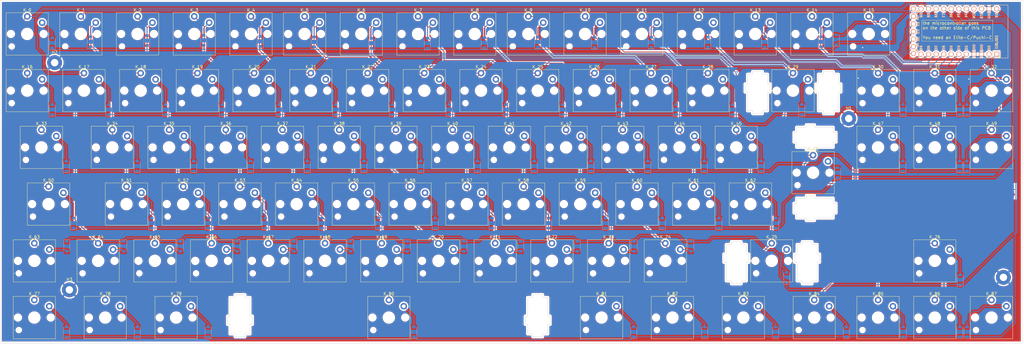
<source format=kicad_pcb>
(kicad_pcb (version 20171130) (host pcbnew "(5.1.10)-1")
  (layers (0 F.Cu signal) (31 B.Cu signal) (34 B.Paste user) (35 F.Paste user) (36 B.SilkS user) (37 F.SilkS user) (38 B.Mask user) (39 F.Mask user) (44 Edge.Cuts user))
  (net 0 "")
  (net 1 col0)
  (net 2 col1)
  (net 3 col2)
  (net 4 col3)
  (net 5 col4)
  (net 6 col5)
  (net 7 col6)
  (net 8 col7)
  (net 9 col8)
  (net 10 col9)
  (net 11 col10)
  (net 12 col11)
  (net 13 col12)
  (net 14 col13)
  (net 15 col14)
  (net 16 col15)
  (net 17 col16)
  (net 18 col17)
  (net 19 row0)
  (net 20 row1)
  (net 21 row2)
  (net 22 row3)
  (net 23 row4)
  (net 24 row5)
  (net 25 "Net-(D_0-Pad2)")
  (net 26 "Net-(D_1-Pad2)")
  (net 27 "Net-(D_2-Pad2)")
  (net 28 "Net-(D_3-Pad2)")
  (net 29 "Net-(D_4-Pad2)")
  (net 30 "Net-(D_5-Pad2)")
  (net 31 "Net-(D_6-Pad2)")
  (net 32 "Net-(D_7-Pad2)")
  (net 33 "Net-(D_8-Pad2)")
  (net 34 "Net-(D_9-Pad2)")
  (net 35 "Net-(D_10-Pad2)")
  (net 36 "Net-(D_11-Pad2)")
  (net 37 "Net-(D_12-Pad2)")
  (net 38 "Net-(D_13-Pad2)")
  (net 39 "Net-(D_14-Pad2)")
  (net 40 "Net-(D_15-Pad2)")
  (net 41 "Net-(D_16-Pad2)")
  (net 42 "Net-(D_17-Pad2)")
  (net 43 "Net-(D_18-Pad2)")
  (net 44 "Net-(D_19-Pad2)")
  (net 45 "Net-(D_20-Pad2)")
  (net 46 "Net-(D_21-Pad2)")
  (net 47 "Net-(D_22-Pad2)")
  (net 48 "Net-(D_23-Pad2)")
  (net 49 "Net-(D_24-Pad2)")
  (net 50 "Net-(D_25-Pad2)")
  (net 51 "Net-(D_26-Pad2)")
  (net 52 "Net-(D_27-Pad2)")
  (net 53 "Net-(D_28-Pad2)")
  (net 54 "Net-(D_29-Pad2)")
  (net 55 "Net-(D_30-Pad2)")
  (net 56 "Net-(D_31-Pad2)")
  (net 57 "Net-(D_32-Pad2)")
  (net 58 "Net-(D_33-Pad2)")
  (net 59 "Net-(D_34-Pad2)")
  (net 60 "Net-(D_35-Pad2)")
  (net 61 "Net-(D_36-Pad2)")
  (net 62 "Net-(D_37-Pad2)")
  (net 63 "Net-(D_38-Pad2)")
  (net 64 "Net-(D_39-Pad2)")
  (net 65 "Net-(D_40-Pad2)")
  (net 66 "Net-(D_41-Pad2)")
  (net 67 "Net-(D_42-Pad2)")
  (net 68 "Net-(D_43-Pad2)")
  (net 69 "Net-(D_44-Pad2)")
  (net 70 "Net-(D_45-Pad2)")
  (net 71 "Net-(D_47-Pad2)")
  (net 72 "Net-(D_48-Pad2)")
  (net 73 "Net-(D_49-Pad2)")
  (net 74 "Net-(D_50-Pad2)")
  (net 75 "Net-(D_51-Pad2)")
  (net 76 "Net-(D_52-Pad2)")
  (net 77 "Net-(D_53-Pad2)")
  (net 78 "Net-(D_54-Pad2)")
  (net 79 "Net-(D_55-Pad2)")
  (net 80 "Net-(D_56-Pad2)")
  (net 81 "Net-(D_57-Pad2)")
  (net 82 "Net-(D_58-Pad2)")
  (net 83 "Net-(D_59-Pad2)")
  (net 84 "Net-(D_60-Pad2)")
  (net 85 "Net-(D_61-Pad2)")
  (net 86 "Net-(D_62-Pad2)")
  (net 87 "Net-(D_46-Pad2)")
  (net 88 "Net-(D_63-Pad2)")
  (net 89 "Net-(D_64-Pad2)")
  (net 90 "Net-(D_65-Pad2)")
  (net 91 "Net-(D_66-Pad2)")
  (net 92 "Net-(D_67-Pad2)")
  (net 93 "Net-(D_68-Pad2)")
  (net 94 "Net-(D_69-Pad2)")
  (net 95 "Net-(D_70-Pad2)")
  (net 96 "Net-(D_71-Pad2)")
  (net 97 "Net-(D_72-Pad2)")
  (net 98 "Net-(D_73-Pad2)")
  (net 99 "Net-(D_74-Pad2)")
  (net 100 "Net-(D_75-Pad2)")
  (net 101 "Net-(D_76-Pad2)")
  (net 102 "Net-(D_77-Pad2)")
  (net 103 "Net-(D_78-Pad2)")
  (net 104 "Net-(D_79-Pad2)")
  (net 105 "Net-(D_80-Pad2)")
  (net 106 "Net-(D_81-Pad2)")
  (net 107 "Net-(D_82-Pad2)")
  (net 108 "Net-(D_83-Pad2)")
  (net 109 "Net-(D_84-Pad2)")
  (net 110 "Net-(D_85-Pad2)")
  (net 111 "Net-(D_86-Pad2)")
  (net 112 "Net-(D_87-Pad2)")
  (net 113 GND)
  (module MountingHole:MountingHole_2.5mm_Pad (layer F.Cu) (at 56.6188 220.2017)
    (fp_text reference H3 (at 0 -3.5) (layer F.SilkS))
    (fp_text value MountingHole_Pad)
    (pad 1 thru_hole circle (at 0 0) (size 5 5) (drill 2.5) (layers *.Cu *.Mask) (net 113 GND))
  )
  (module MountingHole:MountingHole_2.5mm_Pad (layer F.Cu) (at 51.6688 143.9017)
    (fp_text reference H2 (at 0 -3.5) (layer F.SilkS))
    (fp_text value MountingHole_Pad)
    (pad 1 thru_hole circle (at 0 0) (size 5 5) (drill 2.5) (layers *.Cu *.Mask) (net 113 GND))
  )
  (module MountingHole:MountingHole_2.5mm_Pad (layer F.Cu) (at 318.3688 162.6517)
    (fp_text reference H1 (at 0 -3.5) (layer F.SilkS))
    (fp_text value MountingHole_Pad)
    (pad 1 thru_hole circle (at 0 0) (size 5 5) (drill 2.5) (layers *.Cu *.Mask) (net 113 GND))
  )
  (module Diode_SMD:D_SOD-123 (layer B.Cu) (at 309.1098 136.8687 90)
    (fp_text reference D_14)
    (fp_text value D)
    (pad 2 smd rect (at 1.65 0 90) (size 0.9 1.2) (layers B.Cu B.Paste B.Mask) (net 39 "Net-(D_14-Pad2)"))
    (pad 1 smd rect (at -1.65 0 90) (size 0.9 1.2) (layers B.Cu B.Paste B.Mask) (net 19 row0))
  )
  (module Keebio-Parts:Elite-C (layer B.Cu) (at 354.0758 133.4317 180)
    (fp_text reference U1 hide)
    (fp_text value EliteC hide)
    (fp_text user D5 (at 12.4 -2.54 270) (layer F.SilkS) (effects (font (size 0.8 0.8))))
    (fp_text user D5 (at 12.4 -2.54 270) (layer B.SilkS) (effects (font (size 0.8 0.8)) (justify mirror)))
    (fp_text user F1 (at 12.4 2.54 270) (layer B.SilkS) (effects (font (size 0.8 0.8)) (justify mirror)))
    (fp_text user F1 (at 12.4 2.54 270) (layer F.SilkS) (effects (font (size 0.8 0.8))))
    (fp_text user C7 (at 12.4 0 270) (layer F.SilkS) (effects (font (size 0.8 0.8))))
    (fp_text user C7 (at 12.4 0 270) (layer B.SilkS) (effects (font (size 0.8 0.8)) (justify mirror)))
    (fp_text user B6 (at 12.7 6.4 45 unlocked) (layer F.SilkS) (effects (font (size 0.7 0.7))))
    (fp_text user B6 (at 12.7 6.4 45 unlocked) (layer B.SilkS) (effects (font (size 0.7 0.7)) (justify mirror)))
    (fp_text user F0 (at 12.6 4.5 270) (layer B.SilkS) (effects (font (size 0.7 0.7)) (justify mirror)))
    (fp_text user F0 (at 12.6 4.5 270) (layer F.SilkS) (effects (font (size 0.7 0.7))))
    (fp_text user B7 (at 12.6 -4.5 270) (layer F.SilkS) (effects (font (size 0.7 0.7))))
    (fp_text user B7 (at 12.6 -4.5 270) (layer B.SilkS) (effects (font (size 0.7 0.7)) (justify mirror)))
    (fp_text user ST (at -8.91 5.04 270) (layer F.SilkS) (effects (font (size 0.8 0.8))))
    (fp_text user TX0/D3 (at -13.97 -3.571872 270) (layer B.SilkS) (effects (font (size 0.8 0.8)) (justify mirror)))
    (fp_text user TX0/D3 (at -13.97 -3.571872 270) (layer F.SilkS) (effects (font (size 0.8 0.8))))
    (fp_text user D2 (at -11.43 -5.461 270) (layer B.SilkS) (effects (font (size 0.8 0.8)) (justify mirror)))
    (fp_text user D0 (at -1.27 -5.461 270) (layer B.SilkS) (effects (font (size 0.8 0.8)) (justify mirror)))
    (fp_text user D1 (at -3.81 -5.461 270) (layer B.SilkS) (effects (font (size 0.8 0.8)) (justify mirror)))
    (fp_text user GND (at -6.35 -5.461 270) (layer B.SilkS) (effects (font (size 0.8 0.8)) (justify mirror)))
    (fp_text user GND (at -8.89 -5.461 270) (layer B.SilkS) (effects (font (size 0.8 0.8)) (justify mirror)))
    (fp_text user D4 (at 1.27 -5.461 270) (layer B.SilkS) (effects (font (size 0.8 0.8)) (justify mirror)))
    (fp_text user C6 (at 3.81 -5.461 270) (layer B.SilkS) (effects (font (size 0.8 0.8)) (justify mirror)))
    (fp_text user D7 (at 6.35 -5.461 270) (layer B.SilkS) (effects (font (size 0.8 0.8)) (justify mirror)))
    (fp_text user E6 (at 8.89 -5.461 270) (layer B.SilkS) (effects (font (size 0.8 0.8)) (justify mirror)))
    (fp_text user B4 (at 11.43 -5.461 270) (layer B.SilkS) (effects (font (size 0.8 0.8)) (justify mirror)))
    (fp_text user B5 (at 12.7 -6.4 315) (layer B.SilkS) (effects (font (size 0.7 0.7)) (justify mirror)))
    (fp_text user B2 (at 11.43 5.461 270) (layer F.SilkS) (effects (font (size 0.8 0.8))))
    (fp_text user B3 (at 8.89 5.461 270) (layer B.SilkS) (effects (font (size 0.8 0.8)) (justify mirror)))
    (fp_text user B1 (at 6.35 5.461 270) (layer B.SilkS) (effects (font (size 0.8 0.8)) (justify mirror)))
    (fp_text user F7 (at 3.81 5.461 270) (layer F.SilkS) (effects (font (size 0.8 0.8))))
    (fp_text user F6 (at 1.27 5.461 270) (layer F.SilkS) (effects (font (size 0.8 0.8))))
    (fp_text user F5 (at -1.27 5.461 270) (layer F.SilkS) (effects (font (size 0.8 0.8))))
    (fp_text user F4 (at -3.81 5.461 270) (layer B.SilkS) (effects (font (size 0.8 0.8)) (justify mirror)))
    (fp_text user VCC (at -6.35 5.461 270) (layer B.SilkS) (effects (font (size 0.8 0.8)) (justify mirror)))
    (fp_text user ST (at -8.92 5.73312 270) (layer B.SilkS) (effects (font (size 0.8 0.8)) (justify mirror)))
    (fp_text user GND (at -11.43 5.461 270) (layer B.SilkS) (effects (font (size 0.8 0.8)) (justify mirror)))
    (fp_text user B0 (at -13.97 5.461 270) (layer B.SilkS) (effects (font (size 0.8 0.8)) (justify mirror)))
    (fp_text user B0 (at -13.97 5.461 270) (layer F.SilkS) (effects (font (size 0.8 0.8))))
    (fp_text user GND (at -11.43 5.461 270) (layer F.SilkS) (effects (font (size 0.8 0.8))))
    (fp_text user VCC (at -6.35 5.461 270) (layer F.SilkS) (effects (font (size 0.8 0.8))))
    (fp_text user F4 (at -3.81 5.461 270) (layer F.SilkS) (effects (font (size 0.8 0.8))))
    (fp_text user F5 (at -1.27 5.461 270) (layer B.SilkS) (effects (font (size 0.8 0.8)) (justify mirror)))
    (fp_text user F6 (at 1.27 5.461 270) (layer B.SilkS) (effects (font (size 0.8 0.8)) (justify mirror)))
    (fp_text user F7 (at 3.81 5.461 270) (layer B.SilkS) (effects (font (size 0.8 0.8)) (justify mirror)))
    (fp_text user B1 (at 6.35 5.461 270) (layer F.SilkS) (effects (font (size 0.8 0.8))))
    (fp_text user B3 (at 8.89 5.461 270) (layer F.SilkS) (effects (font (size 0.8 0.8))))
    (fp_text user B2 (at 11.43 5.461 270) (layer B.SilkS) (effects (font (size 0.8 0.8)) (justify mirror)))
    (fp_text user B5 (at 12.7 -6.4 315) (layer F.SilkS) (effects (font (size 0.7 0.7))))
    (fp_text user B4 (at 11.43 -5.461 270) (layer F.SilkS) (effects (font (size 0.8 0.8))))
    (fp_text user E6 (at 8.89 -5.461 270) (layer F.SilkS) (effects (font (size 0.8 0.8))))
    (fp_text user D7 (at 6.35 -5.461 270) (layer F.SilkS) (effects (font (size 0.8 0.8))))
    (fp_text user C6 (at 3.81 -5.461 270) (layer F.SilkS) (effects (font (size 0.8 0.8))))
    (fp_text user D4 (at 1.27 -5.461 270) (layer F.SilkS) (effects (font (size 0.8 0.8))))
    (fp_text user GND (at -8.89 -5.461 270) (layer F.SilkS) (effects (font (size 0.8 0.8))))
    (fp_text user GND (at -6.35 -5.461 270) (layer F.SilkS) (effects (font (size 0.8 0.8))))
    (fp_text user D1 (at -3.81 -5.461 270) (layer F.SilkS) (effects (font (size 0.8 0.8))))
    (fp_text user D0 (at -1.27 -5.461 270) (layer F.SilkS) (effects (font (size 0.8 0.8))))
    (fp_text user D2 (at -11.43 -5.461 270) (layer F.SilkS) (effects (font (size 0.8 0.8))))
    (pad 25 thru_hole circle (at 13.97 -5.08 180) (size 1.7526 1.7526) (drill 1.0922) (layers *.Cu *.SilkS *.Mask) (net 8 col7))
    (pad 26 thru_hole circle (at 13.97 -2.54 180) (size 1.7526 1.7526) (drill 1.0922) (layers *.Cu *.SilkS *.Mask) (net 7 col6))
    (pad 27 thru_hole circle (at 13.97 0 180) (size 1.7526 1.7526) (drill 1.0922) (layers *.Cu *.SilkS *.Mask) (net 6 col5))
    (pad 28 thru_hole circle (at 13.97 2.54 180) (size 1.7526 1.7526) (drill 1.0922) (layers *.Cu *.SilkS *.Mask) (net 5 col4))
    (pad 29 thru_hole circle (at 13.97 5.08 180) (size 1.7526 1.7526) (drill 1.0922) (layers *.Cu *.SilkS *.Mask) (net 4 col3))
    (pad 24 thru_hole circle (at -13.97 7.62 180) (size 1.7526 1.7526) (drill 1.0922) (layers *.Cu *.SilkS *.Mask) (net 24 row5))
    (pad 12 thru_hole circle (at 13.97 -7.3914 180) (size 1.7526 1.7526) (drill 1.0922) (layers *.Cu *.SilkS *.Mask) (net 9 col8))
    (pad 23 thru_hole circle (at -11.43 7.62 180) (size 1.7526 1.7526) (drill 1.0922) (layers *.Cu *.SilkS *.Mask) (net 113 GND))
    (pad 22 thru_hole circle (at -8.89 7.62 180) (size 1.7526 1.7526) (drill 1.0922) (layers *.Cu *.SilkS *.Mask))
    (pad 21 thru_hole circle (at -6.35 7.62 180) (size 1.7526 1.7526) (drill 1.0922) (layers *.Cu *.SilkS *.Mask))
    (pad 20 thru_hole circle (at -3.81 7.62 180) (size 1.7526 1.7526) (drill 1.0922) (layers *.Cu *.SilkS *.Mask) (net 23 row4))
    (pad 19 thru_hole circle (at -1.27 7.62 180) (size 1.7526 1.7526) (drill 1.0922) (layers *.Cu *.SilkS *.Mask) (net 22 row3))
    (pad 18 thru_hole circle (at 1.27 7.62 180) (size 1.7526 1.7526) (drill 1.0922) (layers *.Cu *.SilkS *.Mask) (net 21 row2))
    (pad 17 thru_hole circle (at 3.81 7.62 180) (size 1.7526 1.7526) (drill 1.0922) (layers *.Cu *.SilkS *.Mask) (net 20 row1))
    (pad 16 thru_hole circle (at 6.35 7.62 180) (size 1.7526 1.7526) (drill 1.0922) (layers *.Cu *.SilkS *.Mask) (net 19 row0))
    (pad 15 thru_hole circle (at 8.89 7.62 180) (size 1.7526 1.7526) (drill 1.0922) (layers *.Cu *.SilkS *.Mask) (net 1 col0))
    (pad 14 thru_hole circle (at 11.43 7.62 180) (size 1.7526 1.7526) (drill 1.0922) (layers *.Cu *.SilkS *.Mask) (net 2 col1))
    (pad 13 thru_hole circle (at 13.97 7.62 180) (size 1.7526 1.7526) (drill 1.0922) (layers *.Cu *.SilkS *.Mask) (net 3 col2))
    (pad 11 thru_hole circle (at 11.43 -7.62 180) (size 1.7526 1.7526) (drill 1.0922) (layers *.Cu *.SilkS *.Mask) (net 10 col9))
    (pad 10 thru_hole circle (at 8.89 -7.62 180) (size 1.7526 1.7526) (drill 1.0922) (layers *.Cu *.SilkS *.Mask) (net 11 col10))
    (pad 9 thru_hole circle (at 6.35 -7.62 180) (size 1.7526 1.7526) (drill 1.0922) (layers *.Cu *.SilkS *.Mask) (net 12 col11))
    (pad 8 thru_hole circle (at 3.81 -7.62 180) (size 1.7526 1.7526) (drill 1.0922) (layers *.Cu *.SilkS *.Mask) (net 13 col12))
    (pad 7 thru_hole circle (at 1.27 -7.62 180) (size 1.7526 1.7526) (drill 1.0922) (layers *.Cu *.SilkS *.Mask) (net 14 col13))
    (pad 6 thru_hole circle (at -1.27 -7.62 180) (size 1.7526 1.7526) (drill 1.0922) (layers *.Cu *.SilkS *.Mask) (net 15 col14))
    (pad 5 thru_hole circle (at -3.81 -7.62 180) (size 1.7526 1.7526) (drill 1.0922) (layers *.Cu *.SilkS *.Mask) (net 16 col15))
    (pad 4 thru_hole circle (at -6.35 -7.62 180) (size 1.7526 1.7526) (drill 1.0922) (layers *.Cu *.SilkS *.Mask) (net 113 GND))
    (pad 3 thru_hole circle (at -8.89 -7.62 180) (size 1.7526 1.7526) (drill 1.0922) (layers *.Cu *.SilkS *.Mask) (net 113 GND))
    (pad 2 thru_hole circle (at -11.43 -7.62 180) (size 1.7526 1.7526) (drill 1.0922) (layers *.Cu *.SilkS *.Mask) (net 17 col16))
    (pad 1 thru_hole rect (at -13.97 -7.62 180) (size 1.7526 1.7526) (drill 1.0922) (layers *.Cu *.SilkS *.Mask) (net 18 col17))
  )
  (module Switch_Keyboard_Kailh:SW_Kailh_Choc_V1_1.00u (layer F.Cu) (at 366.3188 229.5017)
    (fp_text reference K_87 (at 0 -8) (layer F.SilkS))
    (fp_text value KEYSW)
    (pad "" np_thru_hole circle (at -5.22 4.2) (size 1.2 1.2) (drill 1.2) (layers *.Cu *.Mask))
    (pad "" np_thru_hole circle (at 5.5 0) (size 1.8 1.8) (drill 1.8) (layers *.Cu *.Mask))
    (pad "" np_thru_hole circle (at -5.5 0) (size 1.8 1.8) (drill 1.8) (layers *.Cu *.Mask))
    (pad "" np_thru_hole circle (at 0 0) (size 3.2 3.2) (drill 3.2) (layers *.Cu *.Mask))
    (pad 2 thru_hole circle (at 5 -3.8) (size 2.2 2.2) (drill 1.2) (layers *.Cu B.Mask) (net 112 "Net-(D_87-Pad2)"))
    (pad 1 thru_hole circle (at 0 -5.9) (size 2.2 2.2) (drill 1.2) (layers *.Cu B.Mask) (net 18 col17))
  )
  (module Switch_Keyboard_Kailh:SW_Kailh_Choc_V1_1.00u (layer F.Cu) (at 347.2688 229.5017)
    (fp_text reference K_86 (at 0 -8) (layer F.SilkS))
    (fp_text value KEYSW)
    (pad "" np_thru_hole circle (at -5.22 4.2) (size 1.2 1.2) (drill 1.2) (layers *.Cu *.Mask))
    (pad "" np_thru_hole circle (at 5.5 0) (size 1.8 1.8) (drill 1.8) (layers *.Cu *.Mask))
    (pad "" np_thru_hole circle (at -5.5 0) (size 1.8 1.8) (drill 1.8) (layers *.Cu *.Mask))
    (pad "" np_thru_hole circle (at 0 0) (size 3.2 3.2) (drill 3.2) (layers *.Cu *.Mask))
    (pad 2 thru_hole circle (at 5 -3.8) (size 2.2 2.2) (drill 1.2) (layers *.Cu B.Mask) (net 111 "Net-(D_86-Pad2)"))
    (pad 1 thru_hole circle (at 0 -5.9) (size 2.2 2.2) (drill 1.2) (layers *.Cu B.Mask) (net 17 col16))
  )
  (module Switch_Keyboard_Kailh:SW_Kailh_Choc_V1_1.00u (layer F.Cu) (at 328.2188 229.5017)
    (fp_text reference K_85 (at 0 -8) (layer F.SilkS))
    (fp_text value KEYSW)
    (pad "" np_thru_hole circle (at -5.22 4.2) (size 1.2 1.2) (drill 1.2) (layers *.Cu *.Mask))
    (pad "" np_thru_hole circle (at 5.5 0) (size 1.8 1.8) (drill 1.8) (layers *.Cu *.Mask))
    (pad "" np_thru_hole circle (at -5.5 0) (size 1.8 1.8) (drill 1.8) (layers *.Cu *.Mask))
    (pad "" np_thru_hole circle (at 0 0) (size 3.2 3.2) (drill 3.2) (layers *.Cu *.Mask))
    (pad 2 thru_hole circle (at 5 -3.8) (size 2.2 2.2) (drill 1.2) (layers *.Cu B.Mask) (net 110 "Net-(D_85-Pad2)"))
    (pad 1 thru_hole circle (at 0 -5.9) (size 2.2 2.2) (drill 1.2) (layers *.Cu B.Mask) (net 16 col15))
  )
  (module Switch_Keyboard_Kailh:SW_Kailh_Choc_V1_1.25u (layer F.Cu) (at 306.78755 229.5017)
    (fp_text reference K_84 (at 0 -8) (layer F.SilkS))
    (fp_text value KEYSW)
    (pad "" np_thru_hole circle (at -5.22 4.2) (size 1.2 1.2) (drill 1.2) (layers *.Cu *.Mask))
    (pad "" np_thru_hole circle (at 5.5 0) (size 1.8 1.8) (drill 1.8) (layers *.Cu *.Mask))
    (pad "" np_thru_hole circle (at -5.5 0) (size 1.8 1.8) (drill 1.8) (layers *.Cu *.Mask))
    (pad "" np_thru_hole circle (at 0 0) (size 3.2 3.2) (drill 3.2) (layers *.Cu *.Mask))
    (pad 2 thru_hole circle (at 5 -3.8) (size 2.2 2.2) (drill 1.2) (layers *.Cu B.Mask) (net 109 "Net-(D_84-Pad2)"))
    (pad 1 thru_hole circle (at 0 -5.9) (size 2.2 2.2) (drill 1.2) (layers *.Cu B.Mask) (net 15 col14))
  )
  (module Switch_Keyboard_Kailh:SW_Kailh_Choc_V1_1.25u (layer F.Cu) (at 282.97505 229.5017)
    (fp_text reference K_83 (at 0 -8) (layer F.SilkS))
    (fp_text value KEYSW)
    (pad "" np_thru_hole circle (at -5.22 4.2) (size 1.2 1.2) (drill 1.2) (layers *.Cu *.Mask))
    (pad "" np_thru_hole circle (at 5.5 0) (size 1.8 1.8) (drill 1.8) (layers *.Cu *.Mask))
    (pad "" np_thru_hole circle (at -5.5 0) (size 1.8 1.8) (drill 1.8) (layers *.Cu *.Mask))
    (pad "" np_thru_hole circle (at 0 0) (size 3.2 3.2) (drill 3.2) (layers *.Cu *.Mask))
    (pad 2 thru_hole circle (at 5 -3.8) (size 2.2 2.2) (drill 1.2) (layers *.Cu B.Mask) (net 108 "Net-(D_83-Pad2)"))
    (pad 1 thru_hole circle (at 0 -5.9) (size 2.2 2.2) (drill 1.2) (layers *.Cu B.Mask) (net 14 col13))
  )
  (module Switch_Keyboard_Kailh:SW_Kailh_Choc_V1_1.25u (layer F.Cu) (at 259.16255 229.5017)
    (fp_text reference K_82 (at 0 -8) (layer F.SilkS))
    (fp_text value KEYSW)
    (pad "" np_thru_hole circle (at -5.22 4.2) (size 1.2 1.2) (drill 1.2) (layers *.Cu *.Mask))
    (pad "" np_thru_hole circle (at 5.5 0) (size 1.8 1.8) (drill 1.8) (layers *.Cu *.Mask))
    (pad "" np_thru_hole circle (at -5.5 0) (size 1.8 1.8) (drill 1.8) (layers *.Cu *.Mask))
    (pad "" np_thru_hole circle (at 0 0) (size 3.2 3.2) (drill 3.2) (layers *.Cu *.Mask))
    (pad 2 thru_hole circle (at 5 -3.8) (size 2.2 2.2) (drill 1.2) (layers *.Cu B.Mask) (net 107 "Net-(D_82-Pad2)"))
    (pad 1 thru_hole circle (at 0 -5.9) (size 2.2 2.2) (drill 1.2) (layers *.Cu B.Mask) (net 12 col11))
  )
  (module Switch_Keyboard_Kailh:SW_Kailh_Choc_V1_1.25u (layer F.Cu) (at 235.35005 229.5017)
    (fp_text reference K_81 (at 0 -8) (layer F.SilkS))
    (fp_text value KEYSW)
    (pad "" np_thru_hole circle (at -5.22 4.2) (size 1.2 1.2) (drill 1.2) (layers *.Cu *.Mask))
    (pad "" np_thru_hole circle (at 5.5 0) (size 1.8 1.8) (drill 1.8) (layers *.Cu *.Mask))
    (pad "" np_thru_hole circle (at -5.5 0) (size 1.8 1.8) (drill 1.8) (layers *.Cu *.Mask))
    (pad "" np_thru_hole circle (at 0 0) (size 3.2 3.2) (drill 3.2) (layers *.Cu *.Mask))
    (pad 2 thru_hole circle (at 5 -3.8) (size 2.2 2.2) (drill 1.2) (layers *.Cu B.Mask) (net 106 "Net-(D_81-Pad2)"))
    (pad 1 thru_hole circle (at 0 -5.9) (size 2.2 2.2) (drill 1.2) (layers *.Cu B.Mask) (net 11 col10))
  )
  (module Switch_Keyboard_Kailh:SW_Kailh_Choc_V1_6.25u (layer F.Cu) (at 163.91255 229.5017)
    (fp_text reference K_80 (at 0 -8) (layer F.SilkS))
    (fp_text value KEYSW)
    (pad "" np_thru_hole circle (at -5.22 4.2) (size 1.2 1.2) (drill 1.2) (layers *.Cu *.Mask))
    (pad "" np_thru_hole circle (at 5.5 0) (size 1.8 1.8) (drill 1.8) (layers *.Cu *.Mask))
    (pad "" np_thru_hole circle (at -5.5 0) (size 1.8 1.8) (drill 1.8) (layers *.Cu *.Mask))
    (pad "" np_thru_hole circle (at 0 0) (size 3.2 3.2) (drill 3.2) (layers *.Cu *.Mask))
    (pad 2 thru_hole circle (at 5 -3.8) (size 2.2 2.2) (drill 1.2) (layers *.Cu B.Mask) (net 105 "Net-(D_80-Pad2)"))
    (pad 1 thru_hole circle (at 0 -5.9) (size 2.2 2.2) (drill 1.2) (layers *.Cu B.Mask) (net 7 col6))
  )
  (module Switch_Keyboard_Kailh:SW_Kailh_Choc_V1_1.25u (layer F.Cu) (at 92.47505 229.5017)
    (fp_text reference K_79 (at 0 -8) (layer F.SilkS))
    (fp_text value KEYSW)
    (pad "" np_thru_hole circle (at -5.22 4.2) (size 1.2 1.2) (drill 1.2) (layers *.Cu *.Mask))
    (pad "" np_thru_hole circle (at 5.5 0) (size 1.8 1.8) (drill 1.8) (layers *.Cu *.Mask))
    (pad "" np_thru_hole circle (at -5.5 0) (size 1.8 1.8) (drill 1.8) (layers *.Cu *.Mask))
    (pad "" np_thru_hole circle (at 0 0) (size 3.2 3.2) (drill 3.2) (layers *.Cu *.Mask))
    (pad 2 thru_hole circle (at 5 -3.8) (size 2.2 2.2) (drill 1.2) (layers *.Cu B.Mask) (net 104 "Net-(D_79-Pad2)"))
    (pad 1 thru_hole circle (at 0 -5.9) (size 2.2 2.2) (drill 1.2) (layers *.Cu B.Mask) (net 4 col3))
  )
  (module Switch_Keyboard_Kailh:SW_Kailh_Choc_V1_1.25u (layer F.Cu) (at 68.66255 229.5017)
    (fp_text reference K_78 (at 0 -8) (layer F.SilkS))
    (fp_text value KEYSW)
    (pad "" np_thru_hole circle (at -5.22 4.2) (size 1.2 1.2) (drill 1.2) (layers *.Cu *.Mask))
    (pad "" np_thru_hole circle (at 5.5 0) (size 1.8 1.8) (drill 1.8) (layers *.Cu *.Mask))
    (pad "" np_thru_hole circle (at -5.5 0) (size 1.8 1.8) (drill 1.8) (layers *.Cu *.Mask))
    (pad "" np_thru_hole circle (at 0 0) (size 3.2 3.2) (drill 3.2) (layers *.Cu *.Mask))
    (pad 2 thru_hole circle (at 5 -3.8) (size 2.2 2.2) (drill 1.2) (layers *.Cu B.Mask) (net 103 "Net-(D_78-Pad2)"))
    (pad 1 thru_hole circle (at 0 -5.9) (size 2.2 2.2) (drill 1.2) (layers *.Cu B.Mask) (net 2 col1))
  )
  (module Switch_Keyboard_Kailh:SW_Kailh_Choc_V1_1.25u (layer F.Cu) (at 44.85005 229.5017)
    (fp_text reference K_77 (at 0 -8) (layer F.SilkS))
    (fp_text value KEYSW)
    (pad "" np_thru_hole circle (at -5.22 4.2) (size 1.2 1.2) (drill 1.2) (layers *.Cu *.Mask))
    (pad "" np_thru_hole circle (at 5.5 0) (size 1.8 1.8) (drill 1.8) (layers *.Cu *.Mask))
    (pad "" np_thru_hole circle (at -5.5 0) (size 1.8 1.8) (drill 1.8) (layers *.Cu *.Mask))
    (pad "" np_thru_hole circle (at 0 0) (size 3.2 3.2) (drill 3.2) (layers *.Cu *.Mask))
    (pad 2 thru_hole circle (at 5 -3.8) (size 2.2 2.2) (drill 1.2) (layers *.Cu B.Mask) (net 102 "Net-(D_77-Pad2)"))
    (pad 1 thru_hole circle (at 0 -5.9) (size 2.2 2.2) (drill 1.2) (layers *.Cu B.Mask) (net 1 col0))
  )
  (module Switch_Keyboard_Kailh:SW_Kailh_Choc_V1_1.00u (layer F.Cu) (at 347.2688 210.4517)
    (fp_text reference K_76 (at 0 -8) (layer F.SilkS))
    (fp_text value KEYSW)
    (pad "" np_thru_hole circle (at -5.22 4.2) (size 1.2 1.2) (drill 1.2) (layers *.Cu *.Mask))
    (pad "" np_thru_hole circle (at 5.5 0) (size 1.8 1.8) (drill 1.8) (layers *.Cu *.Mask))
    (pad "" np_thru_hole circle (at -5.5 0) (size 1.8 1.8) (drill 1.8) (layers *.Cu *.Mask))
    (pad "" np_thru_hole circle (at 0 0) (size 3.2 3.2) (drill 3.2) (layers *.Cu *.Mask))
    (pad 2 thru_hole circle (at 5 -3.8) (size 2.2 2.2) (drill 1.2) (layers *.Cu B.Mask) (net 101 "Net-(D_76-Pad2)"))
    (pad 1 thru_hole circle (at 0 -5.9) (size 2.2 2.2) (drill 1.2) (layers *.Cu B.Mask) (net 17 col16))
  )
  (module Switch_Keyboard_Kailh:SW_Kailh_Choc_V1_2.75u (layer F.Cu) (at 292.50005 210.4517)
    (fp_text reference K_75 (at 0 -8) (layer F.SilkS))
    (fp_text value KEYSW)
    (pad "" np_thru_hole circle (at -5.22 4.2) (size 1.2 1.2) (drill 1.2) (layers *.Cu *.Mask))
    (pad "" np_thru_hole circle (at 5.5 0) (size 1.8 1.8) (drill 1.8) (layers *.Cu *.Mask))
    (pad "" np_thru_hole circle (at -5.5 0) (size 1.8 1.8) (drill 1.8) (layers *.Cu *.Mask))
    (pad "" np_thru_hole circle (at 0 0) (size 3.2 3.2) (drill 3.2) (layers *.Cu *.Mask))
    (pad 2 thru_hole circle (at 5 -3.8) (size 2.2 2.2) (drill 1.2) (layers *.Cu B.Mask) (net 100 "Net-(D_75-Pad2)"))
    (pad 1 thru_hole circle (at 0 -5.9) (size 2.2 2.2) (drill 1.2) (layers *.Cu B.Mask) (net 14 col13))
  )
  (module Switch_Keyboard_Kailh:SW_Kailh_Choc_V1_1.00u (layer F.Cu) (at 256.7813 210.4517)
    (fp_text reference K_74 (at 0 -8) (layer F.SilkS))
    (fp_text value KEYSW)
    (pad "" np_thru_hole circle (at -5.22 4.2) (size 1.2 1.2) (drill 1.2) (layers *.Cu *.Mask))
    (pad "" np_thru_hole circle (at 5.5 0) (size 1.8 1.8) (drill 1.8) (layers *.Cu *.Mask))
    (pad "" np_thru_hole circle (at -5.5 0) (size 1.8 1.8) (drill 1.8) (layers *.Cu *.Mask))
    (pad "" np_thru_hole circle (at 0 0) (size 3.2 3.2) (drill 3.2) (layers *.Cu *.Mask))
    (pad 2 thru_hole circle (at 5 -3.8) (size 2.2 2.2) (drill 1.2) (layers *.Cu B.Mask) (net 99 "Net-(D_74-Pad2)"))
    (pad 1 thru_hole circle (at 0 -5.9) (size 2.2 2.2) (drill 1.2) (layers *.Cu B.Mask) (net 12 col11))
  )
  (module Switch_Keyboard_Kailh:SW_Kailh_Choc_V1_1.00u (layer F.Cu) (at 237.7313 210.4517)
    (fp_text reference K_73 (at 0 -8) (layer F.SilkS))
    (fp_text value KEYSW)
    (pad "" np_thru_hole circle (at -5.22 4.2) (size 1.2 1.2) (drill 1.2) (layers *.Cu *.Mask))
    (pad "" np_thru_hole circle (at 5.5 0) (size 1.8 1.8) (drill 1.8) (layers *.Cu *.Mask))
    (pad "" np_thru_hole circle (at -5.5 0) (size 1.8 1.8) (drill 1.8) (layers *.Cu *.Mask))
    (pad "" np_thru_hole circle (at 0 0) (size 3.2 3.2) (drill 3.2) (layers *.Cu *.Mask))
    (pad 2 thru_hole circle (at 5 -3.8) (size 2.2 2.2) (drill 1.2) (layers *.Cu B.Mask) (net 98 "Net-(D_73-Pad2)"))
    (pad 1 thru_hole circle (at 0 -5.9) (size 2.2 2.2) (drill 1.2) (layers *.Cu B.Mask) (net 11 col10))
  )
  (module Switch_Keyboard_Kailh:SW_Kailh_Choc_V1_1.00u (layer F.Cu) (at 218.6813 210.4517)
    (fp_text reference K_72 (at 0 -8) (layer F.SilkS))
    (fp_text value KEYSW)
    (pad "" np_thru_hole circle (at -5.22 4.2) (size 1.2 1.2) (drill 1.2) (layers *.Cu *.Mask))
    (pad "" np_thru_hole circle (at 5.5 0) (size 1.8 1.8) (drill 1.8) (layers *.Cu *.Mask))
    (pad "" np_thru_hole circle (at -5.5 0) (size 1.8 1.8) (drill 1.8) (layers *.Cu *.Mask))
    (pad "" np_thru_hole circle (at 0 0) (size 3.2 3.2) (drill 3.2) (layers *.Cu *.Mask))
    (pad 2 thru_hole circle (at 5 -3.8) (size 2.2 2.2) (drill 1.2) (layers *.Cu B.Mask) (net 97 "Net-(D_72-Pad2)"))
    (pad 1 thru_hole circle (at 0 -5.9) (size 2.2 2.2) (drill 1.2) (layers *.Cu B.Mask) (net 10 col9))
  )
  (module Switch_Keyboard_Kailh:SW_Kailh_Choc_V1_1.00u (layer F.Cu) (at 199.6313 210.4517)
    (fp_text reference K_71 (at 0 -8) (layer F.SilkS))
    (fp_text value KEYSW)
    (pad "" np_thru_hole circle (at -5.22 4.2) (size 1.2 1.2) (drill 1.2) (layers *.Cu *.Mask))
    (pad "" np_thru_hole circle (at 5.5 0) (size 1.8 1.8) (drill 1.8) (layers *.Cu *.Mask))
    (pad "" np_thru_hole circle (at -5.5 0) (size 1.8 1.8) (drill 1.8) (layers *.Cu *.Mask))
    (pad "" np_thru_hole circle (at 0 0) (size 3.2 3.2) (drill 3.2) (layers *.Cu *.Mask))
    (pad 2 thru_hole circle (at 5 -3.8) (size 2.2 2.2) (drill 1.2) (layers *.Cu B.Mask) (net 96 "Net-(D_71-Pad2)"))
    (pad 1 thru_hole circle (at 0 -5.9) (size 2.2 2.2) (drill 1.2) (layers *.Cu B.Mask) (net 9 col8))
  )
  (module Switch_Keyboard_Kailh:SW_Kailh_Choc_V1_1.00u (layer F.Cu) (at 180.5813 210.4517)
    (fp_text reference K_70 (at 0 -8) (layer F.SilkS))
    (fp_text value KEYSW)
    (pad "" np_thru_hole circle (at -5.22 4.2) (size 1.2 1.2) (drill 1.2) (layers *.Cu *.Mask))
    (pad "" np_thru_hole circle (at 5.5 0) (size 1.8 1.8) (drill 1.8) (layers *.Cu *.Mask))
    (pad "" np_thru_hole circle (at -5.5 0) (size 1.8 1.8) (drill 1.8) (layers *.Cu *.Mask))
    (pad "" np_thru_hole circle (at 0 0) (size 3.2 3.2) (drill 3.2) (layers *.Cu *.Mask))
    (pad 2 thru_hole circle (at 5 -3.8) (size 2.2 2.2) (drill 1.2) (layers *.Cu B.Mask) (net 95 "Net-(D_70-Pad2)"))
    (pad 1 thru_hole circle (at 0 -5.9) (size 2.2 2.2) (drill 1.2) (layers *.Cu B.Mask) (net 8 col7))
  )
  (module Switch_Keyboard_Kailh:SW_Kailh_Choc_V1_1.00u (layer F.Cu) (at 161.5313 210.4517)
    (fp_text reference K_69 (at 0 -8) (layer F.SilkS))
    (fp_text value KEYSW)
    (pad "" np_thru_hole circle (at -5.22 4.2) (size 1.2 1.2) (drill 1.2) (layers *.Cu *.Mask))
    (pad "" np_thru_hole circle (at 5.5 0) (size 1.8 1.8) (drill 1.8) (layers *.Cu *.Mask))
    (pad "" np_thru_hole circle (at -5.5 0) (size 1.8 1.8) (drill 1.8) (layers *.Cu *.Mask))
    (pad "" np_thru_hole circle (at 0 0) (size 3.2 3.2) (drill 3.2) (layers *.Cu *.Mask))
    (pad 2 thru_hole circle (at 5 -3.8) (size 2.2 2.2) (drill 1.2) (layers *.Cu B.Mask) (net 94 "Net-(D_69-Pad2)"))
    (pad 1 thru_hole circle (at 0 -5.9) (size 2.2 2.2) (drill 1.2) (layers *.Cu B.Mask) (net 7 col6))
  )
  (module Switch_Keyboard_Kailh:SW_Kailh_Choc_V1_1.00u (layer F.Cu) (at 142.4813 210.4517)
    (fp_text reference K_68 (at 0 -8) (layer F.SilkS))
    (fp_text value KEYSW)
    (pad "" np_thru_hole circle (at -5.22 4.2) (size 1.2 1.2) (drill 1.2) (layers *.Cu *.Mask))
    (pad "" np_thru_hole circle (at 5.5 0) (size 1.8 1.8) (drill 1.8) (layers *.Cu *.Mask))
    (pad "" np_thru_hole circle (at -5.5 0) (size 1.8 1.8) (drill 1.8) (layers *.Cu *.Mask))
    (pad "" np_thru_hole circle (at 0 0) (size 3.2 3.2) (drill 3.2) (layers *.Cu *.Mask))
    (pad 2 thru_hole circle (at 5 -3.8) (size 2.2 2.2) (drill 1.2) (layers *.Cu B.Mask) (net 93 "Net-(D_68-Pad2)"))
    (pad 1 thru_hole circle (at 0 -5.9) (size 2.2 2.2) (drill 1.2) (layers *.Cu B.Mask) (net 6 col5))
  )
  (module Switch_Keyboard_Kailh:SW_Kailh_Choc_V1_1.00u (layer F.Cu) (at 123.4313 210.4517)
    (fp_text reference K_67 (at 0 -8) (layer F.SilkS))
    (fp_text value KEYSW)
    (pad "" np_thru_hole circle (at -5.22 4.2) (size 1.2 1.2) (drill 1.2) (layers *.Cu *.Mask))
    (pad "" np_thru_hole circle (at 5.5 0) (size 1.8 1.8) (drill 1.8) (layers *.Cu *.Mask))
    (pad "" np_thru_hole circle (at -5.5 0) (size 1.8 1.8) (drill 1.8) (layers *.Cu *.Mask))
    (pad "" np_thru_hole circle (at 0 0) (size 3.2 3.2) (drill 3.2) (layers *.Cu *.Mask))
    (pad 2 thru_hole circle (at 5 -3.8) (size 2.2 2.2) (drill 1.2) (layers *.Cu B.Mask) (net 92 "Net-(D_67-Pad2)"))
    (pad 1 thru_hole circle (at 0 -5.9) (size 2.2 2.2) (drill 1.2) (layers *.Cu B.Mask) (net 5 col4))
  )
  (module Switch_Keyboard_Kailh:SW_Kailh_Choc_V1_1.00u (layer F.Cu) (at 104.3813 210.4517)
    (fp_text reference K_66 (at 0 -8) (layer F.SilkS))
    (fp_text value KEYSW)
    (pad "" np_thru_hole circle (at -5.22 4.2) (size 1.2 1.2) (drill 1.2) (layers *.Cu *.Mask))
    (pad "" np_thru_hole circle (at 5.5 0) (size 1.8 1.8) (drill 1.8) (layers *.Cu *.Mask))
    (pad "" np_thru_hole circle (at -5.5 0) (size 1.8 1.8) (drill 1.8) (layers *.Cu *.Mask))
    (pad "" np_thru_hole circle (at 0 0) (size 3.2 3.2) (drill 3.2) (layers *.Cu *.Mask))
    (pad 2 thru_hole circle (at 5 -3.8) (size 2.2 2.2) (drill 1.2) (layers *.Cu B.Mask) (net 91 "Net-(D_66-Pad2)"))
    (pad 1 thru_hole circle (at 0 -5.9) (size 2.2 2.2) (drill 1.2) (layers *.Cu B.Mask) (net 4 col3))
  )
  (module Switch_Keyboard_Kailh:SW_Kailh_Choc_V1_1.00u (layer F.Cu) (at 85.3313 210.4517)
    (fp_text reference K_65 (at 0 -8) (layer F.SilkS))
    (fp_text value KEYSW)
    (pad "" np_thru_hole circle (at -5.22 4.2) (size 1.2 1.2) (drill 1.2) (layers *.Cu *.Mask))
    (pad "" np_thru_hole circle (at 5.5 0) (size 1.8 1.8) (drill 1.8) (layers *.Cu *.Mask))
    (pad "" np_thru_hole circle (at -5.5 0) (size 1.8 1.8) (drill 1.8) (layers *.Cu *.Mask))
    (pad "" np_thru_hole circle (at 0 0) (size 3.2 3.2) (drill 3.2) (layers *.Cu *.Mask))
    (pad 2 thru_hole circle (at 5 -3.8) (size 2.2 2.2) (drill 1.2) (layers *.Cu B.Mask) (net 90 "Net-(D_65-Pad2)"))
    (pad 1 thru_hole circle (at 0 -5.9) (size 2.2 2.2) (drill 1.2) (layers *.Cu B.Mask) (net 3 col2))
  )
  (module Switch_Keyboard_Kailh:SW_Kailh_Choc_V1_1.00u (layer F.Cu) (at 66.2813 210.4517)
    (fp_text reference K_64 (at 0 -8) (layer F.SilkS))
    (fp_text value KEYSW)
    (pad "" np_thru_hole circle (at -5.22 4.2) (size 1.2 1.2) (drill 1.2) (layers *.Cu *.Mask))
    (pad "" np_thru_hole circle (at 5.5 0) (size 1.8 1.8) (drill 1.8) (layers *.Cu *.Mask))
    (pad "" np_thru_hole circle (at -5.5 0) (size 1.8 1.8) (drill 1.8) (layers *.Cu *.Mask))
    (pad "" np_thru_hole circle (at 0 0) (size 3.2 3.2) (drill 3.2) (layers *.Cu *.Mask))
    (pad 2 thru_hole circle (at 5 -3.8) (size 2.2 2.2) (drill 1.2) (layers *.Cu B.Mask) (net 89 "Net-(D_64-Pad2)"))
    (pad 1 thru_hole circle (at 0 -5.9) (size 2.2 2.2) (drill 1.2) (layers *.Cu B.Mask) (net 2 col1))
  )
  (module Switch_Keyboard_Kailh:SW_Kailh_Choc_V1_1.25u (layer F.Cu) (at 44.85005 210.4517)
    (fp_text reference K_63 (at 0 -8) (layer F.SilkS))
    (fp_text value KEYSW)
    (pad "" np_thru_hole circle (at -5.22 4.2) (size 1.2 1.2) (drill 1.2) (layers *.Cu *.Mask))
    (pad "" np_thru_hole circle (at 5.5 0) (size 1.8 1.8) (drill 1.8) (layers *.Cu *.Mask))
    (pad "" np_thru_hole circle (at -5.5 0) (size 1.8 1.8) (drill 1.8) (layers *.Cu *.Mask))
    (pad "" np_thru_hole circle (at 0 0) (size 3.2 3.2) (drill 3.2) (layers *.Cu *.Mask))
    (pad 2 thru_hole circle (at 5 -3.8) (size 2.2 2.2) (drill 1.2) (layers *.Cu B.Mask) (net 88 "Net-(D_63-Pad2)"))
    (pad 1 thru_hole circle (at 0 -5.9) (size 2.2 2.2) (drill 1.2) (layers *.Cu B.Mask) (net 1 col0))
  )
  (module Switch_Keyboard_Kailh:SW_Kailh_Choc_V1_1.00u (layer F.Cu) (at 285.3563 191.4017)
    (fp_text reference K_62 (at 0 -8) (layer F.SilkS))
    (fp_text value KEYSW)
    (pad "" np_thru_hole circle (at -5.22 4.2) (size 1.2 1.2) (drill 1.2) (layers *.Cu *.Mask))
    (pad "" np_thru_hole circle (at 5.5 0) (size 1.8 1.8) (drill 1.8) (layers *.Cu *.Mask))
    (pad "" np_thru_hole circle (at -5.5 0) (size 1.8 1.8) (drill 1.8) (layers *.Cu *.Mask))
    (pad "" np_thru_hole circle (at 0 0) (size 3.2 3.2) (drill 3.2) (layers *.Cu *.Mask))
    (pad 2 thru_hole circle (at 5 -3.8) (size 2.2 2.2) (drill 1.2) (layers *.Cu B.Mask) (net 86 "Net-(D_62-Pad2)"))
    (pad 1 thru_hole circle (at 0 -5.9) (size 2.2 2.2) (drill 1.2) (layers *.Cu B.Mask) (net 14 col13))
  )
  (module Switch_Keyboard_Kailh:SW_Kailh_Choc_V1_1.00u (layer F.Cu) (at 266.3063 191.4017)
    (fp_text reference K_61 (at 0 -8) (layer F.SilkS))
    (fp_text value KEYSW)
    (pad "" np_thru_hole circle (at -5.22 4.2) (size 1.2 1.2) (drill 1.2) (layers *.Cu *.Mask))
    (pad "" np_thru_hole circle (at 5.5 0) (size 1.8 1.8) (drill 1.8) (layers *.Cu *.Mask))
    (pad "" np_thru_hole circle (at -5.5 0) (size 1.8 1.8) (drill 1.8) (layers *.Cu *.Mask))
    (pad "" np_thru_hole circle (at 0 0) (size 3.2 3.2) (drill 3.2) (layers *.Cu *.Mask))
    (pad 2 thru_hole circle (at 5 -3.8) (size 2.2 2.2) (drill 1.2) (layers *.Cu B.Mask) (net 85 "Net-(D_61-Pad2)"))
    (pad 1 thru_hole circle (at 0 -5.9) (size 2.2 2.2) (drill 1.2) (layers *.Cu B.Mask) (net 13 col12))
  )
  (module Switch_Keyboard_Kailh:SW_Kailh_Choc_V1_1.00u (layer F.Cu) (at 247.2563 191.4017)
    (fp_text reference K_60 (at 0 -8) (layer F.SilkS))
    (fp_text value KEYSW)
    (pad "" np_thru_hole circle (at -5.22 4.2) (size 1.2 1.2) (drill 1.2) (layers *.Cu *.Mask))
    (pad "" np_thru_hole circle (at 5.5 0) (size 1.8 1.8) (drill 1.8) (layers *.Cu *.Mask))
    (pad "" np_thru_hole circle (at -5.5 0) (size 1.8 1.8) (drill 1.8) (layers *.Cu *.Mask))
    (pad "" np_thru_hole circle (at 0 0) (size 3.2 3.2) (drill 3.2) (layers *.Cu *.Mask))
    (pad 2 thru_hole circle (at 5 -3.8) (size 2.2 2.2) (drill 1.2) (layers *.Cu B.Mask) (net 84 "Net-(D_60-Pad2)"))
    (pad 1 thru_hole circle (at 0 -5.9) (size 2.2 2.2) (drill 1.2) (layers *.Cu B.Mask) (net 12 col11))
  )
  (module Switch_Keyboard_Kailh:SW_Kailh_Choc_V1_1.00u (layer F.Cu) (at 228.2063 191.4017)
    (fp_text reference K_59 (at 0 -8) (layer F.SilkS))
    (fp_text value KEYSW)
    (pad "" np_thru_hole circle (at -5.22 4.2) (size 1.2 1.2) (drill 1.2) (layers *.Cu *.Mask))
    (pad "" np_thru_hole circle (at 5.5 0) (size 1.8 1.8) (drill 1.8) (layers *.Cu *.Mask))
    (pad "" np_thru_hole circle (at -5.5 0) (size 1.8 1.8) (drill 1.8) (layers *.Cu *.Mask))
    (pad "" np_thru_hole circle (at 0 0) (size 3.2 3.2) (drill 3.2) (layers *.Cu *.Mask))
    (pad 2 thru_hole circle (at 5 -3.8) (size 2.2 2.2) (drill 1.2) (layers *.Cu B.Mask) (net 83 "Net-(D_59-Pad2)"))
    (pad 1 thru_hole circle (at 0 -5.9) (size 2.2 2.2) (drill 1.2) (layers *.Cu B.Mask) (net 11 col10))
  )
  (module Switch_Keyboard_Kailh:SW_Kailh_Choc_V1_1.00u (layer F.Cu) (at 209.1563 191.4017)
    (fp_text reference K_58 (at 0 -8) (layer F.SilkS))
    (fp_text value KEYSW)
    (pad "" np_thru_hole circle (at -5.22 4.2) (size 1.2 1.2) (drill 1.2) (layers *.Cu *.Mask))
    (pad "" np_thru_hole circle (at 5.5 0) (size 1.8 1.8) (drill 1.8) (layers *.Cu *.Mask))
    (pad "" np_thru_hole circle (at -5.5 0) (size 1.8 1.8) (drill 1.8) (layers *.Cu *.Mask))
    (pad "" np_thru_hole circle (at 0 0) (size 3.2 3.2) (drill 3.2) (layers *.Cu *.Mask))
    (pad 2 thru_hole circle (at 5 -3.8) (size 2.2 2.2) (drill 1.2) (layers *.Cu B.Mask) (net 82 "Net-(D_58-Pad2)"))
    (pad 1 thru_hole circle (at 0 -5.9) (size 2.2 2.2) (drill 1.2) (layers *.Cu B.Mask) (net 10 col9))
  )
  (module Switch_Keyboard_Kailh:SW_Kailh_Choc_V1_1.00u (layer F.Cu) (at 190.1063 191.4017)
    (fp_text reference K_57 (at 0 -8) (layer F.SilkS))
    (fp_text value KEYSW)
    (pad "" np_thru_hole circle (at -5.22 4.2) (size 1.2 1.2) (drill 1.2) (layers *.Cu *.Mask))
    (pad "" np_thru_hole circle (at 5.5 0) (size 1.8 1.8) (drill 1.8) (layers *.Cu *.Mask))
    (pad "" np_thru_hole circle (at -5.5 0) (size 1.8 1.8) (drill 1.8) (layers *.Cu *.Mask))
    (pad "" np_thru_hole circle (at 0 0) (size 3.2 3.2) (drill 3.2) (layers *.Cu *.Mask))
    (pad 2 thru_hole circle (at 5 -3.8) (size 2.2 2.2) (drill 1.2) (layers *.Cu B.Mask) (net 81 "Net-(D_57-Pad2)"))
    (pad 1 thru_hole circle (at 0 -5.9) (size 2.2 2.2) (drill 1.2) (layers *.Cu B.Mask) (net 9 col8))
  )
  (module Switch_Keyboard_Kailh:SW_Kailh_Choc_V1_1.00u (layer F.Cu) (at 171.0563 191.4017)
    (fp_text reference K_56 (at 0 -8) (layer F.SilkS))
    (fp_text value KEYSW)
    (pad "" np_thru_hole circle (at -5.22 4.2) (size 1.2 1.2) (drill 1.2) (layers *.Cu *.Mask))
    (pad "" np_thru_hole circle (at 5.5 0) (size 1.8 1.8) (drill 1.8) (layers *.Cu *.Mask))
    (pad "" np_thru_hole circle (at -5.5 0) (size 1.8 1.8) (drill 1.8) (layers *.Cu *.Mask))
    (pad "" np_thru_hole circle (at 0 0) (size 3.2 3.2) (drill 3.2) (layers *.Cu *.Mask))
    (pad 2 thru_hole circle (at 5 -3.8) (size 2.2 2.2) (drill 1.2) (layers *.Cu B.Mask) (net 80 "Net-(D_56-Pad2)"))
    (pad 1 thru_hole circle (at 0 -5.9) (size 2.2 2.2) (drill 1.2) (layers *.Cu B.Mask) (net 8 col7))
  )
  (module Switch_Keyboard_Kailh:SW_Kailh_Choc_V1_1.00u (layer F.Cu) (at 152.0063 191.4017)
    (fp_text reference K_55 (at 0 -8) (layer F.SilkS))
    (fp_text value KEYSW)
    (pad "" np_thru_hole circle (at -5.22 4.2) (size 1.2 1.2) (drill 1.2) (layers *.Cu *.Mask))
    (pad "" np_thru_hole circle (at 5.5 0) (size 1.8 1.8) (drill 1.8) (layers *.Cu *.Mask))
    (pad "" np_thru_hole circle (at -5.5 0) (size 1.8 1.8) (drill 1.8) (layers *.Cu *.Mask))
    (pad "" np_thru_hole circle (at 0 0) (size 3.2 3.2) (drill 3.2) (layers *.Cu *.Mask))
    (pad 2 thru_hole circle (at 5 -3.8) (size 2.2 2.2) (drill 1.2) (layers *.Cu B.Mask) (net 79 "Net-(D_55-Pad2)"))
    (pad 1 thru_hole circle (at 0 -5.9) (size 2.2 2.2) (drill 1.2) (layers *.Cu B.Mask) (net 7 col6))
  )
  (module Switch_Keyboard_Kailh:SW_Kailh_Choc_V1_1.00u (layer F.Cu) (at 132.9563 191.4017)
    (fp_text reference K_54 (at 0 -8) (layer F.SilkS))
    (fp_text value KEYSW)
    (pad "" np_thru_hole circle (at -5.22 4.2) (size 1.2 1.2) (drill 1.2) (layers *.Cu *.Mask))
    (pad "" np_thru_hole circle (at 5.5 0) (size 1.8 1.8) (drill 1.8) (layers *.Cu *.Mask))
    (pad "" np_thru_hole circle (at -5.5 0) (size 1.8 1.8) (drill 1.8) (layers *.Cu *.Mask))
    (pad "" np_thru_hole circle (at 0 0) (size 3.2 3.2) (drill 3.2) (layers *.Cu *.Mask))
    (pad 2 thru_hole circle (at 5 -3.8) (size 2.2 2.2) (drill 1.2) (layers *.Cu B.Mask) (net 78 "Net-(D_54-Pad2)"))
    (pad 1 thru_hole circle (at 0 -5.9) (size 2.2 2.2) (drill 1.2) (layers *.Cu B.Mask) (net 6 col5))
  )
  (module Switch_Keyboard_Kailh:SW_Kailh_Choc_V1_1.00u (layer F.Cu) (at 113.9063 191.4017)
    (fp_text reference K_53 (at 0 -8) (layer F.SilkS))
    (fp_text value KEYSW)
    (pad "" np_thru_hole circle (at -5.22 4.2) (size 1.2 1.2) (drill 1.2) (layers *.Cu *.Mask))
    (pad "" np_thru_hole circle (at 5.5 0) (size 1.8 1.8) (drill 1.8) (layers *.Cu *.Mask))
    (pad "" np_thru_hole circle (at -5.5 0) (size 1.8 1.8) (drill 1.8) (layers *.Cu *.Mask))
    (pad "" np_thru_hole circle (at 0 0) (size 3.2 3.2) (drill 3.2) (layers *.Cu *.Mask))
    (pad 2 thru_hole circle (at 5 -3.8) (size 2.2 2.2) (drill 1.2) (layers *.Cu B.Mask) (net 77 "Net-(D_53-Pad2)"))
    (pad 1 thru_hole circle (at 0 -5.9) (size 2.2 2.2) (drill 1.2) (layers *.Cu B.Mask) (net 5 col4))
  )
  (module Switch_Keyboard_Kailh:SW_Kailh_Choc_V1_1.00u (layer F.Cu) (at 94.8563 191.4017)
    (fp_text reference K_52 (at 0 -8) (layer F.SilkS))
    (fp_text value KEYSW)
    (pad "" np_thru_hole circle (at -5.22 4.2) (size 1.2 1.2) (drill 1.2) (layers *.Cu *.Mask))
    (pad "" np_thru_hole circle (at 5.5 0) (size 1.8 1.8) (drill 1.8) (layers *.Cu *.Mask))
    (pad "" np_thru_hole circle (at -5.5 0) (size 1.8 1.8) (drill 1.8) (layers *.Cu *.Mask))
    (pad "" np_thru_hole circle (at 0 0) (size 3.2 3.2) (drill 3.2) (layers *.Cu *.Mask))
    (pad 2 thru_hole circle (at 5 -3.8) (size 2.2 2.2) (drill 1.2) (layers *.Cu B.Mask) (net 76 "Net-(D_52-Pad2)"))
    (pad 1 thru_hole circle (at 0 -5.9) (size 2.2 2.2) (drill 1.2) (layers *.Cu B.Mask) (net 4 col3))
  )
  (module Switch_Keyboard_Kailh:SW_Kailh_Choc_V1_1.00u (layer F.Cu) (at 75.8063 191.4017)
    (fp_text reference K_51 (at 0 -8) (layer F.SilkS))
    (fp_text value KEYSW)
    (pad "" np_thru_hole circle (at -5.22 4.2) (size 1.2 1.2) (drill 1.2) (layers *.Cu *.Mask))
    (pad "" np_thru_hole circle (at 5.5 0) (size 1.8 1.8) (drill 1.8) (layers *.Cu *.Mask))
    (pad "" np_thru_hole circle (at -5.5 0) (size 1.8 1.8) (drill 1.8) (layers *.Cu *.Mask))
    (pad "" np_thru_hole circle (at 0 0) (size 3.2 3.2) (drill 3.2) (layers *.Cu *.Mask))
    (pad 2 thru_hole circle (at 5 -3.8) (size 2.2 2.2) (drill 1.2) (layers *.Cu B.Mask) (net 75 "Net-(D_51-Pad2)"))
    (pad 1 thru_hole circle (at 0 -5.9) (size 2.2 2.2) (drill 1.2) (layers *.Cu B.Mask) (net 3 col2))
  )
  (module Switch_Keyboard_Kailh:SW_Kailh_Choc_V1_1.75u (layer F.Cu) (at 49.61255 191.4017)
    (fp_text reference K_50 (at 0 -8) (layer F.SilkS))
    (fp_text value KEYSW)
    (pad "" np_thru_hole circle (at -5.22 4.2) (size 1.2 1.2) (drill 1.2) (layers *.Cu *.Mask))
    (pad "" np_thru_hole circle (at 5.5 0) (size 1.8 1.8) (drill 1.8) (layers *.Cu *.Mask))
    (pad "" np_thru_hole circle (at -5.5 0) (size 1.8 1.8) (drill 1.8) (layers *.Cu *.Mask))
    (pad "" np_thru_hole circle (at 0 0) (size 3.2 3.2) (drill 3.2) (layers *.Cu *.Mask))
    (pad 2 thru_hole circle (at 5 -3.8) (size 2.2 2.2) (drill 1.2) (layers *.Cu B.Mask) (net 74 "Net-(D_50-Pad2)"))
    (pad 1 thru_hole circle (at 0 -5.9) (size 2.2 2.2) (drill 1.2) (layers *.Cu B.Mask) (net 1 col0))
  )
  (module Switch_Keyboard_Kailh:SW_Kailh_Choc_V1_1.00u (layer F.Cu) (at 366.3188 172.3517)
    (fp_text reference K_49 (at 0 -8) (layer F.SilkS))
    (fp_text value KEYSW)
    (pad "" np_thru_hole circle (at -5.22 4.2) (size 1.2 1.2) (drill 1.2) (layers *.Cu *.Mask))
    (pad "" np_thru_hole circle (at 5.5 0) (size 1.8 1.8) (drill 1.8) (layers *.Cu *.Mask))
    (pad "" np_thru_hole circle (at -5.5 0) (size 1.8 1.8) (drill 1.8) (layers *.Cu *.Mask))
    (pad "" np_thru_hole circle (at 0 0) (size 3.2 3.2) (drill 3.2) (layers *.Cu *.Mask))
    (pad 2 thru_hole circle (at 5 -3.8) (size 2.2 2.2) (drill 1.2) (layers *.Cu B.Mask) (net 73 "Net-(D_49-Pad2)"))
    (pad 1 thru_hole circle (at 0 -5.9) (size 2.2 2.2) (drill 1.2) (layers *.Cu B.Mask) (net 18 col17))
  )
  (module Switch_Keyboard_Kailh:SW_Kailh_Choc_V1_1.00u (layer F.Cu) (at 347.2688 172.3517)
    (fp_text reference K_48 (at 0 -8) (layer F.SilkS))
    (fp_text value KEYSW)
    (pad "" np_thru_hole circle (at -5.22 4.2) (size 1.2 1.2) (drill 1.2) (layers *.Cu *.Mask))
    (pad "" np_thru_hole circle (at 5.5 0) (size 1.8 1.8) (drill 1.8) (layers *.Cu *.Mask))
    (pad "" np_thru_hole circle (at -5.5 0) (size 1.8 1.8) (drill 1.8) (layers *.Cu *.Mask))
    (pad "" np_thru_hole circle (at 0 0) (size 3.2 3.2) (drill 3.2) (layers *.Cu *.Mask))
    (pad 2 thru_hole circle (at 5 -3.8) (size 2.2 2.2) (drill 1.2) (layers *.Cu B.Mask) (net 72 "Net-(D_48-Pad2)"))
    (pad 1 thru_hole circle (at 0 -5.9) (size 2.2 2.2) (drill 1.2) (layers *.Cu B.Mask) (net 17 col16))
  )
  (module Switch_Keyboard_Kailh:SW_Kailh_Choc_V1_1.00u (layer F.Cu) (at 328.2188 172.3517)
    (fp_text reference K_47 (at 0 -8) (layer F.SilkS))
    (fp_text value KEYSW)
    (pad "" np_thru_hole circle (at -5.22 4.2) (size 1.2 1.2) (drill 1.2) (layers *.Cu *.Mask))
    (pad "" np_thru_hole circle (at 5.5 0) (size 1.8 1.8) (drill 1.8) (layers *.Cu *.Mask))
    (pad "" np_thru_hole circle (at -5.5 0) (size 1.8 1.8) (drill 1.8) (layers *.Cu *.Mask))
    (pad "" np_thru_hole circle (at 0 0) (size 3.2 3.2) (drill 3.2) (layers *.Cu *.Mask))
    (pad 2 thru_hole circle (at 5 -3.8) (size 2.2 2.2) (drill 1.2) (layers *.Cu B.Mask) (net 71 "Net-(D_47-Pad2)"))
    (pad 1 thru_hole circle (at 0 -5.9) (size 2.2 2.2) (drill 1.2) (layers *.Cu B.Mask) (net 16 col15))
  )
  (module Switch_Keyboard_Kailh:SW_Kailh_Choc_V1_ISOEnter (layer F.Cu) (at 306.3938 180.8517)
    (fp_text reference K_46 (at 0 -8) (layer F.SilkS))
    (fp_text value KEYSW)
    (pad "" np_thru_hole circle (at -5.22 4.2) (size 1.2 1.2) (drill 1.2) (layers *.Cu *.Mask))
    (pad "" np_thru_hole circle (at 5.5 0) (size 1.8 1.8) (drill 1.8) (layers *.Cu *.Mask))
    (pad "" np_thru_hole circle (at -5.5 0) (size 1.8 1.8) (drill 1.8) (layers *.Cu *.Mask))
    (pad "" np_thru_hole circle (at 0 0) (size 3.2 3.2) (drill 3.2) (layers *.Cu *.Mask))
    (pad 2 thru_hole circle (at 5 -3.8) (size 2.2 2.2) (drill 1.2) (layers *.Cu B.Mask) (net 87 "Net-(D_46-Pad2)"))
    (pad 1 thru_hole circle (at 0 -5.9) (size 2.2 2.2) (drill 1.2) (layers *.Cu B.Mask) (net 15 col14))
  )
  (module Switch_Keyboard_Kailh:SW_Kailh_Choc_V1_1.00u (layer F.Cu) (at 280.5938 172.3517)
    (fp_text reference K_45 (at 0 -8) (layer F.SilkS))
    (fp_text value KEYSW)
    (pad "" np_thru_hole circle (at -5.22 4.2) (size 1.2 1.2) (drill 1.2) (layers *.Cu *.Mask))
    (pad "" np_thru_hole circle (at 5.5 0) (size 1.8 1.8) (drill 1.8) (layers *.Cu *.Mask))
    (pad "" np_thru_hole circle (at -5.5 0) (size 1.8 1.8) (drill 1.8) (layers *.Cu *.Mask))
    (pad "" np_thru_hole circle (at 0 0) (size 3.2 3.2) (drill 3.2) (layers *.Cu *.Mask))
    (pad 2 thru_hole circle (at 5 -3.8) (size 2.2 2.2) (drill 1.2) (layers *.Cu B.Mask) (net 70 "Net-(D_45-Pad2)"))
    (pad 1 thru_hole circle (at 0 -5.9) (size 2.2 2.2) (drill 1.2) (layers *.Cu B.Mask) (net 14 col13))
  )
  (module Switch_Keyboard_Kailh:SW_Kailh_Choc_V1_1.00u (layer F.Cu) (at 261.5438 172.3517)
    (fp_text reference K_44 (at 0 -8) (layer F.SilkS))
    (fp_text value KEYSW)
    (pad "" np_thru_hole circle (at -5.22 4.2) (size 1.2 1.2) (drill 1.2) (layers *.Cu *.Mask))
    (pad "" np_thru_hole circle (at 5.5 0) (size 1.8 1.8) (drill 1.8) (layers *.Cu *.Mask))
    (pad "" np_thru_hole circle (at -5.5 0) (size 1.8 1.8) (drill 1.8) (layers *.Cu *.Mask))
    (pad "" np_thru_hole circle (at 0 0) (size 3.2 3.2) (drill 3.2) (layers *.Cu *.Mask))
    (pad 2 thru_hole circle (at 5 -3.8) (size 2.2 2.2) (drill 1.2) (layers *.Cu B.Mask) (net 69 "Net-(D_44-Pad2)"))
    (pad 1 thru_hole circle (at 0 -5.9) (size 2.2 2.2) (drill 1.2) (layers *.Cu B.Mask) (net 13 col12))
  )
  (module Switch_Keyboard_Kailh:SW_Kailh_Choc_V1_1.00u (layer F.Cu) (at 242.4938 172.3517)
    (fp_text reference K_43 (at 0 -8) (layer F.SilkS))
    (fp_text value KEYSW)
    (pad "" np_thru_hole circle (at -5.22 4.2) (size 1.2 1.2) (drill 1.2) (layers *.Cu *.Mask))
    (pad "" np_thru_hole circle (at 5.5 0) (size 1.8 1.8) (drill 1.8) (layers *.Cu *.Mask))
    (pad "" np_thru_hole circle (at -5.5 0) (size 1.8 1.8) (drill 1.8) (layers *.Cu *.Mask))
    (pad "" np_thru_hole circle (at 0 0) (size 3.2 3.2) (drill 3.2) (layers *.Cu *.Mask))
    (pad 2 thru_hole circle (at 5 -3.8) (size 2.2 2.2) (drill 1.2) (layers *.Cu B.Mask) (net 68 "Net-(D_43-Pad2)"))
    (pad 1 thru_hole circle (at 0 -5.9) (size 2.2 2.2) (drill 1.2) (layers *.Cu B.Mask) (net 12 col11))
  )
  (module Switch_Keyboard_Kailh:SW_Kailh_Choc_V1_1.00u (layer F.Cu) (at 223.4438 172.3517)
    (fp_text reference K_42 (at 0 -8) (layer F.SilkS))
    (fp_text value KEYSW)
    (pad "" np_thru_hole circle (at -5.22 4.2) (size 1.2 1.2) (drill 1.2) (layers *.Cu *.Mask))
    (pad "" np_thru_hole circle (at 5.5 0) (size 1.8 1.8) (drill 1.8) (layers *.Cu *.Mask))
    (pad "" np_thru_hole circle (at -5.5 0) (size 1.8 1.8) (drill 1.8) (layers *.Cu *.Mask))
    (pad "" np_thru_hole circle (at 0 0) (size 3.2 3.2) (drill 3.2) (layers *.Cu *.Mask))
    (pad 2 thru_hole circle (at 5 -3.8) (size 2.2 2.2) (drill 1.2) (layers *.Cu B.Mask) (net 67 "Net-(D_42-Pad2)"))
    (pad 1 thru_hole circle (at 0 -5.9) (size 2.2 2.2) (drill 1.2) (layers *.Cu B.Mask) (net 11 col10))
  )
  (module Switch_Keyboard_Kailh:SW_Kailh_Choc_V1_1.00u (layer F.Cu) (at 204.3938 172.3517)
    (fp_text reference K_41 (at 0 -8) (layer F.SilkS))
    (fp_text value KEYSW)
    (pad "" np_thru_hole circle (at -5.22 4.2) (size 1.2 1.2) (drill 1.2) (layers *.Cu *.Mask))
    (pad "" np_thru_hole circle (at 5.5 0) (size 1.8 1.8) (drill 1.8) (layers *.Cu *.Mask))
    (pad "" np_thru_hole circle (at -5.5 0) (size 1.8 1.8) (drill 1.8) (layers *.Cu *.Mask))
    (pad "" np_thru_hole circle (at 0 0) (size 3.2 3.2) (drill 3.2) (layers *.Cu *.Mask))
    (pad 2 thru_hole circle (at 5 -3.8) (size 2.2 2.2) (drill 1.2) (layers *.Cu B.Mask) (net 66 "Net-(D_41-Pad2)"))
    (pad 1 thru_hole circle (at 0 -5.9) (size 2.2 2.2) (drill 1.2) (layers *.Cu B.Mask) (net 10 col9))
  )
  (module Switch_Keyboard_Kailh:SW_Kailh_Choc_V1_1.00u (layer F.Cu) (at 185.3438 172.3517)
    (fp_text reference K_40 (at 0 -8) (layer F.SilkS))
    (fp_text value KEYSW)
    (pad "" np_thru_hole circle (at -5.22 4.2) (size 1.2 1.2) (drill 1.2) (layers *.Cu *.Mask))
    (pad "" np_thru_hole circle (at 5.5 0) (size 1.8 1.8) (drill 1.8) (layers *.Cu *.Mask))
    (pad "" np_thru_hole circle (at -5.5 0) (size 1.8 1.8) (drill 1.8) (layers *.Cu *.Mask))
    (pad "" np_thru_hole circle (at 0 0) (size 3.2 3.2) (drill 3.2) (layers *.Cu *.Mask))
    (pad 2 thru_hole circle (at 5 -3.8) (size 2.2 2.2) (drill 1.2) (layers *.Cu B.Mask) (net 65 "Net-(D_40-Pad2)"))
    (pad 1 thru_hole circle (at 0 -5.9) (size 2.2 2.2) (drill 1.2) (layers *.Cu B.Mask) (net 9 col8))
  )
  (module Switch_Keyboard_Kailh:SW_Kailh_Choc_V1_1.00u (layer F.Cu) (at 166.2938 172.3517)
    (fp_text reference K_39 (at 0 -8) (layer F.SilkS))
    (fp_text value KEYSW)
    (pad "" np_thru_hole circle (at -5.22 4.2) (size 1.2 1.2) (drill 1.2) (layers *.Cu *.Mask))
    (pad "" np_thru_hole circle (at 5.5 0) (size 1.8 1.8) (drill 1.8) (layers *.Cu *.Mask))
    (pad "" np_thru_hole circle (at -5.5 0) (size 1.8 1.8) (drill 1.8) (layers *.Cu *.Mask))
    (pad "" np_thru_hole circle (at 0 0) (size 3.2 3.2) (drill 3.2) (layers *.Cu *.Mask))
    (pad 2 thru_hole circle (at 5 -3.8) (size 2.2 2.2) (drill 1.2) (layers *.Cu B.Mask) (net 64 "Net-(D_39-Pad2)"))
    (pad 1 thru_hole circle (at 0 -5.9) (size 2.2 2.2) (drill 1.2) (layers *.Cu B.Mask) (net 8 col7))
  )
  (module Switch_Keyboard_Kailh:SW_Kailh_Choc_V1_1.00u (layer F.Cu) (at 147.2438 172.3517)
    (fp_text reference K_38 (at 0 -8) (layer F.SilkS))
    (fp_text value KEYSW)
    (pad "" np_thru_hole circle (at -5.22 4.2) (size 1.2 1.2) (drill 1.2) (layers *.Cu *.Mask))
    (pad "" np_thru_hole circle (at 5.5 0) (size 1.8 1.8) (drill 1.8) (layers *.Cu *.Mask))
    (pad "" np_thru_hole circle (at -5.5 0) (size 1.8 1.8) (drill 1.8) (layers *.Cu *.Mask))
    (pad "" np_thru_hole circle (at 0 0) (size 3.2 3.2) (drill 3.2) (layers *.Cu *.Mask))
    (pad 2 thru_hole circle (at 5 -3.8) (size 2.2 2.2) (drill 1.2) (layers *.Cu B.Mask) (net 63 "Net-(D_38-Pad2)"))
    (pad 1 thru_hole circle (at 0 -5.9) (size 2.2 2.2) (drill 1.2) (layers *.Cu B.Mask) (net 7 col6))
  )
  (module Switch_Keyboard_Kailh:SW_Kailh_Choc_V1_1.00u (layer F.Cu) (at 128.1938 172.3517)
    (fp_text reference K_37 (at 0 -8) (layer F.SilkS))
    (fp_text value KEYSW)
    (pad "" np_thru_hole circle (at -5.22 4.2) (size 1.2 1.2) (drill 1.2) (layers *.Cu *.Mask))
    (pad "" np_thru_hole circle (at 5.5 0) (size 1.8 1.8) (drill 1.8) (layers *.Cu *.Mask))
    (pad "" np_thru_hole circle (at -5.5 0) (size 1.8 1.8) (drill 1.8) (layers *.Cu *.Mask))
    (pad "" np_thru_hole circle (at 0 0) (size 3.2 3.2) (drill 3.2) (layers *.Cu *.Mask))
    (pad 2 thru_hole circle (at 5 -3.8) (size 2.2 2.2) (drill 1.2) (layers *.Cu B.Mask) (net 62 "Net-(D_37-Pad2)"))
    (pad 1 thru_hole circle (at 0 -5.9) (size 2.2 2.2) (drill 1.2) (layers *.Cu B.Mask) (net 6 col5))
  )
  (module Switch_Keyboard_Kailh:SW_Kailh_Choc_V1_1.00u (layer F.Cu) (at 109.1438 172.3517)
    (fp_text reference K_36 (at 0 -8) (layer F.SilkS))
    (fp_text value KEYSW)
    (pad "" np_thru_hole circle (at -5.22 4.2) (size 1.2 1.2) (drill 1.2) (layers *.Cu *.Mask))
    (pad "" np_thru_hole circle (at 5.5 0) (size 1.8 1.8) (drill 1.8) (layers *.Cu *.Mask))
    (pad "" np_thru_hole circle (at -5.5 0) (size 1.8 1.8) (drill 1.8) (layers *.Cu *.Mask))
    (pad "" np_thru_hole circle (at 0 0) (size 3.2 3.2) (drill 3.2) (layers *.Cu *.Mask))
    (pad 2 thru_hole circle (at 5 -3.8) (size 2.2 2.2) (drill 1.2) (layers *.Cu B.Mask) (net 61 "Net-(D_36-Pad2)"))
    (pad 1 thru_hole circle (at 0 -5.9) (size 2.2 2.2) (drill 1.2) (layers *.Cu B.Mask) (net 5 col4))
  )
  (module Switch_Keyboard_Kailh:SW_Kailh_Choc_V1_1.00u (layer F.Cu) (at 90.0938 172.3517)
    (fp_text reference K_35 (at 0 -8) (layer F.SilkS))
    (fp_text value KEYSW)
    (pad "" np_thru_hole circle (at -5.22 4.2) (size 1.2 1.2) (drill 1.2) (layers *.Cu *.Mask))
    (pad "" np_thru_hole circle (at 5.5 0) (size 1.8 1.8) (drill 1.8) (layers *.Cu *.Mask))
    (pad "" np_thru_hole circle (at -5.5 0) (size 1.8 1.8) (drill 1.8) (layers *.Cu *.Mask))
    (pad "" np_thru_hole circle (at 0 0) (size 3.2 3.2) (drill 3.2) (layers *.Cu *.Mask))
    (pad 2 thru_hole circle (at 5 -3.8) (size 2.2 2.2) (drill 1.2) (layers *.Cu B.Mask) (net 60 "Net-(D_35-Pad2)"))
    (pad 1 thru_hole circle (at 0 -5.9) (size 2.2 2.2) (drill 1.2) (layers *.Cu B.Mask) (net 4 col3))
  )
  (module Switch_Keyboard_Kailh:SW_Kailh_Choc_V1_1.00u (layer F.Cu) (at 71.0438 172.3517)
    (fp_text reference K_34 (at 0 -8) (layer F.SilkS))
    (fp_text value KEYSW)
    (pad "" np_thru_hole circle (at -5.22 4.2) (size 1.2 1.2) (drill 1.2) (layers *.Cu *.Mask))
    (pad "" np_thru_hole circle (at 5.5 0) (size 1.8 1.8) (drill 1.8) (layers *.Cu *.Mask))
    (pad "" np_thru_hole circle (at -5.5 0) (size 1.8 1.8) (drill 1.8) (layers *.Cu *.Mask))
    (pad "" np_thru_hole circle (at 0 0) (size 3.2 3.2) (drill 3.2) (layers *.Cu *.Mask))
    (pad 2 thru_hole circle (at 5 -3.8) (size 2.2 2.2) (drill 1.2) (layers *.Cu B.Mask) (net 59 "Net-(D_34-Pad2)"))
    (pad 1 thru_hole circle (at 0 -5.9) (size 2.2 2.2) (drill 1.2) (layers *.Cu B.Mask) (net 3 col2))
  )
  (module Switch_Keyboard_Kailh:SW_Kailh_Choc_V1_1.50u (layer F.Cu) (at 47.2313 172.3517)
    (fp_text reference K_33 (at 0 -8) (layer F.SilkS))
    (fp_text value KEYSW)
    (pad "" np_thru_hole circle (at -5.22 4.2) (size 1.2 1.2) (drill 1.2) (layers *.Cu *.Mask))
    (pad "" np_thru_hole circle (at 5.5 0) (size 1.8 1.8) (drill 1.8) (layers *.Cu *.Mask))
    (pad "" np_thru_hole circle (at -5.5 0) (size 1.8 1.8) (drill 1.8) (layers *.Cu *.Mask))
    (pad "" np_thru_hole circle (at 0 0) (size 3.2 3.2) (drill 3.2) (layers *.Cu *.Mask))
    (pad 2 thru_hole circle (at 5 -3.8) (size 2.2 2.2) (drill 1.2) (layers *.Cu B.Mask) (net 58 "Net-(D_33-Pad2)"))
    (pad 1 thru_hole circle (at 0 -5.9) (size 2.2 2.2) (drill 1.2) (layers *.Cu B.Mask) (net 1 col0))
  )
  (module Switch_Keyboard_Kailh:SW_Kailh_Choc_V1_1.00u (layer F.Cu) (at 366.3188 153.3017)
    (fp_text reference K_32 (at 0 -8) (layer F.SilkS))
    (fp_text value KEYSW)
    (pad "" np_thru_hole circle (at -5.22 4.2) (size 1.2 1.2) (drill 1.2) (layers *.Cu *.Mask))
    (pad "" np_thru_hole circle (at 5.5 0) (size 1.8 1.8) (drill 1.8) (layers *.Cu *.Mask))
    (pad "" np_thru_hole circle (at -5.5 0) (size 1.8 1.8) (drill 1.8) (layers *.Cu *.Mask))
    (pad "" np_thru_hole circle (at 0 0) (size 3.2 3.2) (drill 3.2) (layers *.Cu *.Mask))
    (pad 2 thru_hole circle (at 5 -3.8) (size 2.2 2.2) (drill 1.2) (layers *.Cu B.Mask) (net 57 "Net-(D_32-Pad2)"))
    (pad 1 thru_hole circle (at 0 -5.9) (size 2.2 2.2) (drill 1.2) (layers *.Cu B.Mask) (net 18 col17))
  )
  (module Switch_Keyboard_Kailh:SW_Kailh_Choc_V1_1.00u (layer F.Cu) (at 347.2688 153.3017)
    (fp_text reference K_31 (at 0 -8) (layer F.SilkS))
    (fp_text value KEYSW)
    (pad "" np_thru_hole circle (at -5.22 4.2) (size 1.2 1.2) (drill 1.2) (layers *.Cu *.Mask))
    (pad "" np_thru_hole circle (at 5.5 0) (size 1.8 1.8) (drill 1.8) (layers *.Cu *.Mask))
    (pad "" np_thru_hole circle (at -5.5 0) (size 1.8 1.8) (drill 1.8) (layers *.Cu *.Mask))
    (pad "" np_thru_hole circle (at 0 0) (size 3.2 3.2) (drill 3.2) (layers *.Cu *.Mask))
    (pad 2 thru_hole circle (at 5 -3.8) (size 2.2 2.2) (drill 1.2) (layers *.Cu B.Mask) (net 56 "Net-(D_31-Pad2)"))
    (pad 1 thru_hole circle (at 0 -5.9) (size 2.2 2.2) (drill 1.2) (layers *.Cu B.Mask) (net 17 col16))
  )
  (module Switch_Keyboard_Kailh:SW_Kailh_Choc_V1_1.00u (layer F.Cu) (at 328.2188 153.3017)
    (fp_text reference K_30 (at 0 -8) (layer F.SilkS))
    (fp_text value KEYSW)
    (pad "" np_thru_hole circle (at -5.22 4.2) (size 1.2 1.2) (drill 1.2) (layers *.Cu *.Mask))
    (pad "" np_thru_hole circle (at 5.5 0) (size 1.8 1.8) (drill 1.8) (layers *.Cu *.Mask))
    (pad "" np_thru_hole circle (at -5.5 0) (size 1.8 1.8) (drill 1.8) (layers *.Cu *.Mask))
    (pad "" np_thru_hole circle (at 0 0) (size 3.2 3.2) (drill 3.2) (layers *.Cu *.Mask))
    (pad 2 thru_hole circle (at 5 -3.8) (size 2.2 2.2) (drill 1.2) (layers *.Cu B.Mask) (net 55 "Net-(D_30-Pad2)"))
    (pad 1 thru_hole circle (at 0 -5.9) (size 2.2 2.2) (drill 1.2) (layers *.Cu B.Mask) (net 16 col15))
  )
  (module Switch_Keyboard_Kailh:SW_Kailh_Choc_V1_2.00u (layer F.Cu) (at 299.6438 153.3017)
    (fp_text reference K_29 (at 0 -8) (layer F.SilkS))
    (fp_text value KEYSW)
    (pad "" np_thru_hole circle (at -5.22 4.2) (size 1.2 1.2) (drill 1.2) (layers *.Cu *.Mask))
    (pad "" np_thru_hole circle (at 5.5 0) (size 1.8 1.8) (drill 1.8) (layers *.Cu *.Mask))
    (pad "" np_thru_hole circle (at -5.5 0) (size 1.8 1.8) (drill 1.8) (layers *.Cu *.Mask))
    (pad "" np_thru_hole circle (at 0 0) (size 3.2 3.2) (drill 3.2) (layers *.Cu *.Mask))
    (pad 2 thru_hole circle (at 5 -3.8) (size 2.2 2.2) (drill 1.2) (layers *.Cu B.Mask) (net 54 "Net-(D_29-Pad2)"))
    (pad 1 thru_hole circle (at 0 -5.9) (size 2.2 2.2) (drill 1.2) (layers *.Cu B.Mask) (net 15 col14))
  )
  (module Switch_Keyboard_Kailh:SW_Kailh_Choc_V1_1.00u (layer F.Cu) (at 271.0688 153.3017)
    (fp_text reference K_28 (at 0 -8) (layer F.SilkS))
    (fp_text value KEYSW)
    (pad "" np_thru_hole circle (at -5.22 4.2) (size 1.2 1.2) (drill 1.2) (layers *.Cu *.Mask))
    (pad "" np_thru_hole circle (at 5.5 0) (size 1.8 1.8) (drill 1.8) (layers *.Cu *.Mask))
    (pad "" np_thru_hole circle (at -5.5 0) (size 1.8 1.8) (drill 1.8) (layers *.Cu *.Mask))
    (pad "" np_thru_hole circle (at 0 0) (size 3.2 3.2) (drill 3.2) (layers *.Cu *.Mask))
    (pad 2 thru_hole circle (at 5 -3.8) (size 2.2 2.2) (drill 1.2) (layers *.Cu B.Mask) (net 53 "Net-(D_28-Pad2)"))
    (pad 1 thru_hole circle (at 0 -5.9) (size 2.2 2.2) (drill 1.2) (layers *.Cu B.Mask) (net 13 col12))
  )
  (module Switch_Keyboard_Kailh:SW_Kailh_Choc_V1_1.00u (layer F.Cu) (at 252.0188 153.3017)
    (fp_text reference K_27 (at 0 -8) (layer F.SilkS))
    (fp_text value KEYSW)
    (pad "" np_thru_hole circle (at -5.22 4.2) (size 1.2 1.2) (drill 1.2) (layers *.Cu *.Mask))
    (pad "" np_thru_hole circle (at 5.5 0) (size 1.8 1.8) (drill 1.8) (layers *.Cu *.Mask))
    (pad "" np_thru_hole circle (at -5.5 0) (size 1.8 1.8) (drill 1.8) (layers *.Cu *.Mask))
    (pad "" np_thru_hole circle (at 0 0) (size 3.2 3.2) (drill 3.2) (layers *.Cu *.Mask))
    (pad 2 thru_hole circle (at 5 -3.8) (size 2.2 2.2) (drill 1.2) (layers *.Cu B.Mask) (net 52 "Net-(D_27-Pad2)"))
    (pad 1 thru_hole circle (at 0 -5.9) (size 2.2 2.2) (drill 1.2) (layers *.Cu B.Mask) (net 12 col11))
  )
  (module Switch_Keyboard_Kailh:SW_Kailh_Choc_V1_1.00u (layer F.Cu) (at 232.9688 153.3017)
    (fp_text reference K_26 (at 0 -8) (layer F.SilkS))
    (fp_text value KEYSW)
    (pad "" np_thru_hole circle (at -5.22 4.2) (size 1.2 1.2) (drill 1.2) (layers *.Cu *.Mask))
    (pad "" np_thru_hole circle (at 5.5 0) (size 1.8 1.8) (drill 1.8) (layers *.Cu *.Mask))
    (pad "" np_thru_hole circle (at -5.5 0) (size 1.8 1.8) (drill 1.8) (layers *.Cu *.Mask))
    (pad "" np_thru_hole circle (at 0 0) (size 3.2 3.2) (drill 3.2) (layers *.Cu *.Mask))
    (pad 2 thru_hole circle (at 5 -3.8) (size 2.2 2.2) (drill 1.2) (layers *.Cu B.Mask) (net 51 "Net-(D_26-Pad2)"))
    (pad 1 thru_hole circle (at 0 -5.9) (size 2.2 2.2) (drill 1.2) (layers *.Cu B.Mask) (net 11 col10))
  )
  (module Switch_Keyboard_Kailh:SW_Kailh_Choc_V1_1.00u (layer F.Cu) (at 213.9188 153.3017)
    (fp_text reference K_25 (at 0 -8) (layer F.SilkS))
    (fp_text value KEYSW)
    (pad "" np_thru_hole circle (at -5.22 4.2) (size 1.2 1.2) (drill 1.2) (layers *.Cu *.Mask))
    (pad "" np_thru_hole circle (at 5.5 0) (size 1.8 1.8) (drill 1.8) (layers *.Cu *.Mask))
    (pad "" np_thru_hole circle (at -5.5 0) (size 1.8 1.8) (drill 1.8) (layers *.Cu *.Mask))
    (pad "" np_thru_hole circle (at 0 0) (size 3.2 3.2) (drill 3.2) (layers *.Cu *.Mask))
    (pad 2 thru_hole circle (at 5 -3.8) (size 2.2 2.2) (drill 1.2) (layers *.Cu B.Mask) (net 50 "Net-(D_25-Pad2)"))
    (pad 1 thru_hole circle (at 0 -5.9) (size 2.2 2.2) (drill 1.2) (layers *.Cu B.Mask) (net 10 col9))
  )
  (module Switch_Keyboard_Kailh:SW_Kailh_Choc_V1_1.00u (layer F.Cu) (at 194.8688 153.3017)
    (fp_text reference K_24 (at 0 -8) (layer F.SilkS))
    (fp_text value KEYSW)
    (pad "" np_thru_hole circle (at -5.22 4.2) (size 1.2 1.2) (drill 1.2) (layers *.Cu *.Mask))
    (pad "" np_thru_hole circle (at 5.5 0) (size 1.8 1.8) (drill 1.8) (layers *.Cu *.Mask))
    (pad "" np_thru_hole circle (at -5.5 0) (size 1.8 1.8) (drill 1.8) (layers *.Cu *.Mask))
    (pad "" np_thru_hole circle (at 0 0) (size 3.2 3.2) (drill 3.2) (layers *.Cu *.Mask))
    (pad 2 thru_hole circle (at 5 -3.8) (size 2.2 2.2) (drill 1.2) (layers *.Cu B.Mask) (net 49 "Net-(D_24-Pad2)"))
    (pad 1 thru_hole circle (at 0 -5.9) (size 2.2 2.2) (drill 1.2) (layers *.Cu B.Mask) (net 9 col8))
  )
  (module Switch_Keyboard_Kailh:SW_Kailh_Choc_V1_1.00u (layer F.Cu) (at 175.8188 153.3017)
    (fp_text reference K_23 (at 0 -8) (layer F.SilkS))
    (fp_text value KEYSW)
    (pad "" np_thru_hole circle (at -5.22 4.2) (size 1.2 1.2) (drill 1.2) (layers *.Cu *.Mask))
    (pad "" np_thru_hole circle (at 5.5 0) (size 1.8 1.8) (drill 1.8) (layers *.Cu *.Mask))
    (pad "" np_thru_hole circle (at -5.5 0) (size 1.8 1.8) (drill 1.8) (layers *.Cu *.Mask))
    (pad "" np_thru_hole circle (at 0 0) (size 3.2 3.2) (drill 3.2) (layers *.Cu *.Mask))
    (pad 2 thru_hole circle (at 5 -3.8) (size 2.2 2.2) (drill 1.2) (layers *.Cu B.Mask) (net 48 "Net-(D_23-Pad2)"))
    (pad 1 thru_hole circle (at 0 -5.9) (size 2.2 2.2) (drill 1.2) (layers *.Cu B.Mask) (net 8 col7))
  )
  (module Switch_Keyboard_Kailh:SW_Kailh_Choc_V1_1.00u (layer F.Cu) (at 156.7688 153.3017)
    (fp_text reference K_22 (at 0 -8) (layer F.SilkS))
    (fp_text value KEYSW)
    (pad "" np_thru_hole circle (at -5.22 4.2) (size 1.2 1.2) (drill 1.2) (layers *.Cu *.Mask))
    (pad "" np_thru_hole circle (at 5.5 0) (size 1.8 1.8) (drill 1.8) (layers *.Cu *.Mask))
    (pad "" np_thru_hole circle (at -5.5 0) (size 1.8 1.8) (drill 1.8) (layers *.Cu *.Mask))
    (pad "" np_thru_hole circle (at 0 0) (size 3.2 3.2) (drill 3.2) (layers *.Cu *.Mask))
    (pad 2 thru_hole circle (at 5 -3.8) (size 2.2 2.2) (drill 1.2) (layers *.Cu B.Mask) (net 47 "Net-(D_22-Pad2)"))
    (pad 1 thru_hole circle (at 0 -5.9) (size 2.2 2.2) (drill 1.2) (layers *.Cu B.Mask) (net 7 col6))
  )
  (module Switch_Keyboard_Kailh:SW_Kailh_Choc_V1_1.00u (layer F.Cu) (at 137.7188 153.3017)
    (fp_text reference K_21 (at 0 -8) (layer F.SilkS))
    (fp_text value KEYSW)
    (pad "" np_thru_hole circle (at -5.22 4.2) (size 1.2 1.2) (drill 1.2) (layers *.Cu *.Mask))
    (pad "" np_thru_hole circle (at 5.5 0) (size 1.8 1.8) (drill 1.8) (layers *.Cu *.Mask))
    (pad "" np_thru_hole circle (at -5.5 0) (size 1.8 1.8) (drill 1.8) (layers *.Cu *.Mask))
    (pad "" np_thru_hole circle (at 0 0) (size 3.2 3.2) (drill 3.2) (layers *.Cu *.Mask))
    (pad 2 thru_hole circle (at 5 -3.8) (size 2.2 2.2) (drill 1.2) (layers *.Cu B.Mask) (net 46 "Net-(D_21-Pad2)"))
    (pad 1 thru_hole circle (at 0 -5.9) (size 2.2 2.2) (drill 1.2) (layers *.Cu B.Mask) (net 6 col5))
  )
  (module Switch_Keyboard_Kailh:SW_Kailh_Choc_V1_1.00u (layer F.Cu) (at 118.6688 153.3017)
    (fp_text reference K_20 (at 0 -8) (layer F.SilkS))
    (fp_text value KEYSW)
    (pad "" np_thru_hole circle (at -5.22 4.2) (size 1.2 1.2) (drill 1.2) (layers *.Cu *.Mask))
    (pad "" np_thru_hole circle (at 5.5 0) (size 1.8 1.8) (drill 1.8) (layers *.Cu *.Mask))
    (pad "" np_thru_hole circle (at -5.5 0) (size 1.8 1.8) (drill 1.8) (layers *.Cu *.Mask))
    (pad "" np_thru_hole circle (at 0 0) (size 3.2 3.2) (drill 3.2) (layers *.Cu *.Mask))
    (pad 2 thru_hole circle (at 5 -3.8) (size 2.2 2.2) (drill 1.2) (layers *.Cu B.Mask) (net 45 "Net-(D_20-Pad2)"))
    (pad 1 thru_hole circle (at 0 -5.9) (size 2.2 2.2) (drill 1.2) (layers *.Cu B.Mask) (net 5 col4))
  )
  (module Switch_Keyboard_Kailh:SW_Kailh_Choc_V1_1.00u (layer F.Cu) (at 99.6188 153.3017)
    (fp_text reference K_19 (at 0 -8) (layer F.SilkS))
    (fp_text value KEYSW)
    (pad "" np_thru_hole circle (at -5.22 4.2) (size 1.2 1.2) (drill 1.2) (layers *.Cu *.Mask))
    (pad "" np_thru_hole circle (at 5.5 0) (size 1.8 1.8) (drill 1.8) (layers *.Cu *.Mask))
    (pad "" np_thru_hole circle (at -5.5 0) (size 1.8 1.8) (drill 1.8) (layers *.Cu *.Mask))
    (pad "" np_thru_hole circle (at 0 0) (size 3.2 3.2) (drill 3.2) (layers *.Cu *.Mask))
    (pad 2 thru_hole circle (at 5 -3.8) (size 2.2 2.2) (drill 1.2) (layers *.Cu B.Mask) (net 44 "Net-(D_19-Pad2)"))
    (pad 1 thru_hole circle (at 0 -5.9) (size 2.2 2.2) (drill 1.2) (layers *.Cu B.Mask) (net 4 col3))
  )
  (module Switch_Keyboard_Kailh:SW_Kailh_Choc_V1_1.00u (layer F.Cu) (at 80.5688 153.3017)
    (fp_text reference K_18 (at 0 -8) (layer F.SilkS))
    (fp_text value KEYSW)
    (pad "" np_thru_hole circle (at -5.22 4.2) (size 1.2 1.2) (drill 1.2) (layers *.Cu *.Mask))
    (pad "" np_thru_hole circle (at 5.5 0) (size 1.8 1.8) (drill 1.8) (layers *.Cu *.Mask))
    (pad "" np_thru_hole circle (at -5.5 0) (size 1.8 1.8) (drill 1.8) (layers *.Cu *.Mask))
    (pad "" np_thru_hole circle (at 0 0) (size 3.2 3.2) (drill 3.2) (layers *.Cu *.Mask))
    (pad 2 thru_hole circle (at 5 -3.8) (size 2.2 2.2) (drill 1.2) (layers *.Cu B.Mask) (net 43 "Net-(D_18-Pad2)"))
    (pad 1 thru_hole circle (at 0 -5.9) (size 2.2 2.2) (drill 1.2) (layers *.Cu B.Mask) (net 3 col2))
  )
  (module Switch_Keyboard_Kailh:SW_Kailh_Choc_V1_1.00u (layer F.Cu) (at 61.5188 153.3017)
    (fp_text reference K_17 (at 0 -8) (layer F.SilkS))
    (fp_text value KEYSW)
    (pad "" np_thru_hole circle (at -5.22 4.2) (size 1.2 1.2) (drill 1.2) (layers *.Cu *.Mask))
    (pad "" np_thru_hole circle (at 5.5 0) (size 1.8 1.8) (drill 1.8) (layers *.Cu *.Mask))
    (pad "" np_thru_hole circle (at -5.5 0) (size 1.8 1.8) (drill 1.8) (layers *.Cu *.Mask))
    (pad "" np_thru_hole circle (at 0 0) (size 3.2 3.2) (drill 3.2) (layers *.Cu *.Mask))
    (pad 2 thru_hole circle (at 5 -3.8) (size 2.2 2.2) (drill 1.2) (layers *.Cu B.Mask) (net 42 "Net-(D_17-Pad2)"))
    (pad 1 thru_hole circle (at 0 -5.9) (size 2.2 2.2) (drill 1.2) (layers *.Cu B.Mask) (net 2 col1))
  )
  (module Switch_Keyboard_Kailh:SW_Kailh_Choc_V1_1.00u (layer F.Cu) (at 42.4688 153.3017)
    (fp_text reference K_16 (at 0 -8) (layer F.SilkS))
    (fp_text value KEYSW)
    (pad "" np_thru_hole circle (at -5.22 4.2) (size 1.2 1.2) (drill 1.2) (layers *.Cu *.Mask))
    (pad "" np_thru_hole circle (at 5.5 0) (size 1.8 1.8) (drill 1.8) (layers *.Cu *.Mask))
    (pad "" np_thru_hole circle (at -5.5 0) (size 1.8 1.8) (drill 1.8) (layers *.Cu *.Mask))
    (pad "" np_thru_hole circle (at 0 0) (size 3.2 3.2) (drill 3.2) (layers *.Cu *.Mask))
    (pad 2 thru_hole circle (at 5 -3.8) (size 2.2 2.2) (drill 1.2) (layers *.Cu B.Mask) (net 41 "Net-(D_16-Pad2)"))
    (pad 1 thru_hole circle (at 0 -5.9) (size 2.2 2.2) (drill 1.2) (layers *.Cu B.Mask) (net 1 col0))
  )
  (module Switch_Keyboard_Kailh:SW_Kailh_Choc_V1_1.00u (layer F.Cu) (at 325.0688 134.2517)
    (fp_text reference K_15 (at 0 -8) (layer F.SilkS))
    (fp_text value KEYSW)
    (pad "" np_thru_hole circle (at -5.22 4.2) (size 1.2 1.2) (drill 1.2) (layers *.Cu *.Mask))
    (pad "" np_thru_hole circle (at 5.5 0) (size 1.8 1.8) (drill 1.8) (layers *.Cu *.Mask))
    (pad "" np_thru_hole circle (at -5.5 0) (size 1.8 1.8) (drill 1.8) (layers *.Cu *.Mask))
    (pad "" np_thru_hole circle (at 0 0) (size 3.2 3.2) (drill 3.2) (layers *.Cu *.Mask))
    (pad 2 thru_hole circle (at 5 -3.8) (size 2.2 2.2) (drill 1.2) (layers *.Cu B.Mask) (net 40 "Net-(D_15-Pad2)"))
    (pad 1 thru_hole circle (at 0 -5.9) (size 2.2 2.2) (drill 1.2) (layers *.Cu B.Mask) (net 18 col17))
  )
  (module Switch_Keyboard_Kailh:SW_Kailh_Choc_V1_1.00u (layer F.Cu) (at 306.0188 134.2517)
    (fp_text reference K_14 (at 0 -8) (layer F.SilkS))
    (fp_text value KEYSW)
    (pad "" np_thru_hole circle (at -5.22 4.2) (size 1.2 1.2) (drill 1.2) (layers *.Cu *.Mask))
    (pad "" np_thru_hole circle (at 5.5 0) (size 1.8 1.8) (drill 1.8) (layers *.Cu *.Mask))
    (pad "" np_thru_hole circle (at -5.5 0) (size 1.8 1.8) (drill 1.8) (layers *.Cu *.Mask))
    (pad "" np_thru_hole circle (at 0 0) (size 3.2 3.2) (drill 3.2) (layers *.Cu *.Mask))
    (pad 2 thru_hole circle (at 5 -3.8) (size 2.2 2.2) (drill 1.2) (layers *.Cu B.Mask) (net 39 "Net-(D_14-Pad2)"))
    (pad 1 thru_hole circle (at 0 -5.9) (size 2.2 2.2) (drill 1.2) (layers *.Cu B.Mask) (net 17 col16))
  )
  (module Switch_Keyboard_Kailh:SW_Kailh_Choc_V1_1.00u (layer F.Cu) (at 286.9688 134.2517)
    (fp_text reference K_13 (at 0 -8) (layer F.SilkS))
    (fp_text value KEYSW)
    (pad "" np_thru_hole circle (at -5.22 4.2) (size 1.2 1.2) (drill 1.2) (layers *.Cu *.Mask))
    (pad "" np_thru_hole circle (at 5.5 0) (size 1.8 1.8) (drill 1.8) (layers *.Cu *.Mask))
    (pad "" np_thru_hole circle (at -5.5 0) (size 1.8 1.8) (drill 1.8) (layers *.Cu *.Mask))
    (pad "" np_thru_hole circle (at 0 0) (size 3.2 3.2) (drill 3.2) (layers *.Cu *.Mask))
    (pad 2 thru_hole circle (at 5 -3.8) (size 2.2 2.2) (drill 1.2) (layers *.Cu B.Mask) (net 38 "Net-(D_13-Pad2)"))
    (pad 1 thru_hole circle (at 0 -5.9) (size 2.2 2.2) (drill 1.2) (layers *.Cu B.Mask) (net 16 col15))
  )
  (module Switch_Keyboard_Kailh:SW_Kailh_Choc_V1_1.00u (layer F.Cu) (at 267.9188 134.2517)
    (fp_text reference K_12 (at 0 -8) (layer F.SilkS))
    (fp_text value KEYSW)
    (pad "" np_thru_hole circle (at -5.22 4.2) (size 1.2 1.2) (drill 1.2) (layers *.Cu *.Mask))
    (pad "" np_thru_hole circle (at 5.5 0) (size 1.8 1.8) (drill 1.8) (layers *.Cu *.Mask))
    (pad "" np_thru_hole circle (at -5.5 0) (size 1.8 1.8) (drill 1.8) (layers *.Cu *.Mask))
    (pad "" np_thru_hole circle (at 0 0) (size 3.2 3.2) (drill 3.2) (layers *.Cu *.Mask))
    (pad 2 thru_hole circle (at 5 -3.8) (size 2.2 2.2) (drill 1.2) (layers *.Cu B.Mask) (net 37 "Net-(D_12-Pad2)"))
    (pad 1 thru_hole circle (at 0 -5.9) (size 2.2 2.2) (drill 1.2) (layers *.Cu B.Mask) (net 15 col14))
  )
  (module Switch_Keyboard_Kailh:SW_Kailh_Choc_V1_1.00u (layer F.Cu) (at 248.8688 134.2517)
    (fp_text reference K_11 (at 0 -8) (layer F.SilkS))
    (fp_text value KEYSW)
    (pad "" np_thru_hole circle (at -5.22 4.2) (size 1.2 1.2) (drill 1.2) (layers *.Cu *.Mask))
    (pad "" np_thru_hole circle (at 5.5 0) (size 1.8 1.8) (drill 1.8) (layers *.Cu *.Mask))
    (pad "" np_thru_hole circle (at -5.5 0) (size 1.8 1.8) (drill 1.8) (layers *.Cu *.Mask))
    (pad "" np_thru_hole circle (at 0 0) (size 3.2 3.2) (drill 3.2) (layers *.Cu *.Mask))
    (pad 2 thru_hole circle (at 5 -3.8) (size 2.2 2.2) (drill 1.2) (layers *.Cu B.Mask) (net 36 "Net-(D_11-Pad2)"))
    (pad 1 thru_hole circle (at 0 -5.9) (size 2.2 2.2) (drill 1.2) (layers *.Cu B.Mask) (net 14 col13))
  )
  (module Switch_Keyboard_Kailh:SW_Kailh_Choc_V1_1.00u (layer F.Cu) (at 229.8188 134.2517)
    (fp_text reference K_10 (at 0 -8) (layer F.SilkS))
    (fp_text value KEYSW)
    (pad "" np_thru_hole circle (at -5.22 4.2) (size 1.2 1.2) (drill 1.2) (layers *.Cu *.Mask))
    (pad "" np_thru_hole circle (at 5.5 0) (size 1.8 1.8) (drill 1.8) (layers *.Cu *.Mask))
    (pad "" np_thru_hole circle (at -5.5 0) (size 1.8 1.8) (drill 1.8) (layers *.Cu *.Mask))
    (pad "" np_thru_hole circle (at 0 0) (size 3.2 3.2) (drill 3.2) (layers *.Cu *.Mask))
    (pad 2 thru_hole circle (at 5 -3.8) (size 2.2 2.2) (drill 1.2) (layers *.Cu B.Mask) (net 35 "Net-(D_10-Pad2)"))
    (pad 1 thru_hole circle (at 0 -5.9) (size 2.2 2.2) (drill 1.2) (layers *.Cu B.Mask) (net 13 col12))
  )
  (module Switch_Keyboard_Kailh:SW_Kailh_Choc_V1_1.00u (layer F.Cu) (at 210.7688 134.2517)
    (fp_text reference K_9 (at 0 -8) (layer F.SilkS))
    (fp_text value KEYSW)
    (pad "" np_thru_hole circle (at -5.22 4.2) (size 1.2 1.2) (drill 1.2) (layers *.Cu *.Mask))
    (pad "" np_thru_hole circle (at 5.5 0) (size 1.8 1.8) (drill 1.8) (layers *.Cu *.Mask))
    (pad "" np_thru_hole circle (at -5.5 0) (size 1.8 1.8) (drill 1.8) (layers *.Cu *.Mask))
    (pad "" np_thru_hole circle (at 0 0) (size 3.2 3.2) (drill 3.2) (layers *.Cu *.Mask))
    (pad 2 thru_hole circle (at 5 -3.8) (size 2.2 2.2) (drill 1.2) (layers *.Cu B.Mask) (net 34 "Net-(D_9-Pad2)"))
    (pad 1 thru_hole circle (at 0 -5.9) (size 2.2 2.2) (drill 1.2) (layers *.Cu B.Mask) (net 12 col11))
  )
  (module Switch_Keyboard_Kailh:SW_Kailh_Choc_V1_1.00u (layer F.Cu) (at 192.7688 134.2517)
    (fp_text reference K_8 (at 0 -8) (layer F.SilkS))
    (fp_text value KEYSW)
    (pad "" np_thru_hole circle (at -5.22 4.2) (size 1.2 1.2) (drill 1.2) (layers *.Cu *.Mask))
    (pad "" np_thru_hole circle (at 5.5 0) (size 1.8 1.8) (drill 1.8) (layers *.Cu *.Mask))
    (pad "" np_thru_hole circle (at -5.5 0) (size 1.8 1.8) (drill 1.8) (layers *.Cu *.Mask))
    (pad "" np_thru_hole circle (at 0 0) (size 3.2 3.2) (drill 3.2) (layers *.Cu *.Mask))
    (pad 2 thru_hole circle (at 5 -3.8) (size 2.2 2.2) (drill 1.2) (layers *.Cu B.Mask) (net 33 "Net-(D_8-Pad2)"))
    (pad 1 thru_hole circle (at 0 -5.9) (size 2.2 2.2) (drill 1.2) (layers *.Cu B.Mask) (net 11 col10))
  )
  (module Switch_Keyboard_Kailh:SW_Kailh_Choc_V1_1.00u (layer F.Cu) (at 173.7188 134.2517)
    (fp_text reference K_7 (at 0 -8) (layer F.SilkS))
    (fp_text value KEYSW)
    (pad "" np_thru_hole circle (at -5.22 4.2) (size 1.2 1.2) (drill 1.2) (layers *.Cu *.Mask))
    (pad "" np_thru_hole circle (at 5.5 0) (size 1.8 1.8) (drill 1.8) (layers *.Cu *.Mask))
    (pad "" np_thru_hole circle (at -5.5 0) (size 1.8 1.8) (drill 1.8) (layers *.Cu *.Mask))
    (pad "" np_thru_hole circle (at 0 0) (size 3.2 3.2) (drill 3.2) (layers *.Cu *.Mask))
    (pad 2 thru_hole circle (at 5 -3.8) (size 2.2 2.2) (drill 1.2) (layers *.Cu B.Mask) (net 32 "Net-(D_7-Pad2)"))
    (pad 1 thru_hole circle (at 0 -5.9) (size 2.2 2.2) (drill 1.2) (layers *.Cu B.Mask) (net 10 col9))
  )
  (module Switch_Keyboard_Kailh:SW_Kailh_Choc_V1_1.00u (layer F.Cu) (at 154.6688 134.2517)
    (fp_text reference K_6 (at 0 -8) (layer F.SilkS))
    (fp_text value KEYSW)
    (pad "" np_thru_hole circle (at -5.22 4.2) (size 1.2 1.2) (drill 1.2) (layers *.Cu *.Mask))
    (pad "" np_thru_hole circle (at 5.5 0) (size 1.8 1.8) (drill 1.8) (layers *.Cu *.Mask))
    (pad "" np_thru_hole circle (at -5.5 0) (size 1.8 1.8) (drill 1.8) (layers *.Cu *.Mask))
    (pad "" np_thru_hole circle (at 0 0) (size 3.2 3.2) (drill 3.2) (layers *.Cu *.Mask))
    (pad 2 thru_hole circle (at 5 -3.8) (size 2.2 2.2) (drill 1.2) (layers *.Cu B.Mask) (net 31 "Net-(D_6-Pad2)"))
    (pad 1 thru_hole circle (at 0 -5.9) (size 2.2 2.2) (drill 1.2) (layers *.Cu B.Mask) (net 9 col8))
  )
  (module Switch_Keyboard_Kailh:SW_Kailh_Choc_V1_1.00u (layer F.Cu) (at 135.6188 134.2517)
    (fp_text reference K_5 (at 0 -8) (layer F.SilkS))
    (fp_text value KEYSW)
    (pad "" np_thru_hole circle (at -5.22 4.2) (size 1.2 1.2) (drill 1.2) (layers *.Cu *.Mask))
    (pad "" np_thru_hole circle (at 5.5 0) (size 1.8 1.8) (drill 1.8) (layers *.Cu *.Mask))
    (pad "" np_thru_hole circle (at -5.5 0) (size 1.8 1.8) (drill 1.8) (layers *.Cu *.Mask))
    (pad "" np_thru_hole circle (at 0 0) (size 3.2 3.2) (drill 3.2) (layers *.Cu *.Mask))
    (pad 2 thru_hole circle (at 5 -3.8) (size 2.2 2.2) (drill 1.2) (layers *.Cu B.Mask) (net 30 "Net-(D_5-Pad2)"))
    (pad 1 thru_hole circle (at 0 -5.9) (size 2.2 2.2) (drill 1.2) (layers *.Cu B.Mask) (net 8 col7))
  )
  (module Switch_Keyboard_Kailh:SW_Kailh_Choc_V1_1.00u (layer F.Cu) (at 117.6188 134.2517)
    (fp_text reference K_4 (at 0 -8) (layer F.SilkS))
    (fp_text value KEYSW)
    (pad "" np_thru_hole circle (at -5.22 4.2) (size 1.2 1.2) (drill 1.2) (layers *.Cu *.Mask))
    (pad "" np_thru_hole circle (at 5.5 0) (size 1.8 1.8) (drill 1.8) (layers *.Cu *.Mask))
    (pad "" np_thru_hole circle (at -5.5 0) (size 1.8 1.8) (drill 1.8) (layers *.Cu *.Mask))
    (pad "" np_thru_hole circle (at 0 0) (size 3.2 3.2) (drill 3.2) (layers *.Cu *.Mask))
    (pad 2 thru_hole circle (at 5 -3.8) (size 2.2 2.2) (drill 1.2) (layers *.Cu B.Mask) (net 29 "Net-(D_4-Pad2)"))
    (pad 1 thru_hole circle (at 0 -5.9) (size 2.2 2.2) (drill 1.2) (layers *.Cu B.Mask) (net 6 col5))
  )
  (module Switch_Keyboard_Kailh:SW_Kailh_Choc_V1_1.00u (layer F.Cu) (at 98.5688 134.2517)
    (fp_text reference K_3 (at 0 -8) (layer F.SilkS))
    (fp_text value KEYSW)
    (pad "" np_thru_hole circle (at -5.22 4.2) (size 1.2 1.2) (drill 1.2) (layers *.Cu *.Mask))
    (pad "" np_thru_hole circle (at 5.5 0) (size 1.8 1.8) (drill 1.8) (layers *.Cu *.Mask))
    (pad "" np_thru_hole circle (at -5.5 0) (size 1.8 1.8) (drill 1.8) (layers *.Cu *.Mask))
    (pad "" np_thru_hole circle (at 0 0) (size 3.2 3.2) (drill 3.2) (layers *.Cu *.Mask))
    (pad 2 thru_hole circle (at 5 -3.8) (size 2.2 2.2) (drill 1.2) (layers *.Cu B.Mask) (net 28 "Net-(D_3-Pad2)"))
    (pad 1 thru_hole circle (at 0 -5.9) (size 2.2 2.2) (drill 1.2) (layers *.Cu B.Mask) (net 5 col4))
  )
  (module Switch_Keyboard_Kailh:SW_Kailh_Choc_V1_1.00u (layer F.Cu) (at 79.5188 134.2517)
    (fp_text reference K_2 (at 0 -8) (layer F.SilkS))
    (fp_text value KEYSW)
    (pad "" np_thru_hole circle (at -5.22 4.2) (size 1.2 1.2) (drill 1.2) (layers *.Cu *.Mask))
    (pad "" np_thru_hole circle (at 5.5 0) (size 1.8 1.8) (drill 1.8) (layers *.Cu *.Mask))
    (pad "" np_thru_hole circle (at -5.5 0) (size 1.8 1.8) (drill 1.8) (layers *.Cu *.Mask))
    (pad "" np_thru_hole circle (at 0 0) (size 3.2 3.2) (drill 3.2) (layers *.Cu *.Mask))
    (pad 2 thru_hole circle (at 5 -3.8) (size 2.2 2.2) (drill 1.2) (layers *.Cu B.Mask) (net 27 "Net-(D_2-Pad2)"))
    (pad 1 thru_hole circle (at 0 -5.9) (size 2.2 2.2) (drill 1.2) (layers *.Cu B.Mask) (net 4 col3))
  )
  (module Switch_Keyboard_Kailh:SW_Kailh_Choc_V1_1.00u (layer F.Cu) (at 60.4688 134.2517)
    (fp_text reference K_1 (at 0 -8) (layer F.SilkS))
    (fp_text value KEYSW)
    (pad "" np_thru_hole circle (at -5.22 4.2) (size 1.2 1.2) (drill 1.2) (layers *.Cu *.Mask))
    (pad "" np_thru_hole circle (at 5.5 0) (size 1.8 1.8) (drill 1.8) (layers *.Cu *.Mask))
    (pad "" np_thru_hole circle (at -5.5 0) (size 1.8 1.8) (drill 1.8) (layers *.Cu *.Mask))
    (pad "" np_thru_hole circle (at 0 0) (size 3.2 3.2) (drill 3.2) (layers *.Cu *.Mask))
    (pad 2 thru_hole circle (at 5 -3.8) (size 2.2 2.2) (drill 1.2) (layers *.Cu B.Mask) (net 26 "Net-(D_1-Pad2)"))
    (pad 1 thru_hole circle (at 0 -5.9) (size 2.2 2.2) (drill 1.2) (layers *.Cu B.Mask) (net 3 col2))
  )
  (module Switch_Keyboard_Kailh:SW_Kailh_Choc_V1_1.00u (layer F.Cu) (at 42.4688 134.2517)
    (fp_text reference K_0 (at 0 -8) (layer F.SilkS))
    (fp_text value KEYSW)
    (pad "" np_thru_hole circle (at -5.22 4.2) (size 1.2 1.2) (drill 1.2) (layers *.Cu *.Mask))
    (pad "" np_thru_hole circle (at 5.5 0) (size 1.8 1.8) (drill 1.8) (layers *.Cu *.Mask))
    (pad "" np_thru_hole circle (at -5.5 0) (size 1.8 1.8) (drill 1.8) (layers *.Cu *.Mask))
    (pad "" np_thru_hole circle (at 0 0) (size 3.2 3.2) (drill 3.2) (layers *.Cu *.Mask))
    (pad 2 thru_hole circle (at 5 -3.8) (size 2.2 2.2) (drill 1.2) (layers *.Cu B.Mask) (net 25 "Net-(D_0-Pad2)"))
    (pad 1 thru_hole circle (at 0 -5.9) (size 2.2 2.2) (drill 1.2) (layers *.Cu B.Mask) (net 1 col0))
  )
  (module MountingHole:MountingHole_2.5mm_Pad (layer F.Cu) (at 370.3188 216.0017)
    (fp_text reference H4)
    (fp_text value MountingHole_Pad)
    (pad 1 thru_hole circle (at 0 0) (size 5 5) (drill 2.5) (layers *.Cu *.Mask) (net 113 GND))
  )
  (module Diode_SMD:D_SOD-123 (layer B.Cu) (at 50.8588 137.2647 90)
    (fp_text reference D_0)
    (fp_text value D)
    (pad 2 smd rect (at 1.65 0 90) (size 0.9 1.2) (layers B.Cu B.Paste B.Mask) (net 25 "Net-(D_0-Pad2)"))
    (pad 1 smd rect (at -1.65 0 90) (size 0.9 1.2) (layers B.Cu B.Paste B.Mask) (net 19 row0))
  )
  (module Diode_SMD:D_SOD-123 (layer B.Cu) (at 63.6048 136.8627 90)
    (fp_text reference D_1)
    (fp_text value D)
    (pad 2 smd rect (at 1.65 0 90) (size 0.9 1.2) (layers B.Cu B.Paste B.Mask) (net 26 "Net-(D_1-Pad2)"))
    (pad 1 smd rect (at -1.65 0 90) (size 0.9 1.2) (layers B.Cu B.Paste B.Mask) (net 19 row0))
  )
  (module Diode_SMD:D_SOD-123 (layer B.Cu) (at 82.6678 136.4787 90)
    (fp_text reference D_2)
    (fp_text value D)
    (pad 2 smd rect (at 1.65 0 90) (size 0.9 1.2) (layers B.Cu B.Paste B.Mask) (net 27 "Net-(D_2-Pad2)"))
    (pad 1 smd rect (at -1.65 0 90) (size 0.9 1.2) (layers B.Cu B.Paste B.Mask) (net 19 row0))
  )
  (module Diode_SMD:D_SOD-123 (layer B.Cu) (at 101.6758 136.3967 90)
    (fp_text reference D_3)
    (fp_text value D)
    (pad 2 smd rect (at 1.65 0 90) (size 0.9 1.2) (layers B.Cu B.Paste B.Mask) (net 28 "Net-(D_3-Pad2)"))
    (pad 1 smd rect (at -1.65 0 90) (size 0.9 1.2) (layers B.Cu B.Paste B.Mask) (net 19 row0))
  )
  (module Diode_SMD:D_SOD-123 (layer B.Cu) (at 120.7658 136.7527 90)
    (fp_text reference D_4)
    (fp_text value D)
    (pad 2 smd rect (at 1.65 0 90) (size 0.9 1.2) (layers B.Cu B.Paste B.Mask) (net 29 "Net-(D_4-Pad2)"))
    (pad 1 smd rect (at -1.65 0 90) (size 0.9 1.2) (layers B.Cu B.Paste B.Mask) (net 19 row0))
  )
  (module Diode_SMD:D_SOD-123 (layer B.Cu) (at 138.7868 136.9167 90)
    (fp_text reference D_5)
    (fp_text value D)
    (pad 2 smd rect (at 1.65 0 90) (size 0.9 1.2) (layers B.Cu B.Paste B.Mask) (net 30 "Net-(D_5-Pad2)"))
    (pad 1 smd rect (at -1.65 0 90) (size 0.9 1.2) (layers B.Cu B.Paste B.Mask) (net 19 row0))
  )
  (module Diode_SMD:D_SOD-123 (layer B.Cu) (at 158.1478 137.3807 90)
    (fp_text reference D_6)
    (fp_text value D)
    (pad 2 smd rect (at 1.65 0 90) (size 0.9 1.2) (layers B.Cu B.Paste B.Mask) (net 31 "Net-(D_6-Pad2)"))
    (pad 1 smd rect (at -1.65 0 90) (size 0.9 1.2) (layers B.Cu B.Paste B.Mask) (net 19 row0))
  )
  (module Diode_SMD:D_SOD-123 (layer B.Cu) (at 176.8688 137.3537 90)
    (fp_text reference D_7)
    (fp_text value D)
    (pad 2 smd rect (at 1.65 0 90) (size 0.9 1.2) (layers B.Cu B.Paste B.Mask) (net 32 "Net-(D_7-Pad2)"))
    (pad 1 smd rect (at -1.65 0 90) (size 0.9 1.2) (layers B.Cu B.Paste B.Mask) (net 19 row0))
  )
  (module Diode_SMD:D_SOD-123 (layer B.Cu) (at 195.9188 137.1957 90)
    (fp_text reference D_8)
    (fp_text value D)
    (pad 2 smd rect (at 1.65 0 90) (size 0.9 1.2) (layers B.Cu B.Paste B.Mask) (net 33 "Net-(D_8-Pad2)"))
    (pad 1 smd rect (at -1.65 0 90) (size 0.9 1.2) (layers B.Cu B.Paste B.Mask) (net 19 row0))
  )
  (module Diode_SMD:D_SOD-123 (layer B.Cu) (at 213.9428 136.9597 90)
    (fp_text reference D_9)
    (fp_text value D)
    (pad 2 smd rect (at 1.65 0 90) (size 0.9 1.2) (layers B.Cu B.Paste B.Mask) (net 34 "Net-(D_9-Pad2)"))
    (pad 1 smd rect (at -1.65 0 90) (size 0.9 1.2) (layers B.Cu B.Paste B.Mask) (net 19 row0))
  )
  (module Diode_SMD:D_SOD-123 (layer B.Cu) (at 232.9918 137.0777 90)
    (fp_text reference D_10)
    (fp_text value D)
    (pad 2 smd rect (at 1.65 0 90) (size 0.9 1.2) (layers B.Cu B.Paste B.Mask) (net 35 "Net-(D_10-Pad2)"))
    (pad 1 smd rect (at -1.65 0 90) (size 0.9 1.2) (layers B.Cu B.Paste B.Mask) (net 19 row0))
  )
  (module Diode_SMD:D_SOD-123 (layer B.Cu) (at 252.0418 137.0387 90)
    (fp_text reference D_11)
    (fp_text value D)
    (pad 2 smd rect (at 1.65 0 90) (size 0.9 1.2) (layers B.Cu B.Paste B.Mask) (net 36 "Net-(D_11-Pad2)"))
    (pad 1 smd rect (at -1.65 0 90) (size 0.9 1.2) (layers B.Cu B.Paste B.Mask) (net 19 row0))
  )
  (module Diode_SMD:D_SOD-123 (layer B.Cu) (at 271.0558 136.9507 90)
    (fp_text reference D_12)
    (fp_text value D)
    (pad 2 smd rect (at 1.65 0 90) (size 0.9 1.2) (layers B.Cu B.Paste B.Mask) (net 37 "Net-(D_12-Pad2)"))
    (pad 1 smd rect (at -1.65 0 90) (size 0.9 1.2) (layers B.Cu B.Paste B.Mask) (net 19 row0))
  )
  (module Diode_SMD:D_SOD-123 (layer B.Cu) (at 290.1278 136.9327 90)
    (fp_text reference D_13)
    (fp_text value D)
    (pad 2 smd rect (at 1.65 0 90) (size 0.9 1.2) (layers B.Cu B.Paste B.Mask) (net 38 "Net-(D_13-Pad2)"))
    (pad 1 smd rect (at -1.65 0 90) (size 0.9 1.2) (layers B.Cu B.Paste B.Mask) (net 19 row0))
  )
  (module Diode_SMD:D_SOD-123 (layer B.Cu) (at 314.1758 136.1787 90)
    (fp_text reference D_15)
    (fp_text value D)
    (pad 2 smd rect (at 1.65 0 90) (size 0.9 1.2) (layers B.Cu B.Paste B.Mask) (net 40 "Net-(D_15-Pad2)"))
    (pad 1 smd rect (at -1.65 0 90) (size 0.9 1.2) (layers B.Cu B.Paste B.Mask) (net 19 row0))
  )
  (module Diode_SMD:D_SOD-123 (layer B.Cu) (at 50.8438 159.6517 90)
    (fp_text reference D_16)
    (fp_text value D)
    (pad 2 smd rect (at 1.65 0 90) (size 0.9 1.2) (layers B.Cu B.Paste B.Mask) (net 41 "Net-(D_16-Pad2)"))
    (pad 1 smd rect (at -1.65 0 90) (size 0.9 1.2) (layers B.Cu B.Paste B.Mask) (net 20 row1))
  )
  (module Diode_SMD:D_SOD-123 (layer B.Cu) (at 69.8938 159.6517 90)
    (fp_text reference D_17)
    (fp_text value D)
    (pad 2 smd rect (at 1.65 0 90) (size 0.9 1.2) (layers B.Cu B.Paste B.Mask) (net 42 "Net-(D_17-Pad2)"))
    (pad 1 smd rect (at -1.65 0 90) (size 0.9 1.2) (layers B.Cu B.Paste B.Mask) (net 20 row1))
  )
  (module Diode_SMD:D_SOD-123 (layer B.Cu) (at 88.9438 159.6517 90)
    (fp_text reference D_18)
    (fp_text value D)
    (pad 2 smd rect (at 1.65 0 90) (size 0.9 1.2) (layers B.Cu B.Paste B.Mask) (net 43 "Net-(D_18-Pad2)"))
    (pad 1 smd rect (at -1.65 0 90) (size 0.9 1.2) (layers B.Cu B.Paste B.Mask) (net 20 row1))
  )
  (module Diode_SMD:D_SOD-123 (layer B.Cu) (at 107.9938 159.6517 90)
    (fp_text reference D_19)
    (fp_text value D)
    (pad 2 smd rect (at 1.65 0 90) (size 0.9 1.2) (layers B.Cu B.Paste B.Mask) (net 44 "Net-(D_19-Pad2)"))
    (pad 1 smd rect (at -1.65 0 90) (size 0.9 1.2) (layers B.Cu B.Paste B.Mask) (net 20 row1))
  )
  (module Diode_SMD:D_SOD-123 (layer B.Cu) (at 127.0438 159.6517 90)
    (fp_text reference D_20)
    (fp_text value D)
    (pad 2 smd rect (at 1.65 0 90) (size 0.9 1.2) (layers B.Cu B.Paste B.Mask) (net 45 "Net-(D_20-Pad2)"))
    (pad 1 smd rect (at -1.65 0 90) (size 0.9 1.2) (layers B.Cu B.Paste B.Mask) (net 20 row1))
  )
  (module Diode_SMD:D_SOD-123 (layer B.Cu) (at 146.0938 159.6517 90)
    (fp_text reference D_21)
    (fp_text value D)
    (pad 2 smd rect (at 1.65 0 90) (size 0.9 1.2) (layers B.Cu B.Paste B.Mask) (net 46 "Net-(D_21-Pad2)"))
    (pad 1 smd rect (at -1.65 0 90) (size 0.9 1.2) (layers B.Cu B.Paste B.Mask) (net 20 row1))
  )
  (module Diode_SMD:D_SOD-123 (layer B.Cu) (at 165.1438 159.6517 90)
    (fp_text reference D_22)
    (fp_text value D)
    (pad 2 smd rect (at 1.65 0 90) (size 0.9 1.2) (layers B.Cu B.Paste B.Mask) (net 47 "Net-(D_22-Pad2)"))
    (pad 1 smd rect (at -1.65 0 90) (size 0.9 1.2) (layers B.Cu B.Paste B.Mask) (net 20 row1))
  )
  (module Diode_SMD:D_SOD-123 (layer B.Cu) (at 184.1938 159.6517 90)
    (fp_text reference D_23)
    (fp_text value D)
    (pad 2 smd rect (at 1.65 0 90) (size 0.9 1.2) (layers B.Cu B.Paste B.Mask) (net 48 "Net-(D_23-Pad2)"))
    (pad 1 smd rect (at -1.65 0 90) (size 0.9 1.2) (layers B.Cu B.Paste B.Mask) (net 20 row1))
  )
  (module Diode_SMD:D_SOD-123 (layer B.Cu) (at 203.2438 159.6517 90)
    (fp_text reference D_24)
    (fp_text value D)
    (pad 2 smd rect (at 1.65 0 90) (size 0.9 1.2) (layers B.Cu B.Paste B.Mask) (net 49 "Net-(D_24-Pad2)"))
    (pad 1 smd rect (at -1.65 0 90) (size 0.9 1.2) (layers B.Cu B.Paste B.Mask) (net 20 row1))
  )
  (module Diode_SMD:D_SOD-123 (layer B.Cu) (at 222.2938 159.6517 90)
    (fp_text reference D_25)
    (fp_text value D)
    (pad 2 smd rect (at 1.65 0 90) (size 0.9 1.2) (layers B.Cu B.Paste B.Mask) (net 50 "Net-(D_25-Pad2)"))
    (pad 1 smd rect (at -1.65 0 90) (size 0.9 1.2) (layers B.Cu B.Paste B.Mask) (net 20 row1))
  )
  (module Diode_SMD:D_SOD-123 (layer B.Cu) (at 241.3438 159.6517 90)
    (fp_text reference D_26)
    (fp_text value D)
    (pad 2 smd rect (at 1.65 0 90) (size 0.9 1.2) (layers B.Cu B.Paste B.Mask) (net 51 "Net-(D_26-Pad2)"))
    (pad 1 smd rect (at -1.65 0 90) (size 0.9 1.2) (layers B.Cu B.Paste B.Mask) (net 20 row1))
  )
  (module Diode_SMD:D_SOD-123 (layer B.Cu) (at 260.3938 159.6517 90)
    (fp_text reference D_27)
    (fp_text value D)
    (pad 2 smd rect (at 1.65 0 90) (size 0.9 1.2) (layers B.Cu B.Paste B.Mask) (net 52 "Net-(D_27-Pad2)"))
    (pad 1 smd rect (at -1.65 0 90) (size 0.9 1.2) (layers B.Cu B.Paste B.Mask) (net 20 row1))
  )
  (module Diode_SMD:D_SOD-123 (layer B.Cu) (at 279.4438 159.6517 90)
    (fp_text reference D_28)
    (fp_text value D)
    (pad 2 smd rect (at 1.65 0 90) (size 0.9 1.2) (layers B.Cu B.Paste B.Mask) (net 53 "Net-(D_28-Pad2)"))
    (pad 1 smd rect (at -1.65 0 90) (size 0.9 1.2) (layers B.Cu B.Paste B.Mask) (net 20 row1))
  )
  (module Diode_SMD:D_SOD-123 (layer B.Cu) (at 302.6188 159.6517 90)
    (fp_text reference D_29)
    (fp_text value D)
    (pad 2 smd rect (at 1.65 0 90) (size 0.9 1.2) (layers B.Cu B.Paste B.Mask) (net 54 "Net-(D_29-Pad2)"))
    (pad 1 smd rect (at -1.65 0 90) (size 0.9 1.2) (layers B.Cu B.Paste B.Mask) (net 20 row1))
  )
  (module Diode_SMD:D_SOD-123 (layer B.Cu) (at 336.5938 159.6517 90)
    (fp_text reference D_30)
    (fp_text value D)
    (pad 2 smd rect (at 1.65 0 90) (size 0.9 1.2) (layers B.Cu B.Paste B.Mask) (net 55 "Net-(D_30-Pad2)"))
    (pad 1 smd rect (at -1.65 0 90) (size 0.9 1.2) (layers B.Cu B.Paste B.Mask) (net 20 row1))
  )
  (module Diode_SMD:D_SOD-123 (layer B.Cu) (at 355.6438 159.6517 90)
    (fp_text reference D_31)
    (fp_text value D)
    (pad 2 smd rect (at 1.65 0 90) (size 0.9 1.2) (layers B.Cu B.Paste B.Mask) (net 56 "Net-(D_31-Pad2)"))
    (pad 1 smd rect (at -1.65 0 90) (size 0.9 1.2) (layers B.Cu B.Paste B.Mask) (net 20 row1))
  )
  (module Diode_SMD:D_SOD-123 (layer B.Cu) (at 358.0188 159.6517 90)
    (fp_text reference D_32)
    (fp_text value D)
    (pad 2 smd rect (at 1.65 0 90) (size 0.9 1.2) (layers B.Cu B.Paste B.Mask) (net 57 "Net-(D_32-Pad2)"))
    (pad 1 smd rect (at -1.65 0 90) (size 0.9 1.2) (layers B.Cu B.Paste B.Mask) (net 20 row1))
  )
  (module Diode_SMD:D_SOD-123 (layer B.Cu) (at 55.605 178.6517 90)
    (fp_text reference D_33)
    (fp_text value D)
    (pad 2 smd rect (at 1.65 0 90) (size 0.9 1.2) (layers B.Cu B.Paste B.Mask) (net 58 "Net-(D_33-Pad2)"))
    (pad 1 smd rect (at -1.65 0 90) (size 0.9 1.2) (layers B.Cu B.Paste B.Mask) (net 21 row2))
  )
  (module Diode_SMD:D_SOD-123 (layer B.Cu) (at 79.3688 178.6517 90)
    (fp_text reference D_34)
    (fp_text value D)
    (pad 2 smd rect (at 1.65 0 90) (size 0.9 1.2) (layers B.Cu B.Paste B.Mask) (net 59 "Net-(D_34-Pad2)"))
    (pad 1 smd rect (at -1.65 0 90) (size 0.9 1.2) (layers B.Cu B.Paste B.Mask) (net 21 row2))
  )
  (module Diode_SMD:D_SOD-123 (layer B.Cu) (at 98.4188 178.6517 90)
    (fp_text reference D_35)
    (fp_text value D)
    (pad 2 smd rect (at 1.65 0 90) (size 0.9 1.2) (layers B.Cu B.Paste B.Mask) (net 60 "Net-(D_35-Pad2)"))
    (pad 1 smd rect (at -1.65 0 90) (size 0.9 1.2) (layers B.Cu B.Paste B.Mask) (net 21 row2))
  )
  (module Diode_SMD:D_SOD-123 (layer B.Cu) (at 117.4688 178.6517 90)
    (fp_text reference D_36)
    (fp_text value D)
    (pad 2 smd rect (at 1.65 0 90) (size 0.9 1.2) (layers B.Cu B.Paste B.Mask) (net 61 "Net-(D_36-Pad2)"))
    (pad 1 smd rect (at -1.65 0 90) (size 0.9 1.2) (layers B.Cu B.Paste B.Mask) (net 21 row2))
  )
  (module Diode_SMD:D_SOD-123 (layer B.Cu) (at 136.5188 178.6517 90)
    (fp_text reference D_37)
    (fp_text value D)
    (pad 2 smd rect (at 1.65 0 90) (size 0.9 1.2) (layers B.Cu B.Paste B.Mask) (net 62 "Net-(D_37-Pad2)"))
    (pad 1 smd rect (at -1.65 0 90) (size 0.9 1.2) (layers B.Cu B.Paste B.Mask) (net 21 row2))
  )
  (module Diode_SMD:D_SOD-123 (layer B.Cu) (at 155.5688 178.6517 90)
    (fp_text reference D_38)
    (fp_text value D)
    (pad 2 smd rect (at 1.65 0 90) (size 0.9 1.2) (layers B.Cu B.Paste B.Mask) (net 63 "Net-(D_38-Pad2)"))
    (pad 1 smd rect (at -1.65 0 90) (size 0.9 1.2) (layers B.Cu B.Paste B.Mask) (net 21 row2))
  )
  (module Diode_SMD:D_SOD-123 (layer B.Cu) (at 174.6188 178.6517 90)
    (fp_text reference D_39)
    (fp_text value D)
    (pad 2 smd rect (at 1.65 0 90) (size 0.9 1.2) (layers B.Cu B.Paste B.Mask) (net 64 "Net-(D_39-Pad2)"))
    (pad 1 smd rect (at -1.65 0 90) (size 0.9 1.2) (layers B.Cu B.Paste B.Mask) (net 21 row2))
  )
  (module Diode_SMD:D_SOD-123 (layer B.Cu) (at 193.6688 178.6517 90)
    (fp_text reference D_40)
    (fp_text value D)
    (pad 2 smd rect (at 1.65 0 90) (size 0.9 1.2) (layers B.Cu B.Paste B.Mask) (net 65 "Net-(D_40-Pad2)"))
    (pad 1 smd rect (at -1.65 0 90) (size 0.9 1.2) (layers B.Cu B.Paste B.Mask) (net 21 row2))
  )
  (module Diode_SMD:D_SOD-123 (layer B.Cu) (at 212.7188 178.6517 90)
    (fp_text reference D_41)
    (fp_text value D)
    (pad 2 smd rect (at 1.65 0 90) (size 0.9 1.2) (layers B.Cu B.Paste B.Mask) (net 66 "Net-(D_41-Pad2)"))
    (pad 1 smd rect (at -1.65 0 90) (size 0.9 1.2) (layers B.Cu B.Paste B.Mask) (net 21 row2))
  )
  (module Diode_SMD:D_SOD-123 (layer B.Cu) (at 231.7688 178.6517 90)
    (fp_text reference D_42)
    (fp_text value D)
    (pad 2 smd rect (at 1.65 0 90) (size 0.9 1.2) (layers B.Cu B.Paste B.Mask) (net 67 "Net-(D_42-Pad2)"))
    (pad 1 smd rect (at -1.65 0 90) (size 0.9 1.2) (layers B.Cu B.Paste B.Mask) (net 21 row2))
  )
  (module Diode_SMD:D_SOD-123 (layer B.Cu) (at 250.8188 178.6517 90)
    (fp_text reference D_43)
    (fp_text value D)
    (pad 2 smd rect (at 1.65 0 90) (size 0.9 1.2) (layers B.Cu B.Paste B.Mask) (net 68 "Net-(D_43-Pad2)"))
    (pad 1 smd rect (at -1.65 0 90) (size 0.9 1.2) (layers B.Cu B.Paste B.Mask) (net 21 row2))
  )
  (module Diode_SMD:D_SOD-123 (layer B.Cu) (at 269.8688 178.6517 90)
    (fp_text reference D_44)
    (fp_text value D)
    (pad 2 smd rect (at 1.65 0 90) (size 0.9 1.2) (layers B.Cu B.Paste B.Mask) (net 69 "Net-(D_44-Pad2)"))
    (pad 1 smd rect (at -1.65 0 90) (size 0.9 1.2) (layers B.Cu B.Paste B.Mask) (net 21 row2))
  )
  (module Diode_SMD:D_SOD-123 (layer B.Cu) (at 288.9188 178.6517 90)
    (fp_text reference D_45)
    (fp_text value D)
    (pad 2 smd rect (at 1.65 0 90) (size 0.9 1.2) (layers B.Cu B.Paste B.Mask) (net 70 "Net-(D_45-Pad2)"))
    (pad 1 smd rect (at -1.65 0 90) (size 0.9 1.2) (layers B.Cu B.Paste B.Mask) (net 21 row2))
  )
  (module Diode_SMD:D_SOD-123 (layer B.Cu) (at 336.5438 178.6517 90)
    (fp_text reference D_47)
    (fp_text value D)
    (pad 2 smd rect (at 1.65 0 90) (size 0.9 1.2) (layers B.Cu B.Paste B.Mask) (net 71 "Net-(D_47-Pad2)"))
    (pad 1 smd rect (at -1.65 0 90) (size 0.9 1.2) (layers B.Cu B.Paste B.Mask) (net 21 row2))
  )
  (module Diode_SMD:D_SOD-123 (layer B.Cu) (at 355.5938 178.6517 90)
    (fp_text reference D_48)
    (fp_text value D)
    (pad 2 smd rect (at 1.65 0 90) (size 0.9 1.2) (layers B.Cu B.Paste B.Mask) (net 72 "Net-(D_48-Pad2)"))
    (pad 1 smd rect (at -1.65 0 90) (size 0.9 1.2) (layers B.Cu B.Paste B.Mask) (net 21 row2))
  )
  (module Diode_SMD:D_SOD-123 (layer B.Cu) (at 357.9938 178.6517 90)
    (fp_text reference D_49)
    (fp_text value D)
    (pad 2 smd rect (at 1.65 0 90) (size 0.9 1.2) (layers B.Cu B.Paste B.Mask) (net 73 "Net-(D_49-Pad2)"))
    (pad 1 smd rect (at -1.65 0 90) (size 0.9 1.2) (layers B.Cu B.Paste B.Mask) (net 21 row2))
  )
  (module Diode_SMD:D_SOD-123 (layer B.Cu) (at 58.029 197.8017 90)
    (fp_text reference D_50)
    (fp_text value D)
    (pad 2 smd rect (at 1.65 0 90) (size 0.9 1.2) (layers B.Cu B.Paste B.Mask) (net 74 "Net-(D_50-Pad2)"))
    (pad 1 smd rect (at -1.65 0 90) (size 0.9 1.2) (layers B.Cu B.Paste B.Mask) (net 22 row3))
  )
  (module Diode_SMD:D_SOD-123 (layer B.Cu) (at 84.2693 197.8017 90)
    (fp_text reference D_51)
    (fp_text value D)
    (pad 2 smd rect (at 1.65 0 90) (size 0.9 1.2) (layers B.Cu B.Paste B.Mask) (net 75 "Net-(D_51-Pad2)"))
    (pad 1 smd rect (at -1.65 0 90) (size 0.9 1.2) (layers B.Cu B.Paste B.Mask) (net 22 row3))
  )
  (module Diode_SMD:D_SOD-123 (layer B.Cu) (at 103.3193 197.8017 90)
    (fp_text reference D_52)
    (fp_text value D)
    (pad 2 smd rect (at 1.65 0 90) (size 0.9 1.2) (layers B.Cu B.Paste B.Mask) (net 76 "Net-(D_52-Pad2)"))
    (pad 1 smd rect (at -1.65 0 90) (size 0.9 1.2) (layers B.Cu B.Paste B.Mask) (net 22 row3))
  )
  (module Diode_SMD:D_SOD-123 (layer B.Cu) (at 122.3693 197.8017 90)
    (fp_text reference D_53)
    (fp_text value D)
    (pad 2 smd rect (at 1.65 0 90) (size 0.9 1.2) (layers B.Cu B.Paste B.Mask) (net 77 "Net-(D_53-Pad2)"))
    (pad 1 smd rect (at -1.65 0 90) (size 0.9 1.2) (layers B.Cu B.Paste B.Mask) (net 22 row3))
  )
  (module Diode_SMD:D_SOD-123 (layer B.Cu) (at 141.4193 197.8017 90)
    (fp_text reference D_54)
    (fp_text value D)
    (pad 2 smd rect (at 1.65 0 90) (size 0.9 1.2) (layers B.Cu B.Paste B.Mask) (net 78 "Net-(D_54-Pad2)"))
    (pad 1 smd rect (at -1.65 0 90) (size 0.9 1.2) (layers B.Cu B.Paste B.Mask) (net 22 row3))
  )
  (module Diode_SMD:D_SOD-123 (layer B.Cu) (at 160.4693 197.8017 90)
    (fp_text reference D_55)
    (fp_text value D)
    (pad 2 smd rect (at 1.65 0 90) (size 0.9 1.2) (layers B.Cu B.Paste B.Mask) (net 79 "Net-(D_55-Pad2)"))
    (pad 1 smd rect (at -1.65 0 90) (size 0.9 1.2) (layers B.Cu B.Paste B.Mask) (net 22 row3))
  )
  (module Diode_SMD:D_SOD-123 (layer B.Cu) (at 179.5193 197.8017 90)
    (fp_text reference D_56)
    (fp_text value D)
    (pad 2 smd rect (at 1.65 0 90) (size 0.9 1.2) (layers B.Cu B.Paste B.Mask) (net 80 "Net-(D_56-Pad2)"))
    (pad 1 smd rect (at -1.65 0 90) (size 0.9 1.2) (layers B.Cu B.Paste B.Mask) (net 22 row3))
  )
  (module Diode_SMD:D_SOD-123 (layer B.Cu) (at 198.5693 197.8017 90)
    (fp_text reference D_57)
    (fp_text value D)
    (pad 2 smd rect (at 1.65 0 90) (size 0.9 1.2) (layers B.Cu B.Paste B.Mask) (net 81 "Net-(D_57-Pad2)"))
    (pad 1 smd rect (at -1.65 0 90) (size 0.9 1.2) (layers B.Cu B.Paste B.Mask) (net 22 row3))
  )
  (module Diode_SMD:D_SOD-123 (layer B.Cu) (at 217.6193 197.8017 90)
    (fp_text reference D_58)
    (fp_text value D)
    (pad 2 smd rect (at 1.65 0 90) (size 0.9 1.2) (layers B.Cu B.Paste B.Mask) (net 82 "Net-(D_58-Pad2)"))
    (pad 1 smd rect (at -1.65 0 90) (size 0.9 1.2) (layers B.Cu B.Paste B.Mask) (net 22 row3))
  )
  (module Diode_SMD:D_SOD-123 (layer B.Cu) (at 236.6693 197.8017 90)
    (fp_text reference D_59)
    (fp_text value D)
    (pad 2 smd rect (at 1.65 0 90) (size 0.9 1.2) (layers B.Cu B.Paste B.Mask) (net 83 "Net-(D_59-Pad2)"))
    (pad 1 smd rect (at -1.65 0 90) (size 0.9 1.2) (layers B.Cu B.Paste B.Mask) (net 22 row3))
  )
  (module Diode_SMD:D_SOD-123 (layer B.Cu) (at 255.7193 197.8017 90)
    (fp_text reference D_60)
    (fp_text value D)
    (pad 2 smd rect (at 1.65 0 90) (size 0.9 1.2) (layers B.Cu B.Paste B.Mask) (net 84 "Net-(D_60-Pad2)"))
    (pad 1 smd rect (at -1.65 0 90) (size 0.9 1.2) (layers B.Cu B.Paste B.Mask) (net 22 row3))
  )
  (module Diode_SMD:D_SOD-123 (layer B.Cu) (at 274.7693 197.8017 90)
    (fp_text reference D_61)
    (fp_text value D)
    (pad 2 smd rect (at 1.65 0 90) (size 0.9 1.2) (layers B.Cu B.Paste B.Mask) (net 85 "Net-(D_61-Pad2)"))
    (pad 1 smd rect (at -1.65 0 90) (size 0.9 1.2) (layers B.Cu B.Paste B.Mask) (net 22 row3))
  )
  (module Diode_SMD:D_SOD-123 (layer B.Cu) (at 293.8193 197.8017 90)
    (fp_text reference D_62)
    (fp_text value D)
    (pad 2 smd rect (at 1.65 0 90) (size 0.9 1.2) (layers B.Cu B.Paste B.Mask) (net 86 "Net-(D_62-Pad2)"))
    (pad 1 smd rect (at -1.65 0 90) (size 0.9 1.2) (layers B.Cu B.Paste B.Mask) (net 22 row3))
  )
  (module Diode_SMD:D_SOD-123 (layer B.Cu) (at 314.5938 180.8517 90)
    (fp_text reference D_46)
    (fp_text value D)
    (pad 2 smd rect (at 1.65 0 90) (size 0.9 1.2) (layers B.Cu B.Paste B.Mask) (net 87 "Net-(D_46-Pad2)"))
    (pad 1 smd rect (at -1.65 0 90) (size 0.9 1.2) (layers B.Cu B.Paste B.Mask) (net 22 row3))
  )
  (module Diode_SMD:D_SOD-123 (layer B.Cu) (at 55.7813 205.6017 270)
    (fp_text reference D_63)
    (fp_text value D)
    (pad 2 smd rect (at 1.65 0 270) (size 0.9 1.2) (layers B.Cu B.Paste B.Mask) (net 88 "Net-(D_63-Pad2)"))
    (pad 1 smd rect (at -1.65 0 270) (size 0.9 1.2) (layers B.Cu B.Paste B.Mask) (net 23 row4))
  )
  (module Diode_SMD:D_SOD-123 (layer B.Cu) (at 74.8313 205.6017 270)
    (fp_text reference D_64)
    (fp_text value D)
    (pad 2 smd rect (at 1.65 0 270) (size 0.9 1.2) (layers B.Cu B.Paste B.Mask) (net 89 "Net-(D_64-Pad2)"))
    (pad 1 smd rect (at -1.65 0 270) (size 0.9 1.2) (layers B.Cu B.Paste B.Mask) (net 23 row4))
  )
  (module Diode_SMD:D_SOD-123 (layer B.Cu) (at 93.8813 205.6017 270)
    (fp_text reference D_65)
    (fp_text value D)
    (pad 2 smd rect (at 1.65 0 270) (size 0.9 1.2) (layers B.Cu B.Paste B.Mask) (net 90 "Net-(D_65-Pad2)"))
    (pad 1 smd rect (at -1.65 0 270) (size 0.9 1.2) (layers B.Cu B.Paste B.Mask) (net 23 row4))
  )
  (module Diode_SMD:D_SOD-123 (layer B.Cu) (at 112.9188 205.6017 270)
    (fp_text reference D_66)
    (fp_text value D)
    (pad 2 smd rect (at 1.65 0 270) (size 0.9 1.2) (layers B.Cu B.Paste B.Mask) (net 91 "Net-(D_66-Pad2)"))
    (pad 1 smd rect (at -1.65 0 270) (size 0.9 1.2) (layers B.Cu B.Paste B.Mask) (net 23 row4))
  )
  (module Diode_SMD:D_SOD-123 (layer B.Cu) (at 132.0188 205.6017 270)
    (fp_text reference D_67)
    (fp_text value D)
    (pad 2 smd rect (at 1.65 0 270) (size 0.9 1.2) (layers B.Cu B.Paste B.Mask) (net 92 "Net-(D_67-Pad2)"))
    (pad 1 smd rect (at -1.65 0 270) (size 0.9 1.2) (layers B.Cu B.Paste B.Mask) (net 23 row4))
  )
  (module Diode_SMD:D_SOD-123 (layer B.Cu) (at 151.0188 205.6017 270)
    (fp_text reference D_68)
    (fp_text value D)
    (pad 2 smd rect (at 1.65 0 270) (size 0.9 1.2) (layers B.Cu B.Paste B.Mask) (net 93 "Net-(D_68-Pad2)"))
    (pad 1 smd rect (at -1.65 0 270) (size 0.9 1.2) (layers B.Cu B.Paste B.Mask) (net 23 row4))
  )
  (module Diode_SMD:D_SOD-123 (layer B.Cu) (at 170.0813 205.6017 270)
    (fp_text reference D_69)
    (fp_text value D)
    (pad 2 smd rect (at 1.65 0 270) (size 0.9 1.2) (layers B.Cu B.Paste B.Mask) (net 94 "Net-(D_69-Pad2)"))
    (pad 1 smd rect (at -1.65 0 270) (size 0.9 1.2) (layers B.Cu B.Paste B.Mask) (net 23 row4))
  )
  (module Diode_SMD:D_SOD-123 (layer B.Cu) (at 189.1313 205.6017 270)
    (fp_text reference D_70)
    (fp_text value D)
    (pad 2 smd rect (at 1.65 0 270) (size 0.9 1.2) (layers B.Cu B.Paste B.Mask) (net 95 "Net-(D_70-Pad2)"))
    (pad 1 smd rect (at -1.65 0 270) (size 0.9 1.2) (layers B.Cu B.Paste B.Mask) (net 23 row4))
  )
  (module Diode_SMD:D_SOD-123 (layer B.Cu) (at 208.2188 205.6017 270)
    (fp_text reference D_71)
    (fp_text value D)
    (pad 2 smd rect (at 1.65 0 270) (size 0.9 1.2) (layers B.Cu B.Paste B.Mask) (net 96 "Net-(D_71-Pad2)"))
    (pad 1 smd rect (at -1.65 0 270) (size 0.9 1.2) (layers B.Cu B.Paste B.Mask) (net 23 row4))
  )
  (module Diode_SMD:D_SOD-123 (layer B.Cu) (at 227.2313 205.6017 270)
    (fp_text reference D_72)
    (fp_text value D)
    (pad 2 smd rect (at 1.65 0 270) (size 0.9 1.2) (layers B.Cu B.Paste B.Mask) (net 97 "Net-(D_72-Pad2)"))
    (pad 1 smd rect (at -1.65 0 270) (size 0.9 1.2) (layers B.Cu B.Paste B.Mask) (net 23 row4))
  )
  (module Diode_SMD:D_SOD-123 (layer B.Cu) (at 246.2813 205.6017 270)
    (fp_text reference D_73)
    (fp_text value D)
    (pad 2 smd rect (at 1.65 0 270) (size 0.9 1.2) (layers B.Cu B.Paste B.Mask) (net 98 "Net-(D_73-Pad2)"))
    (pad 1 smd rect (at -1.65 0 270) (size 0.9 1.2) (layers B.Cu B.Paste B.Mask) (net 23 row4))
  )
  (module Diode_SMD:D_SOD-123 (layer B.Cu) (at 265.3313 205.6017 270)
    (fp_text reference D_74)
    (fp_text value D)
    (pad 2 smd rect (at 1.65 0 270) (size 0.9 1.2) (layers B.Cu B.Paste B.Mask) (net 99 "Net-(D_74-Pad2)"))
    (pad 1 smd rect (at -1.65 0 270) (size 0.9 1.2) (layers B.Cu B.Paste B.Mask) (net 23 row4))
  )
  (module Diode_SMD:D_SOD-123 (layer B.Cu) (at 297.4988 216.0217 90)
    (fp_text reference D_75)
    (fp_text value D)
    (pad 2 smd rect (at 1.65 0 90) (size 0.9 1.2) (layers B.Cu B.Paste B.Mask) (net 100 "Net-(D_75-Pad2)"))
    (pad 1 smd rect (at -1.65 0 90) (size 0.9 1.2) (layers B.Cu B.Paste B.Mask) (net 23 row4))
  )
  (module Diode_SMD:D_SOD-123 (layer B.Cu) (at 355.8188 216.8017 90)
    (fp_text reference D_76)
    (fp_text value D)
    (pad 2 smd rect (at 1.65 0 90) (size 0.9 1.2) (layers B.Cu B.Paste B.Mask) (net 101 "Net-(D_76-Pad2)"))
    (pad 1 smd rect (at -1.65 0 90) (size 0.9 1.2) (layers B.Cu B.Paste B.Mask) (net 23 row4))
  )
  (module Diode_SMD:D_SOD-123 (layer B.Cu) (at 55.6563 234.3017 90)
    (fp_text reference D_77)
    (fp_text value D)
    (pad 2 smd rect (at 1.65 0 90) (size 0.9 1.2) (layers B.Cu B.Paste B.Mask) (net 102 "Net-(D_77-Pad2)"))
    (pad 1 smd rect (at -1.65 0 90) (size 0.9 1.2) (layers B.Cu B.Paste B.Mask) (net 24 row5))
  )
  (module Diode_SMD:D_SOD-123 (layer B.Cu) (at 79.4688 234.3017 90)
    (fp_text reference D_78)
    (fp_text value D)
    (pad 2 smd rect (at 1.65 0 90) (size 0.9 1.2) (layers B.Cu B.Paste B.Mask) (net 103 "Net-(D_78-Pad2)"))
    (pad 1 smd rect (at -1.65 0 90) (size 0.9 1.2) (layers B.Cu B.Paste B.Mask) (net 24 row5))
  )
  (module Diode_SMD:D_SOD-123 (layer B.Cu) (at 103.2813 234.3017 90)
    (fp_text reference D_79)
    (fp_text value D)
    (pad 2 smd rect (at 1.65 0 90) (size 0.9 1.2) (layers B.Cu B.Paste B.Mask) (net 104 "Net-(D_79-Pad2)"))
    (pad 1 smd rect (at -1.65 0 90) (size 0.9 1.2) (layers B.Cu B.Paste B.Mask) (net 24 row5))
  )
  (module Diode_SMD:D_SOD-123 (layer B.Cu) (at 172.3438 234.3017 90)
    (fp_text reference D_80)
    (fp_text value D)
    (pad 2 smd rect (at 1.65 0 90) (size 0.9 1.2) (layers B.Cu B.Paste B.Mask) (net 105 "Net-(D_80-Pad2)"))
    (pad 1 smd rect (at -1.65 0 90) (size 0.9 1.2) (layers B.Cu B.Paste B.Mask) (net 24 row5))
  )
  (module Diode_SMD:D_SOD-123 (layer B.Cu) (at 246.1563 234.3017 90)
    (fp_text reference D_81)
    (fp_text value D)
    (pad 2 smd rect (at 1.65 0 90) (size 0.9 1.2) (layers B.Cu B.Paste B.Mask) (net 106 "Net-(D_81-Pad2)"))
    (pad 1 smd rect (at -1.65 0 90) (size 0.9 1.2) (layers B.Cu B.Paste B.Mask) (net 24 row5))
  )
  (module Diode_SMD:D_SOD-123 (layer B.Cu) (at 269.9688 234.3017 90)
    (fp_text reference D_82)
    (fp_text value D)
    (pad 2 smd rect (at 1.65 0 90) (size 0.9 1.2) (layers B.Cu B.Paste B.Mask) (net 107 "Net-(D_82-Pad2)"))
    (pad 1 smd rect (at -1.65 0 90) (size 0.9 1.2) (layers B.Cu B.Paste B.Mask) (net 24 row5))
  )
  (module Diode_SMD:D_SOD-123 (layer B.Cu) (at 293.7813 234.3017 90)
    (fp_text reference D_83)
    (fp_text value D)
    (pad 2 smd rect (at 1.65 0 90) (size 0.9 1.2) (layers B.Cu B.Paste B.Mask) (net 108 "Net-(D_83-Pad2)"))
    (pad 1 smd rect (at -1.65 0 90) (size 0.9 1.2) (layers B.Cu B.Paste B.Mask) (net 24 row5))
  )
  (module Diode_SMD:D_SOD-123 (layer B.Cu) (at 317.5938 234.3017 90)
    (fp_text reference D_84)
    (fp_text value D)
    (pad 2 smd rect (at 1.65 0 90) (size 0.9 1.2) (layers B.Cu B.Paste B.Mask) (net 109 "Net-(D_84-Pad2)"))
    (pad 1 smd rect (at -1.65 0 90) (size 0.9 1.2) (layers B.Cu B.Paste B.Mask) (net 24 row5))
  )
  (module Diode_SMD:D_SOD-123 (layer B.Cu) (at 336.6438 234.3017 90)
    (fp_text reference D_85)
    (fp_text value D)
    (pad 2 smd rect (at 1.65 0 90) (size 0.9 1.2) (layers B.Cu B.Paste B.Mask) (net 110 "Net-(D_85-Pad2)"))
    (pad 1 smd rect (at -1.65 0 90) (size 0.9 1.2) (layers B.Cu B.Paste B.Mask) (net 24 row5))
  )
  (module Diode_SMD:D_SOD-123 (layer B.Cu) (at 355.6938 234.3017 90)
    (fp_text reference D_86)
    (fp_text value D)
    (pad 2 smd rect (at 1.65 0 90) (size 0.9 1.2) (layers B.Cu B.Paste B.Mask) (net 111 "Net-(D_86-Pad2)"))
    (pad 1 smd rect (at -1.65 0 90) (size 0.9 1.2) (layers B.Cu B.Paste B.Mask) (net 24 row5))
  )
  (module Diode_SMD:D_SOD-123 (layer B.Cu) (at 358.0938 234.3017 90)
    (fp_text reference D_87)
    (fp_text value D)
    (pad 2 smd rect (at 1.65 0 90) (size 0.9 1.2) (layers B.Cu B.Paste B.Mask) (net 112 "Net-(D_87-Pad2)"))
    (pad 1 smd rect (at -1.65 0 90) (size 0.9 1.2) (layers B.Cu B.Paste B.Mask) (net 24 row5))
  )
  (gr_line (start 376.7188 122.9517) (end 376.7158 238.0767) (layer Edge.Cuts) (width 0.1))
  (gr_line (start 33.4188 122.9517) (end 376.7188 122.9517) (layer Edge.Cuts) (width 0.1))
  (gr_line (start 33.3988 238.0737) (end 33.4188 122.9517) (layer Edge.Cuts) (width 0.1))
  (gr_line (start 376.7158 238.0767) (end 33.3988 238.0737) (layer Edge.Cuts) (width 0.1))
  (gr_line (start 306.89326 188.5507) (end 304.0945 188.5507) (layer Edge.Cuts) (width 0.1))
  (gr_line (start 304.0945 188.5507) (end 304.0945 189.3762) (layer Edge.Cuts) (width 0.1))
  (gr_line (start 306.89326 189.3762) (end 306.89326 188.5507) (layer Edge.Cuts) (width 0.1))
  (gr_line (start 306.89326 173.1512) (end 306.89326 172.3257) (layer Edge.Cuts) (width 0.1))
  (gr_line (start 306.89326 173.1512) (end 304.0945 173.1512) (layer Edge.Cuts) (width 0.1))
  (gr_line (start 304.0945 172.3257) (end 304.0945 173.1512) (layer Edge.Cuts) (width 0.1))
  (gr_line (start 308.1698 151.0014) (end 307.3443 151.0014) (layer Edge.Cuts) (width 0.1))
  (gr_line (start 307.3443 153.80016) (end 308.1698 153.80016) (layer Edge.Cuts) (width 0.1))
  (gr_line (start 307.3443 151.0014) (end 307.3443 153.80016) (layer Edge.Cuts) (width 0.1))
  (gr_line (start 291.9448 151.0014) (end 291.1193 151.0014) (layer Edge.Cuts) (width 0.1))
  (gr_line (start 291.9448 153.80016) (end 291.9448 151.0014) (layer Edge.Cuts) (width 0.1))
  (gr_line (start 291.1193 153.80016) (end 291.9448 153.80016) (layer Edge.Cuts) (width 0.1))
  (gr_line (start 300.2003 210.95116) (end 301.0258 210.95116) (layer Edge.Cuts) (width 0.1))
  (gr_line (start 301.0258 208.1524) (end 300.2003 208.1524) (layer Edge.Cuts) (width 0.1))
  (gr_line (start 300.2003 208.1524) (end 300.2003 210.95116) (layer Edge.Cuts) (width 0.1))
  (gr_line (start 284.804 208.15294) (end 283.9785 208.15294) (layer Edge.Cuts) (width 0.1))
  (gr_line (start 284.804 210.9517) (end 284.804 208.15294) (layer Edge.Cuts) (width 0.1))
  (gr_line (start 283.9785 210.9517) (end 284.804 210.9517) (layer Edge.Cuts) (width 0.1))
  (gr_line (start 118.1116 229.00124) (end 117.2876 229.00124) (layer Edge.Cuts) (width 0.1))
  (gr_line (start 118.1116 231.8) (end 118.1116 229.00124) (layer Edge.Cuts) (width 0.1))
  (gr_line (start 117.2876 231.8) (end 118.1116 231.8) (layer Edge.Cuts) (width 0.1))
  (gr_line (start 210.5377 229.0017) (end 209.7136 229.0017) (layer Edge.Cuts) (width 0.1))
  (gr_line (start 209.7136 231.80046) (end 210.5377 231.80046) (layer Edge.Cuts) (width 0.1))
  (gr_line (start 209.7136 229.0017) (end 209.7136 231.80046) (layer Edge.Cuts) (width 0.1))
  (gr_line (start 117.2876 235.0316) (end 117.2876 231.8) (layer Edge.Cuts) (width 0.1))
  (gr_line (start 115.5626 235.0316) (end 117.2876 235.0316) (layer Edge.Cuts) (width 0.1))
  (gr_line (start 115.5626 235.9521) (end 115.5626 235.0316) (layer Edge.Cuts) (width 0.1))
  (gr_line (start 112.2616 235.9521) (end 115.5626 235.9521) (layer Edge.Cuts) (width 0.1))
  (gr_line (start 112.2616 235.0316) (end 112.2616 235.9521) (layer Edge.Cuts) (width 0.1))
  (gr_line (start 110.5366 235.0316) (end 112.2616 235.0316) (layer Edge.Cuts) (width 0.1))
  (gr_line (start 110.5366 231.8) (end 110.5366 235.0316) (layer Edge.Cuts) (width 0.1))
  (gr_line (start 109.7126 231.8) (end 110.5366 231.8) (layer Edge.Cuts) (width 0.1))
  (gr_line (start 109.7126 229.00124) (end 109.7126 231.8) (layer Edge.Cuts) (width 0.1))
  (gr_line (start 110.5366 229.00124) (end 109.7126 229.00124) (layer Edge.Cuts) (width 0.1))
  (gr_line (start 110.5366 222.73117) (end 110.5366 229.00124) (layer Edge.Cuts) (width 0.1))
  (gr_line (start 112.2616 222.73117) (end 110.5366 222.73117) (layer Edge.Cuts) (width 0.1))
  (gr_line (start 112.2616 221.75139) (end 112.2616 222.73117) (layer Edge.Cuts) (width 0.1))
  (gr_line (start 115.5626 221.75139) (end 112.2616 221.75139) (layer Edge.Cuts) (width 0.1))
  (gr_line (start 115.5626 222.73117) (end 115.5626 221.75139) (layer Edge.Cuts) (width 0.1))
  (gr_line (start 117.2876 222.73117) (end 115.5626 222.73117) (layer Edge.Cuts) (width 0.1))
  (gr_line (start 117.2876 229.00124) (end 117.2876 222.73117) (layer Edge.Cuts) (width 0.1))
  (gr_line (start 210.5365 222.73117) (end 210.5377 229.0017) (layer Edge.Cuts) (width 0.1))
  (gr_line (start 212.262 222.73117) (end 210.5365 222.73117) (layer Edge.Cuts) (width 0.1))
  (gr_line (start 212.262 221.75139) (end 212.262 222.73117) (layer Edge.Cuts) (width 0.1))
  (gr_line (start 215.5626 221.75139) (end 212.262 221.75139) (layer Edge.Cuts) (width 0.1))
  (gr_line (start 215.5626 222.73117) (end 215.5626 221.75139) (layer Edge.Cuts) (width 0.1))
  (gr_line (start 217.2876 222.73117) (end 215.5626 222.73117) (layer Edge.Cuts) (width 0.1))
  (gr_line (start 217.2876 229.00124) (end 217.2876 222.73117) (layer Edge.Cuts) (width 0.1))
  (gr_line (start 218.1117 229.00124) (end 217.2876 229.00124) (layer Edge.Cuts) (width 0.1))
  (gr_line (start 218.1117 231.8) (end 218.1117 229.00124) (layer Edge.Cuts) (width 0.1))
  (gr_line (start 217.2876 231.8) (end 218.1117 231.8) (layer Edge.Cuts) (width 0.1))
  (gr_line (start 217.2876 235.0316) (end 217.2876 231.8) (layer Edge.Cuts) (width 0.1))
  (gr_line (start 215.5626 235.0316) (end 217.2876 235.0316) (layer Edge.Cuts) (width 0.1))
  (gr_line (start 215.5626 235.9521) (end 215.5626 235.0316) (layer Edge.Cuts) (width 0.1))
  (gr_line (start 212.262 235.9521) (end 215.5626 235.9521) (layer Edge.Cuts) (width 0.1))
  (gr_line (start 212.262 235.0316) (end 212.262 235.9521) (layer Edge.Cuts) (width 0.1))
  (gr_line (start 210.5365 235.0316) (end 212.262 235.0316) (layer Edge.Cuts) (width 0.1))
  (gr_line (start 210.5365 231.8) (end 210.5365 235.0316) (layer Edge.Cuts) (width 0.1))
  (gr_line (start 313.194 146.8493) (end 309.8949 146.8493) (layer Edge.Cuts) (width 0.1))
  (gr_line (start 283.5441 151.0014) (end 283.5441 153.80016) (layer Edge.Cuts) (width 0.1))
  (gr_line (start 308.1698 153.80016) (end 308.1698 160.07023) (layer Edge.Cuts) (width 0.1))
  (gr_line (start 314.9191 147.7712) (end 313.194 147.7712) (layer Edge.Cuts) (width 0.1))
  (gr_line (start 309.8949 147.7712) (end 308.1698 147.7712) (layer Edge.Cuts) (width 0.1))
  (gr_line (start 314.9191 151.0014) (end 314.9191 147.7712) (layer Edge.Cuts) (width 0.1))
  (gr_line (start 309.8949 146.8493) (end 309.8949 147.7712) (layer Edge.Cuts) (width 0.1))
  (gr_line (start 314.9191 153.80016) (end 315.7446 153.80016) (layer Edge.Cuts) (width 0.1))
  (gr_line (start 313.194 147.7712) (end 313.194 146.8493) (layer Edge.Cuts) (width 0.1))
  (gr_line (start 315.7446 153.80016) (end 315.7446 151.0014) (layer Edge.Cuts) (width 0.1))
  (gr_line (start 315.7446 151.0014) (end 314.9191 151.0014) (layer Edge.Cuts) (width 0.1))
  (gr_line (start 308.1698 147.7712) (end 308.1698 151.0014) (layer Edge.Cuts) (width 0.1))
  (gr_line (start 283.5441 153.80016) (end 284.3696 153.80016) (layer Edge.Cuts) (width 0.1))
  (gr_line (start 309.8949 160.07023) (end 309.8949 161.05139) (layer Edge.Cuts) (width 0.1))
  (gr_line (start 286.0947 161.05139) (end 289.3939 161.05139) (layer Edge.Cuts) (width 0.1))
  (gr_line (start 289.3939 147.7712) (end 289.3939 146.8493) (layer Edge.Cuts) (width 0.1))
  (gr_line (start 286.0947 147.7712) (end 284.3696 147.7712) (layer Edge.Cuts) (width 0.1))
  (gr_line (start 286.0947 146.8493) (end 286.0947 147.7712) (layer Edge.Cuts) (width 0.1))
  (gr_line (start 291.1193 160.07023) (end 291.1193 153.80016) (layer Edge.Cuts) (width 0.1))
  (gr_line (start 313.194 160.07023) (end 314.9191 160.07023) (layer Edge.Cuts) (width 0.1))
  (gr_line (start 309.8949 161.05139) (end 313.194 161.05139) (layer Edge.Cuts) (width 0.1))
  (gr_line (start 291.1193 147.7712) (end 289.3939 147.7712) (layer Edge.Cuts) (width 0.1))
  (gr_line (start 284.3696 160.07023) (end 286.0947 160.07023) (layer Edge.Cuts) (width 0.1))
  (gr_line (start 286.0947 160.07023) (end 286.0947 161.05139) (layer Edge.Cuts) (width 0.1))
  (gr_line (start 291.1193 151.0014) (end 291.1193 147.7712) (layer Edge.Cuts) (width 0.1))
  (gr_line (start 313.194 161.05139) (end 313.194 160.07023) (layer Edge.Cuts) (width 0.1))
  (gr_line (start 284.3696 151.0014) (end 283.5441 151.0014) (layer Edge.Cuts) (width 0.1))
  (gr_line (start 289.3939 160.07023) (end 291.1193 160.07023) (layer Edge.Cuts) (width 0.1))
  (gr_line (start 284.3696 147.7712) (end 284.3696 151.0014) (layer Edge.Cuts) (width 0.1))
  (gr_line (start 289.3939 161.05139) (end 289.3939 160.07023) (layer Edge.Cuts) (width 0.1))
  (gr_line (start 308.1698 160.07023) (end 309.8949 160.07023) (layer Edge.Cuts) (width 0.1))
  (gr_line (start 284.3696 153.80016) (end 284.3696 160.07023) (layer Edge.Cuts) (width 0.1))
  (gr_line (start 314.9191 160.07023) (end 314.9191 153.80016) (layer Edge.Cuts) (width 0.1))
  (gr_line (start 289.3939 146.8493) (end 286.0947 146.8493) (layer Edge.Cuts) (width 0.1))
  (gr_line (start 300.8643 165.5764) (end 300.8643 167.3015) (layer Edge.Cuts) (width 0.1))
  (gr_line (start 300.8643 170.6006) (end 300.8643 172.3257) (layer Edge.Cuts) (width 0.1))
  (gr_line (start 299.9424 167.3015) (end 299.9424 170.6006) (layer Edge.Cuts) (width 0.1))
  (gr_line (start 299.9424 170.6006) (end 300.8643 170.6006) (layer Edge.Cuts) (width 0.1))
  (gr_line (start 304.0945 164.7509) (end 304.0945 165.5764) (layer Edge.Cuts) (width 0.1))
  (gr_line (start 306.89326 165.5764) (end 306.89326 164.7509) (layer Edge.Cuts) (width 0.1))
  (gr_line (start 300.8643 172.3257) (end 304.0945 172.3257) (layer Edge.Cuts) (width 0.1))
  (gr_line (start 304.0945 165.5764) (end 300.8643 165.5764) (layer Edge.Cuts) (width 0.1))
  (gr_line (start 306.89326 164.7509) (end 304.0945 164.7509) (layer Edge.Cuts) (width 0.1))
  (gr_line (start 300.8643 167.3015) (end 299.9424 167.3015) (layer Edge.Cuts) (width 0.1))
  (gr_line (start 306.89326 196.9514) (end 306.89326 196.1259) (layer Edge.Cuts) (width 0.1))
  (gr_line (start 304.0945 196.9514) (end 306.89326 196.9514) (layer Edge.Cuts) (width 0.1))
  (gr_line (start 313.16333 170.6006) (end 314.14449 170.6006) (layer Edge.Cuts) (width 0.1))
  (gr_line (start 306.89326 172.3257) (end 313.16333 172.3257) (layer Edge.Cuts) (width 0.1))
  (gr_line (start 300.8643 191.1016) (end 299.9424 191.1016) (layer Edge.Cuts) (width 0.1))
  (gr_line (start 304.0945 189.3762) (end 300.8643 189.3762) (layer Edge.Cuts) (width 0.1))
  (gr_line (start 314.14449 191.1016) (end 313.16333 191.1016) (layer Edge.Cuts) (width 0.1))
  (gr_line (start 300.8643 194.4008) (end 300.8643 196.1259) (layer Edge.Cuts) (width 0.1))
  (gr_line (start 313.16333 165.5764) (end 306.89326 165.5764) (layer Edge.Cuts) (width 0.1))
  (gr_line (start 314.14449 167.3015) (end 313.16333 167.3015) (layer Edge.Cuts) (width 0.1))
  (gr_line (start 313.16333 189.3762) (end 306.89326 189.3762) (layer Edge.Cuts) (width 0.1))
  (gr_line (start 314.14449 194.4008) (end 314.14449 191.1016) (layer Edge.Cuts) (width 0.1))
  (gr_line (start 313.16333 194.4008) (end 314.14449 194.4008) (layer Edge.Cuts) (width 0.1))
  (gr_line (start 304.0945 196.1259) (end 304.0945 196.9514) (layer Edge.Cuts) (width 0.1))
  (gr_line (start 299.9424 191.1016) (end 299.9424 194.4008) (layer Edge.Cuts) (width 0.1))
  (gr_line (start 300.8643 196.1259) (end 304.0945 196.1259) (layer Edge.Cuts) (width 0.1))
  (gr_line (start 299.9424 194.4008) (end 300.8643 194.4008) (layer Edge.Cuts) (width 0.1))
  (gr_line (start 313.16333 167.3015) (end 313.16333 165.5764) (layer Edge.Cuts) (width 0.1))
  (gr_line (start 314.14449 170.6006) (end 314.14449 167.3015) (layer Edge.Cuts) (width 0.1))
  (gr_line (start 313.16333 172.3257) (end 313.16333 170.6006) (layer Edge.Cuts) (width 0.1))
  (gr_line (start 300.8643 189.3762) (end 300.8643 191.1016) (layer Edge.Cuts) (width 0.1))
  (gr_line (start 313.16333 191.1016) (end 313.16333 189.3762) (layer Edge.Cuts) (width 0.1))
  (gr_line (start 313.16333 196.1259) (end 313.16333 194.4008) (layer Edge.Cuts) (width 0.1))
  (gr_line (start 306.89326 196.1259) (end 313.16333 196.1259) (layer Edge.Cuts) (width 0.1))
  (gr_line (start 301.0258 204.9222) (end 301.0258 208.1524) (layer Edge.Cuts) (width 0.1))
  (gr_line (start 302.7509 204.9222) (end 301.0258 204.9222) (layer Edge.Cuts) (width 0.1))
  (gr_line (start 302.7509 204.0003) (end 302.7509 204.9222) (layer Edge.Cuts) (width 0.1))
  (gr_line (start 306.05 204.0003) (end 302.7509 204.0003) (layer Edge.Cuts) (width 0.1))
  (gr_line (start 306.05 204.9222) (end 306.05 204.0003) (layer Edge.Cuts) (width 0.1))
  (gr_line (start 307.7751 204.9222) (end 306.05 204.9222) (layer Edge.Cuts) (width 0.1))
  (gr_line (start 307.7751 208.1524) (end 307.7751 204.9222) (layer Edge.Cuts) (width 0.1))
  (gr_line (start 308.6006 208.1524) (end 307.7751 208.1524) (layer Edge.Cuts) (width 0.1))
  (gr_line (start 308.6006 210.95116) (end 308.6006 208.1524) (layer Edge.Cuts) (width 0.1))
  (gr_line (start 307.7751 210.95116) (end 308.6006 210.95116) (layer Edge.Cuts) (width 0.1))
  (gr_line (start 307.7751 217.22123) (end 307.7751 210.95116) (layer Edge.Cuts) (width 0.1))
  (gr_line (start 306.05 217.22123) (end 307.7751 217.22123) (layer Edge.Cuts) (width 0.1))
  (gr_line (start 306.05 218.20239) (end 306.05 217.22123) (layer Edge.Cuts) (width 0.1))
  (gr_line (start 302.7509 218.20239) (end 306.05 218.20239) (layer Edge.Cuts) (width 0.1))
  (gr_line (start 302.7509 217.22123) (end 302.7509 218.20239) (layer Edge.Cuts) (width 0.1))
  (gr_line (start 301.0258 217.22123) (end 302.7509 217.22123) (layer Edge.Cuts) (width 0.1))
  (gr_line (start 301.0258 210.95116) (end 301.0258 217.22123) (layer Edge.Cuts) (width 0.1))
  (gr_line (start 283.9753 217.22123) (end 283.9785 210.9517) (layer Edge.Cuts) (width 0.1))
  (gr_line (start 282.2499 217.22123) (end 283.9753 217.22123) (layer Edge.Cuts) (width 0.1))
  (gr_line (start 282.2499 218.20239) (end 282.2499 217.22123) (layer Edge.Cuts) (width 0.1))
  (gr_line (start 278.9507 218.20239) (end 282.2499 218.20239) (layer Edge.Cuts) (width 0.1))
  (gr_line (start 278.9507 217.22123) (end 278.9507 218.20239) (layer Edge.Cuts) (width 0.1))
  (gr_line (start 277.2256 217.22123) (end 278.9507 217.22123) (layer Edge.Cuts) (width 0.1))
  (gr_line (start 277.2256 210.95116) (end 277.2256 217.22123) (layer Edge.Cuts) (width 0.1))
  (gr_line (start 276.4001 210.95116) (end 277.2256 210.95116) (layer Edge.Cuts) (width 0.1))
  (gr_line (start 276.4001 208.1524) (end 276.4001 210.95116) (layer Edge.Cuts) (width 0.1))
  (gr_line (start 277.2256 208.1524) (end 276.4001 208.1524) (layer Edge.Cuts) (width 0.1))
  (gr_line (start 277.2256 204.9222) (end 277.2256 208.1524) (layer Edge.Cuts) (width 0.1))
  (gr_line (start 278.9507 204.9222) (end 277.2256 204.9222) (layer Edge.Cuts) (width 0.1))
  (gr_line (start 278.9507 204.0003) (end 278.9507 204.9222) (layer Edge.Cuts) (width 0.1))
  (gr_line (start 282.2499 204.0003) (end 278.9507 204.0003) (layer Edge.Cuts) (width 0.1))
  (gr_line (start 282.2499 204.9222) (end 282.2499 204.0003) (layer Edge.Cuts) (width 0.1))
  (gr_line (start 283.9753 204.9222) (end 282.2499 204.9222) (layer Edge.Cuts) (width 0.1))
  (gr_line (start 283.9753 208.1524) (end 283.9753 204.9222) (layer Edge.Cuts) (width 0.1))
  (gr_line (start 342.9188 136.6517) (end 342.9188 129.6517) (layer F.SilkS) (width 0.1))
  (gr_line (start 366.7188 136.6517) (end 342.9188 136.6517) (layer F.SilkS) (width 0.1))
  (gr_line (start 366.7188 129.6517) (end 366.7188 136.6517) (layer F.SilkS) (width 0.1))
  (gr_line (start 342.9188 129.6517) (end 366.7188 129.6517) (layer F.SilkS) (width 0.1))
  (gr_text "the microcontroller goes \non the other side of this PCB\n\nYou need an Elite-C/Puchi-C" (at 343.1188 133.0517) (layer F.SilkS) (effects (font (size 1 1)) (justify left)))
  (gr_text "https://github.com/Envious-Data/Env-ChocV2TKL\nRevision 16" (at 374.4188 186.9517) (layer F.Cu) (effects (font (size 1.3 1.3) (thickness 0.325)) (justify right)))
  (segment (start 44.85005 223.6017) (end 47.6188 220.83295) (width 0.25) (layer F.Cu) (net 1))
  (segment (start 47.6188 207.32045) (end 44.85005 204.5517) (width 0.25) (layer F.Cu) (net 1))
  (segment (start 47.6188 220.83295) (end 47.6188 207.32045) (width 0.25) (layer F.Cu) (net 1))
  (segment (start 50.806299 170.026699) (end 47.2313 166.4517) (width 0.25) (layer F.Cu) (net 1))
  (segment (start 50.806299 176.314201) (end 50.806299 170.026699) (width 0.25) (layer F.Cu) (net 1))
  (segment (start 49.61255 177.50795) (end 50.806299 176.314201) (width 0.25) (layer F.Cu) (net 1))
  (segment (start 49.61255 185.5017) (end 49.61255 177.50795) (width 0.25) (layer F.Cu) (net 1))
  (segment (start 42.4688 147.4017) (end 42.4688 139.3517) (width 0.25) (layer F.Cu) (net 1))
  (segment (start 42.4688 139.3517) (end 39.0188 135.9017) (width 0.25) (layer F.Cu) (net 1))
  (segment (start 39.0188 131.8017) (end 42.4688 128.3517) (width 0.25) (layer F.Cu) (net 1))
  (segment (start 39.0188 135.9017) (end 39.0188 131.8017) (width 0.25) (layer F.Cu) (net 1))
  (segment (start 42.4688 148.9517) (end 42.4688 147.4017) (width 0.25) (layer F.Cu) (net 1))
  (segment (start 45.9938 152.4767) (end 42.4688 148.9517) (width 0.25) (layer F.Cu) (net 1))
  (segment (start 45.9938 153.9267) (end 45.9938 152.4767) (width 0.25) (layer F.Cu) (net 1))
  (segment (start 47.2313 155.1642) (end 45.9938 153.9267) (width 0.25) (layer F.Cu) (net 1))
  (segment (start 47.2313 166.4517) (end 47.2313 155.1642) (width 0.25) (layer F.Cu) (net 1))
  (segment (start 46.9188 185.5017) (end 49.61255 185.5017) (width 0.25) (layer F.Cu) (net 1))
  (segment (start 42.1188 190.3017) (end 46.9188 185.5017) (width 0.25) (layer F.Cu) (net 1))
  (segment (start 42.1188 198.7017) (end 42.1188 190.3017) (width 0.25) (layer F.Cu) (net 1))
  (segment (start 44.85005 201.43295) (end 42.1188 198.7017) (width 0.25) (layer F.Cu) (net 1))
  (segment (start 44.85005 204.5517) (end 44.85005 201.43295) (width 0.25) (layer F.Cu) (net 1))
  (segment (start 44.98239 128.3517) (end 42.4688 128.3517) (width 0.25) (layer B.Cu) (net 1))
  (segment (start 336.28241 125.60168) (end 47.73241 125.60168) (width 0.25) (layer B.Cu) (net 1))
  (segment (start 47.73241 125.60168) (end 44.98239 128.3517) (width 0.25) (layer B.Cu) (net 1))
  (segment (start 337.88239 124.0017) (end 336.28241 125.60168) (width 0.25) (layer B.Cu) (net 1))
  (segment (start 343.3758 124.0017) (end 337.88239 124.0017) (width 0.25) (layer B.Cu) (net 1))
  (segment (start 345.1858 125.8117) (end 343.3758 124.0017) (width 0.25) (layer B.Cu) (net 1))
  (segment (start 58.6188 196.8892) (end 66.2813 204.5517) (width 0.25) (layer F.Cu) (net 2))
  (segment (start 58.6188 150.3017) (end 58.6188 196.8892) (width 0.25) (layer F.Cu) (net 2))
  (segment (start 61.5188 147.4017) (end 58.6188 150.3017) (width 0.25) (layer F.Cu) (net 2))
  (segment (start 68.9188 207.1892) (end 66.2813 204.5517) (width 0.25) (layer F.Cu) (net 2))
  (segment (start 68.9188 223.34545) (end 68.9188 207.1892) (width 0.25) (layer F.Cu) (net 2))
  (segment (start 68.66255 223.6017) (end 68.9188 223.34545) (width 0.25) (layer F.Cu) (net 2))
  (segment (start 341.2858 124.4517) (end 342.6458 125.8117) (width 0.25) (layer B.Cu) (net 2))
  (segment (start 338.0688 124.4517) (end 341.2858 124.4517) (width 0.25) (layer B.Cu) (net 2))
  (segment (start 47.91881 126.05169) (end 336.46881 126.05169) (width 0.25) (layer B.Cu) (net 2))
  (segment (start 45.4188 128.5517) (end 47.91881 126.05169) (width 0.25) (layer B.Cu) (net 2))
  (segment (start 45.4188 134.3017) (end 45.4188 128.5517) (width 0.25) (layer B.Cu) (net 2))
  (segment (start 336.46881 126.05169) (end 338.0688 124.4517) (width 0.25) (layer B.Cu) (net 2))
  (segment (start 45.8688 138.9517) (end 45.8688 134.7517) (width 0.25) (layer B.Cu) (net 2))
  (segment (start 47.9938 141.0767) (end 45.8688 138.9517) (width 0.25) (layer B.Cu) (net 2))
  (segment (start 47.9938 145.8767) (end 47.9938 141.0767) (width 0.25) (layer B.Cu) (net 2))
  (segment (start 45.8688 134.7517) (end 45.4188 134.3017) (width 0.25) (layer B.Cu) (net 2))
  (segment (start 49.5188 147.4017) (end 47.9938 145.8767) (width 0.25) (layer B.Cu) (net 2))
  (segment (start 61.5188 147.4017) (end 49.5188 147.4017) (width 0.25) (layer B.Cu) (net 2))
  (segment (start 85.3313 204.5517) (end 85.3313 195.4142) (width 0.25) (layer F.Cu) (net 3))
  (segment (start 75.8063 185.8892) (end 75.8063 185.5017) (width 0.25) (layer F.Cu) (net 3))
  (segment (start 71.0438 166.4517) (end 71.0438 156.9767) (width 0.25) (layer F.Cu) (net 3))
  (segment (start 80.5688 147.4517) (end 80.5688 147.4017) (width 0.25) (layer F.Cu) (net 3))
  (segment (start 71.0438 167.9267) (end 71.0438 166.4517) (width 0.25) (layer F.Cu) (net 3))
  (segment (start 74.3688 173.4517) (end 74.3688 171.2517) (width 0.25) (layer F.Cu) (net 3))
  (segment (start 74.3688 171.2517) (end 71.0438 167.9267) (width 0.25) (layer F.Cu) (net 3))
  (segment (start 75.8063 174.8892) (end 74.3688 173.4517) (width 0.25) (layer F.Cu) (net 3))
  (segment (start 75.8063 185.5017) (end 75.8063 174.8892) (width 0.25) (layer F.Cu) (net 3))
  (segment (start 83.4688 193.5517) (end 80.3188 193.5517) (width 0.25) (layer F.Cu) (net 3))
  (segment (start 85.3313 195.4142) (end 83.4688 193.5517) (width 0.25) (layer F.Cu) (net 3))
  (segment (start 79.2438 192.4767) (end 79.2438 189.3267) (width 0.25) (layer F.Cu) (net 3))
  (segment (start 80.3188 193.5517) (end 79.2438 192.4767) (width 0.25) (layer F.Cu) (net 3))
  (segment (start 79.2438 189.3267) (end 75.8063 185.8892) (width 0.25) (layer F.Cu) (net 3))
  (segment (start 72.9938 155.0267) (end 72.9938 152.3767) (width 0.25) (layer F.Cu) (net 3))
  (segment (start 71.0438 156.9767) (end 72.9938 155.0267) (width 0.25) (layer F.Cu) (net 3))
  (segment (start 74.0688 151.3017) (end 76.7188 151.3017) (width 0.25) (layer F.Cu) (net 3))
  (segment (start 72.9938 152.3767) (end 74.0688 151.3017) (width 0.25) (layer F.Cu) (net 3))
  (segment (start 76.7188 151.3017) (end 80.5688 147.4517) (width 0.25) (layer F.Cu) (net 3))
  (segment (start 80.5688 147.4017) (end 73.1468 147.4017) (width 0.25) (layer F.Cu) (net 3))
  (segment (start 73.1468 147.4017) (end 63.8338 138.0887) (width 0.25) (layer F.Cu) (net 3))
  (segment (start 63.8338 131.7167) (end 60.4688 128.3517) (width 0.25) (layer F.Cu) (net 3))
  (segment (start 63.8338 138.0887) (end 63.8338 131.7167) (width 0.25) (layer F.Cu) (net 3))
  (segment (start 62.3188 126.5017) (end 339.4158 126.5017) (width 0.25) (layer B.Cu) (net 3))
  (segment (start 339.4158 126.5017) (end 340.1058 125.8117) (width 0.25) (layer B.Cu) (net 3))
  (segment (start 60.4688 128.3517) (end 62.3188 126.5017) (width 0.25) (layer B.Cu) (net 3))
  (segment (start 90.0938 156.9267) (end 90.0938 166.4517) (width 0.25) (layer F.Cu) (net 4))
  (segment (start 90.0938 166.4517) (end 93.0188 169.3767) (width 0.25) (layer F.Cu) (net 4))
  (segment (start 93.0188 183.6642) (end 94.8563 185.5017) (width 0.25) (layer F.Cu) (net 4))
  (segment (start 93.0188 169.3767) (end 93.0188 183.6642) (width 0.25) (layer F.Cu) (net 4))
  (segment (start 94.8563 185.5017) (end 97.3188 187.9642) (width 0.25) (layer F.Cu) (net 4))
  (segment (start 97.3188 187.9642) (end 97.3188 189.1017) (width 0.25) (layer F.Cu) (net 4))
  (segment (start 104.3813 196.1642) (end 104.3813 204.5517) (width 0.25) (layer F.Cu) (net 4))
  (segment (start 92.47505 216.45795) (end 92.47505 223.6017) (width 0.25) (layer F.Cu) (net 4))
  (segment (start 98.4688 190.2517) (end 98.4688 194.2517) (width 0.25) (layer F.Cu) (net 4))
  (segment (start 97.3188 189.1017) (end 98.4688 190.2517) (width 0.25) (layer F.Cu) (net 4))
  (segment (start 98.7188 194.5017) (end 102.7188 194.5017) (width 0.25) (layer F.Cu) (net 4))
  (segment (start 98.4688 194.2517) (end 98.7188 194.5017) (width 0.25) (layer F.Cu) (net 4))
  (segment (start 102.7188 194.5017) (end 104.3813 196.1642) (width 0.25) (layer F.Cu) (net 4))
  (segment (start 92.1438 154.8767) (end 92.1438 152.3767) (width 0.25) (layer F.Cu) (net 4))
  (segment (start 92.1438 154.8767) (end 90.0938 156.9267) (width 0.25) (layer F.Cu) (net 4))
  (segment (start 93.5938 150.9267) (end 96.0938 150.9267) (width 0.25) (layer F.Cu) (net 4))
  (segment (start 92.1438 152.3767) (end 93.5938 150.9267) (width 0.25) (layer F.Cu) (net 4))
  (segment (start 99.6188 147.4017) (end 96.0938 150.9267) (width 0.25) (layer F.Cu) (net 4))
  (segment (start 101.05005 207.88295) (end 101.05005 210.33295) (width 0.25) (layer F.Cu) (net 4))
  (segment (start 104.3813 204.5517) (end 101.05005 207.88295) (width 0.25) (layer F.Cu) (net 4))
  (segment (start 101.05005 210.33295) (end 101.2188 210.5017) (width 0.25) (layer F.Cu) (net 4))
  (segment (start 101.2188 210.5017) (end 101.2188 211.1517) (width 0.25) (layer F.Cu) (net 4))
  (segment (start 101.2188 211.1517) (end 100.18755 212.18295) (width 0.25) (layer F.Cu) (net 4))
  (segment (start 100.18755 212.18295) (end 96.75005 212.18295) (width 0.25) (layer F.Cu) (net 4))
  (segment (start 96.75005 212.18295) (end 92.47505 216.45795) (width 0.25) (layer F.Cu) (net 4))
  (segment (start 99.6188 147.4017) (end 88.5278 147.4017) (width 0.25) (layer F.Cu) (net 4))
  (segment (start 88.5278 147.4017) (end 82.7228 141.5967) (width 0.25) (layer F.Cu) (net 4))
  (segment (start 82.7228 141.5967) (end 82.7228 132.0367) (width 0.25) (layer F.Cu) (net 4))
  (segment (start 79.5188 128.8327) (end 79.5188 128.3517) (width 0.25) (layer F.Cu) (net 4))
  (segment (start 82.7228 132.0367) (end 79.5188 128.8327) (width 0.25) (layer F.Cu) (net 4))
  (segment (start 338.3438 130.1137) (end 340.1058 128.3517) (width 0.25) (layer B.Cu) (net 4))
  (segment (start 338.3438 132.01729) (end 338.3438 130.1137) (width 0.25) (layer B.Cu) (net 4))
  (segment (start 337.793791 132.567299) (end 338.3438 132.01729) (width 0.25) (layer B.Cu) (net 4))
  (segment (start 337.79379 134.47089) (end 337.793791 132.567299) (width 0.25) (layer B.Cu) (net 4))
  (segment (start 337.39378 136.49031) (end 337.393781 134.870899) (width 0.25) (layer B.Cu) (net 4))
  (segment (start 336.150567 137.733523) (end 337.39378 136.49031) (width 0.25) (layer B.Cu) (net 4))
  (segment (start 336.150566 139.310704) (end 336.150567 137.733523) (width 0.25) (layer B.Cu) (net 4))
  (segment (start 106.2688 140.7517) (end 334.70957 140.7517) (width 0.25) (layer B.Cu) (net 4))
  (segment (start 334.70957 140.7517) (end 336.150566 139.310704) (width 0.25) (layer B.Cu) (net 4))
  (segment (start 337.393781 134.870899) (end 337.79379 134.47089) (width 0.25) (layer B.Cu) (net 4))
  (segment (start 99.6188 147.4017) (end 106.2688 140.7517) (width 0.25) (layer B.Cu) (net 4))
  (segment (start 123.4313 204.5517) (end 123.4313 195.0267) (width 0.25) (layer F.Cu) (net 5))
  (segment (start 109.1438 167.6267) (end 109.1438 166.4517) (width 0.25) (layer F.Cu) (net 5))
  (segment (start 109.1438 166.4517) (end 109.1438 156.9267) (width 0.25) (layer F.Cu) (net 5))
  (segment (start 112.9188 173.8767) (end 112.9188 171.4017) (width 0.25) (layer F.Cu) (net 5))
  (segment (start 113.9063 174.8642) (end 112.9188 173.8767) (width 0.25) (layer F.Cu) (net 5))
  (segment (start 112.9188 171.4017) (end 109.1438 167.6267) (width 0.25) (layer F.Cu) (net 5))
  (segment (start 113.9063 185.5017) (end 113.9063 174.8642) (width 0.25) (layer F.Cu) (net 5))
  (segment (start 121.63755 193.23295) (end 121.63755 185.67045) (width 0.25) (layer F.Cu) (net 5))
  (segment (start 123.4313 195.0267) (end 121.63755 193.23295) (width 0.25) (layer F.Cu) (net 5))
  (segment (start 121.4688 185.5017) (end 113.9063 185.5017) (width 0.25) (layer F.Cu) (net 5))
  (segment (start 121.63755 185.67045) (end 121.4688 185.5017) (width 0.25) (layer F.Cu) (net 5))
  (segment (start 110.9938 155.0767) (end 110.9938 152.6767) (width 0.25) (layer F.Cu) (net 5))
  (segment (start 109.1438 156.9267) (end 110.9938 155.0767) (width 0.25) (layer F.Cu) (net 5))
  (segment (start 112.5438 151.1267) (end 114.9438 151.1267) (width 0.25) (layer F.Cu) (net 5))
  (segment (start 110.9938 152.6767) (end 112.5438 151.1267) (width 0.25) (layer F.Cu) (net 5))
  (segment (start 114.9438 151.1267) (end 118.6688 147.4017) (width 0.25) (layer F.Cu) (net 5))
  (segment (start 101.9318 131.7147) (end 98.5688 128.3517) (width 0.25) (layer F.Cu) (net 5))
  (segment (start 108.6458 147.4017) (end 101.9318 140.6877) (width 0.25) (layer F.Cu) (net 5))
  (segment (start 101.9318 140.6877) (end 101.9318 131.7147) (width 0.25) (layer F.Cu) (net 5))
  (segment (start 118.6688 147.4017) (end 108.6458 147.4017) (width 0.25) (layer F.Cu) (net 5))
  (segment (start 124.868789 141.201711) (end 118.6688 147.4017) (width 0.25) (layer B.Cu) (net 5))
  (segment (start 334.89597 141.201711) (end 124.868789 141.201711) (width 0.25) (layer B.Cu) (net 5))
  (segment (start 338.243801 136.276699) (end 336.600577 137.919923) (width 0.25) (layer B.Cu) (net 5))
  (segment (start 338.243801 132.753699) (end 338.243801 136.276699) (width 0.25) (layer B.Cu) (net 5))
  (segment (start 340.1058 130.8917) (end 338.243801 132.753699) (width 0.25) (layer B.Cu) (net 5))
  (segment (start 336.600576 139.497104) (end 334.89597 141.201711) (width 0.25) (layer B.Cu) (net 5))
  (segment (start 336.600577 137.919923) (end 336.600576 139.497104) (width 0.25) (layer B.Cu) (net 5))
  (segment (start 128.1938 156.9267) (end 128.1938 166.4517) (width 0.25) (layer F.Cu) (net 6))
  (segment (start 128.1938 166.4517) (end 131.8188 170.0767) (width 0.25) (layer F.Cu) (net 6))
  (segment (start 131.8188 184.3642) (end 132.9563 185.5017) (width 0.25) (layer F.Cu) (net 6))
  (segment (start 131.8188 170.0767) (end 131.8188 184.3642) (width 0.25) (layer F.Cu) (net 6))
  (segment (start 142.4813 196.6642) (end 142.4813 204.5517) (width 0.25) (layer F.Cu) (net 6))
  (segment (start 140.2188 194.4017) (end 142.4813 196.6642) (width 0.25) (layer F.Cu) (net 6))
  (segment (start 137.8188 194.4017) (end 140.2188 194.4017) (width 0.25) (layer F.Cu) (net 6))
  (segment (start 136.7188 193.3017) (end 137.8188 194.4017) (width 0.25) (layer F.Cu) (net 6))
  (segment (start 136.7188 190.9017) (end 136.7188 193.3017) (width 0.25) (layer F.Cu) (net 6))
  (segment (start 135.7188 189.9017) (end 136.7188 190.9017) (width 0.25) (layer F.Cu) (net 6))
  (segment (start 135.7188 188.2642) (end 135.7188 189.9017) (width 0.25) (layer F.Cu) (net 6))
  (segment (start 132.9563 185.5017) (end 135.7188 188.2642) (width 0.25) (layer F.Cu) (net 6))
  (segment (start 130.1688 154.9517) (end 130.1688 152.3517) (width 0.25) (layer F.Cu) (net 6))
  (segment (start 130.1688 154.9517) (end 128.1938 156.9267) (width 0.25) (layer F.Cu) (net 6))
  (segment (start 131.0938 151.4267) (end 133.6938 151.4267) (width 0.25) (layer F.Cu) (net 6))
  (segment (start 130.1688 152.3517) (end 131.0938 151.4267) (width 0.25) (layer F.Cu) (net 6))
  (segment (start 137.7188 147.4017) (end 133.6938 151.4267) (width 0.25) (layer F.Cu) (net 6))
  (segment (start 137.7188 147.4017) (end 128.0938 147.4017) (width 0.25) (layer F.Cu) (net 6))
  (segment (start 128.0938 147.4017) (end 120.5118 139.8197) (width 0.25) (layer F.Cu) (net 6))
  (segment (start 120.5118 131.2447) (end 117.6188 128.3517) (width 0.25) (layer F.Cu) (net 6))
  (segment (start 120.5118 139.8197) (end 120.5118 131.2447) (width 0.25) (layer F.Cu) (net 6))
  (segment (start 338.693812 136.463099) (end 338.693812 134.843688) (width 0.25) (layer B.Cu) (net 6))
  (segment (start 335.082367 141.651722) (end 337.050586 139.683503) (width 0.25) (layer B.Cu) (net 6))
  (segment (start 337.050587 138.106324) (end 338.693812 136.463099) (width 0.25) (layer B.Cu) (net 6))
  (segment (start 338.693812 134.843688) (end 340.1058 133.4317) (width 0.25) (layer B.Cu) (net 6))
  (segment (start 143.468778 141.651722) (end 335.082367 141.651722) (width 0.25) (layer B.Cu) (net 6))
  (segment (start 337.050586 139.683503) (end 337.050587 138.106324) (width 0.25) (layer B.Cu) (net 6))
  (segment (start 137.7188 147.4017) (end 143.468778 141.651722) (width 0.25) (layer B.Cu) (net 6))
  (segment (start 163.91255 223.6017) (end 163.91255 217.79545) (width 0.25) (layer F.Cu) (net 7))
  (segment (start 163.91255 217.79545) (end 157.4188 211.3017) (width 0.25) (layer F.Cu) (net 7))
  (segment (start 157.4188 208.6642) (end 161.5313 204.5517) (width 0.25) (layer F.Cu) (net 7))
  (segment (start 157.4188 211.3017) (end 157.4188 208.6642) (width 0.25) (layer F.Cu) (net 7))
  (segment (start 147.2438 166.4517) (end 147.2438 156.9267) (width 0.25) (layer F.Cu) (net 7))
  (segment (start 155.2688 189.7517) (end 152.0063 186.4892) (width 0.25) (layer F.Cu) (net 7))
  (segment (start 152.0063 186.4892) (end 152.0063 185.5017) (width 0.25) (layer F.Cu) (net 7))
  (segment (start 155.2688 192.1017) (end 155.2688 189.7517) (width 0.25) (layer F.Cu) (net 7))
  (segment (start 156.5188 193.3517) (end 155.2688 192.1017) (width 0.25) (layer F.Cu) (net 7))
  (segment (start 158.8688 193.3517) (end 156.5188 193.3517) (width 0.25) (layer F.Cu) (net 7))
  (segment (start 161.5313 196.0142) (end 158.8688 193.3517) (width 0.25) (layer F.Cu) (net 7))
  (segment (start 161.5313 204.5517) (end 161.5313 196.0142) (width 0.25) (layer F.Cu) (net 7))
  (segment (start 147.2438 156.9267) (end 149.5188 154.6517) (width 0.25) (layer F.Cu) (net 7))
  (segment (start 149.5188 154.6517) (end 149.5188 152.2017) (width 0.25) (layer F.Cu) (net 7))
  (segment (start 150.2688 151.4517) (end 152.7188 151.4517) (width 0.25) (layer F.Cu) (net 7))
  (segment (start 149.5188 152.2017) (end 150.2688 151.4517) (width 0.25) (layer F.Cu) (net 7))
  (segment (start 152.7188 151.4517) (end 156.7688 147.4017) (width 0.25) (layer F.Cu) (net 7))
  (segment (start 150.6813 169.8892) (end 147.2438 166.4517) (width 0.25) (layer F.Cu) (net 7))
  (segment (start 150.6188 169.9517) (end 150.6813 169.8892) (width 0.25) (layer F.Cu) (net 7))
  (segment (start 150.6188 172.8017) (end 150.6188 169.9517) (width 0.25) (layer F.Cu) (net 7))
  (segment (start 152.0063 174.1892) (end 150.6188 172.8017) (width 0.25) (layer F.Cu) (net 7))
  (segment (start 152.0063 185.5017) (end 152.0063 174.1892) (width 0.25) (layer F.Cu) (net 7))
  (segment (start 337.500595 139.869905) (end 335.268767 142.101733) (width 0.25) (layer B.Cu) (net 7))
  (segment (start 162.068767 142.101733) (end 156.7688 147.4017) (width 0.25) (layer B.Cu) (net 7))
  (segment (start 335.268767 142.101733) (end 162.068767 142.101733) (width 0.25) (layer B.Cu) (net 7))
  (segment (start 337.500595 138.576905) (end 337.500595 139.869905) (width 0.25) (layer B.Cu) (net 7))
  (segment (start 340.1058 135.9717) (end 337.500595 138.576905) (width 0.25) (layer B.Cu) (net 7))
  (segment (start 166.2938 156.9267) (end 166.2938 166.4517) (width 0.25) (layer F.Cu) (net 8))
  (segment (start 163.5188 177.9642) (end 171.0563 185.5017) (width 0.25) (layer F.Cu) (net 8))
  (segment (start 163.5188 169.2267) (end 163.5188 177.9642) (width 0.25) (layer F.Cu) (net 8))
  (segment (start 166.2938 166.4517) (end 163.5188 169.2267) (width 0.25) (layer F.Cu) (net 8))
  (segment (start 168.6688 154.5517) (end 168.6688 152.5517) (width 0.25) (layer F.Cu) (net 8))
  (segment (start 168.6688 154.5517) (end 166.2938 156.9267) (width 0.25) (layer F.Cu) (net 8))
  (segment (start 169.7438 151.4767) (end 171.7438 151.4767) (width 0.25) (layer F.Cu) (net 8))
  (segment (start 168.6688 152.5517) (end 169.7438 151.4767) (width 0.25) (layer F.Cu) (net 8))
  (segment (start 175.8188 147.4017) (end 171.7438 151.4767) (width 0.25) (layer F.Cu) (net 8))
  (segment (start 167.4938 189.0642) (end 171.0563 185.5017) (width 0.25) (layer F.Cu) (net 8))
  (segment (start 167.4938 193.0517) (end 167.4938 189.0642) (width 0.25) (layer F.Cu) (net 8))
  (segment (start 176.9913 202.5492) (end 167.4938 193.0517) (width 0.25) (layer F.Cu) (net 8))
  (segment (start 178.5788 202.5492) (end 176.9913 202.5492) (width 0.25) (layer F.Cu) (net 8))
  (segment (start 180.5813 204.5517) (end 178.5788 202.5492) (width 0.25) (layer F.Cu) (net 8))
  (segment (start 175.8188 147.4017) (end 161.9268 147.4017) (width 0.25) (layer F.Cu) (net 8))
  (segment (start 161.9268 147.4017) (end 156.6688 142.1437) (width 0.25) (layer F.Cu) (net 8))
  (segment (start 156.6688 142.1437) (end 142.7138 142.1437) (width 0.25) (layer F.Cu) (net 8))
  (segment (start 142.7138 142.1437) (end 138.8098 138.2397) (width 0.25) (layer F.Cu) (net 8))
  (segment (start 138.8098 131.5427) (end 135.6188 128.3517) (width 0.25) (layer F.Cu) (net 8))
  (segment (start 138.8098 138.2397) (end 138.8098 131.5427) (width 0.25) (layer F.Cu) (net 8))
  (segment (start 339.5088 138.5117) (end 340.1058 138.5117) (width 0.25) (layer B.Cu) (net 8))
  (segment (start 180.668756 142.551744) (end 335.468756 142.551744) (width 0.25) (layer B.Cu) (net 8))
  (segment (start 175.8188 147.4017) (end 180.668756 142.551744) (width 0.25) (layer B.Cu) (net 8))
  (segment (start 335.468756 142.551744) (end 339.5088 138.5117) (width 0.25) (layer B.Cu) (net 8))
  (segment (start 185.3438 166.4517) (end 185.3438 156.9267) (width 0.25) (layer F.Cu) (net 9))
  (segment (start 190.1063 186.2642) (end 190.1063 185.5017) (width 0.25) (layer F.Cu) (net 9))
  (segment (start 199.6313 204.5517) (end 199.6313 195.7892) (width 0.25) (layer F.Cu) (net 9))
  (segment (start 193.9063 190.0642) (end 193.9063 192.4892) (width 0.25) (layer F.Cu) (net 9))
  (segment (start 193.9063 190.0642) (end 190.1063 186.2642) (width 0.25) (layer F.Cu) (net 9))
  (segment (start 194.7813 193.3642) (end 197.2063 193.3642) (width 0.25) (layer F.Cu) (net 9))
  (segment (start 193.9063 192.4892) (end 194.7813 193.3642) (width 0.25) (layer F.Cu) (net 9))
  (segment (start 199.6313 195.7892) (end 197.2063 193.3642) (width 0.25) (layer F.Cu) (net 9))
  (segment (start 187.6188 154.6517) (end 187.6188 151.9017) (width 0.25) (layer F.Cu) (net 9))
  (segment (start 185.3438 156.9267) (end 187.6188 154.6517) (width 0.25) (layer F.Cu) (net 9))
  (segment (start 188.8438 150.6767) (end 191.5938 150.6767) (width 0.25) (layer F.Cu) (net 9))
  (segment (start 187.6188 151.9017) (end 188.8438 150.6767) (width 0.25) (layer F.Cu) (net 9))
  (segment (start 191.5938 150.6767) (end 194.8688 147.4017) (width 0.25) (layer F.Cu) (net 9))
  (segment (start 190.1063 174.4142) (end 189.5813 174.4142) (width 0.25) (layer F.Cu) (net 9))
  (segment (start 190.1063 185.5017) (end 190.1063 174.4142) (width 0.25) (layer F.Cu) (net 9))
  (segment (start 188.9813 173.8142) (end 188.9813 170.0892) (width 0.25) (layer F.Cu) (net 9))
  (segment (start 189.5813 174.4142) (end 188.9813 173.8142) (width 0.25) (layer F.Cu) (net 9))
  (segment (start 188.9813 170.0892) (end 185.3438 166.4517) (width 0.25) (layer F.Cu) (net 9))
  (segment (start 194.8688 147.4017) (end 186.8158 147.4017) (width 0.25) (layer F.Cu) (net 9))
  (segment (start 186.8158 147.4017) (end 184.4618 145.0477) (width 0.25) (layer F.Cu) (net 9))
  (segment (start 184.4618 145.0477) (end 162.1038 145.0477) (width 0.25) (layer F.Cu) (net 9))
  (segment (start 162.1038 145.0477) (end 157.9798 140.9237) (width 0.25) (layer F.Cu) (net 9))
  (segment (start 157.9798 131.6627) (end 154.6688 128.3517) (width 0.25) (layer F.Cu) (net 9))
  (segment (start 157.9798 140.9237) (end 157.9798 131.6627) (width 0.25) (layer F.Cu) (net 9))
  (segment (start 335.655156 143.001755) (end 199.268745 143.001755) (width 0.25) (layer B.Cu) (net 9))
  (segment (start 199.268745 143.001755) (end 194.8688 147.4017) (width 0.25) (layer B.Cu) (net 9))
  (segment (start 340.1058 140.8231) (end 337.833811 140.8231) (width 0.25) (layer B.Cu) (net 9))
  (segment (start 337.833811 140.8231) (end 335.655156 143.001755) (width 0.25) (layer B.Cu) (net 9))
  (segment (start 212.8188 147.4017) (end 213.9188 147.4017) (width 0.25) (layer F.Cu) (net 10))
  (segment (start 204.3938 167.5767) (end 204.3938 166.4517) (width 0.25) (layer F.Cu) (net 10))
  (segment (start 217.4938 203.3642) (end 218.6813 204.5517) (width 0.25) (layer F.Cu) (net 10))
  (segment (start 217.4938 194.9767) (end 217.4938 203.3642) (width 0.25) (layer F.Cu) (net 10))
  (segment (start 211.6688 188.0142) (end 211.6688 189.1517) (width 0.25) (layer F.Cu) (net 10))
  (segment (start 209.1563 185.5017) (end 211.6688 188.0142) (width 0.25) (layer F.Cu) (net 10))
  (segment (start 215.8688 193.3517) (end 213.4188 193.3517) (width 0.25) (layer F.Cu) (net 10))
  (segment (start 215.8688 193.3517) (end 217.4938 194.9767) (width 0.25) (layer F.Cu) (net 10))
  (segment (start 212.6188 192.5517) (end 212.6188 190.1017) (width 0.25) (layer F.Cu) (net 10))
  (segment (start 213.4188 193.3517) (end 212.6188 192.5517) (width 0.25) (layer F.Cu) (net 10))
  (segment (start 211.6688 189.1517) (end 212.6188 190.1017) (width 0.25) (layer F.Cu) (net 10))
  (segment (start 208.6438 150.7767) (end 210.5438 150.7767) (width 0.25) (layer F.Cu) (net 10))
  (segment (start 210.5438 150.7767) (end 213.9188 147.4017) (width 0.25) (layer F.Cu) (net 10))
  (segment (start 206.1688 153.2517) (end 208.6438 150.7767) (width 0.25) (layer F.Cu) (net 10))
  (segment (start 206.1688 155.1517) (end 206.1688 153.2517) (width 0.25) (layer F.Cu) (net 10))
  (segment (start 203.7188 157.6017) (end 206.1688 155.1517) (width 0.25) (layer F.Cu) (net 10))
  (segment (start 203.7188 165.7767) (end 203.7188 157.6017) (width 0.25) (layer F.Cu) (net 10))
  (segment (start 204.3938 166.4517) (end 203.7188 165.7767) (width 0.25) (layer F.Cu) (net 10))
  (segment (start 209.1563 174.6142) (end 209.0313 174.6142) (width 0.25) (layer F.Cu) (net 10))
  (segment (start 209.1563 185.5017) (end 209.1563 174.6142) (width 0.25) (layer F.Cu) (net 10))
  (segment (start 207.6438 173.2267) (end 207.6438 170.8267) (width 0.25) (layer F.Cu) (net 10))
  (segment (start 209.0313 174.6142) (end 207.6438 173.2267) (width 0.25) (layer F.Cu) (net 10))
  (segment (start 207.6438 170.8267) (end 204.3938 167.5767) (width 0.25) (layer F.Cu) (net 10))
  (segment (start 213.9188 147.4017) (end 202.8508 147.4017) (width 0.25) (layer F.Cu) (net 10))
  (segment (start 202.8508 147.4017) (end 198.6078 143.1587) (width 0.25) (layer F.Cu) (net 10))
  (segment (start 198.6078 143.1587) (end 182.4568 143.1587) (width 0.25) (layer F.Cu) (net 10))
  (segment (start 182.4568 140.140698) (end 179.191802 136.8757) (width 0.25) (layer F.Cu) (net 10))
  (segment (start 182.4568 143.1587) (end 182.4568 140.140698) (width 0.25) (layer F.Cu) (net 10))
  (segment (start 179.191802 136.8757) (end 178.4478 136.8757) (width 0.25) (layer F.Cu) (net 10))
  (segment (start 178.4478 136.8757) (end 176.9448 135.3727) (width 0.25) (layer F.Cu) (net 10))
  (segment (start 176.9448 131.5777) (end 173.7188 128.3517) (width 0.25) (layer F.Cu) (net 10))
  (segment (start 176.9448 135.3727) (end 176.9448 131.5777) (width 0.25) (layer F.Cu) (net 10))
  (segment (start 335.841556 143.451766) (end 217.868734 143.451766) (width 0.25) (layer B.Cu) (net 10))
  (segment (start 217.868734 143.451766) (end 213.9188 147.4017) (width 0.25) (layer B.Cu) (net 10))
  (segment (start 342.6458 141.0517) (end 340.66486 143.03264) (width 0.25) (layer B.Cu) (net 10))
  (segment (start 336.260682 143.03264) (end 335.841556 143.451766) (width 0.25) (layer B.Cu) (net 10))
  (segment (start 340.66486 143.03264) (end 336.260682 143.03264) (width 0.25) (layer B.Cu) (net 10))
  (segment (start 223.4438 166.4517) (end 223.4438 156.9267) (width 0.25) (layer F.Cu) (net 11))
  (segment (start 223.4438 167.1267) (end 223.4438 166.4517) (width 0.25) (layer F.Cu) (net 11))
  (segment (start 234.7688 207.5142) (end 237.7313 204.5517) (width 0.25) (layer F.Cu) (net 11))
  (segment (start 234.7688 223.02045) (end 234.7688 207.5142) (width 0.25) (layer F.Cu) (net 11))
  (segment (start 235.35005 223.6017) (end 234.7688 223.02045) (width 0.25) (layer F.Cu) (net 11))
  (segment (start 228.2063 186.2892) (end 228.2063 185.5017) (width 0.25) (layer F.Cu) (net 11))
  (segment (start 238.6188 203.6642) (end 238.6188 196.7017) (width 0.25) (layer F.Cu) (net 11))
  (segment (start 237.7313 204.5517) (end 238.6188 203.6642) (width 0.25) (layer F.Cu) (net 11))
  (segment (start 235.2688 193.3517) (end 232.3688 193.3517) (width 0.25) (layer F.Cu) (net 11))
  (segment (start 238.6188 196.7017) (end 235.2688 193.3517) (width 0.25) (layer F.Cu) (net 11))
  (segment (start 231.5938 192.5767) (end 231.5938 189.6767) (width 0.25) (layer F.Cu) (net 11))
  (segment (start 232.3688 193.3517) (end 231.5938 192.5767) (width 0.25) (layer F.Cu) (net 11))
  (segment (start 231.5938 189.6767) (end 228.2063 186.2892) (width 0.25) (layer F.Cu) (net 11))
  (segment (start 225.8188 154.5517) (end 225.8188 151.8517) (width 0.25) (layer F.Cu) (net 11))
  (segment (start 223.4438 156.9267) (end 225.8188 154.5517) (width 0.25) (layer F.Cu) (net 11))
  (segment (start 226.7938 150.8767) (end 229.4938 150.8767) (width 0.25) (layer F.Cu) (net 11))
  (segment (start 225.8188 151.8517) (end 226.7938 150.8767) (width 0.25) (layer F.Cu) (net 11))
  (segment (start 229.4938 150.8767) (end 232.9688 147.4017) (width 0.25) (layer F.Cu) (net 11))
  (segment (start 226.8938 173.2267) (end 226.8938 170.5767) (width 0.25) (layer F.Cu) (net 11))
  (segment (start 226.8938 170.5767) (end 223.4438 167.1267) (width 0.25) (layer F.Cu) (net 11))
  (segment (start 228.2063 174.5392) (end 226.8938 173.2267) (width 0.25) (layer F.Cu) (net 11))
  (segment (start 228.2063 185.5017) (end 228.2063 174.5392) (width 0.25) (layer F.Cu) (net 11))
  (segment (start 232.9688 147.4017) (end 225.4418 147.4017) (width 0.25) (layer F.Cu) (net 11))
  (segment (start 225.4418 147.4017) (end 222.0838 144.0437) (width 0.25) (layer F.Cu) (net 11))
  (segment (start 222.0838 144.0437) (end 205.0078 144.0437) (width 0.25) (layer F.Cu) (net 11))
  (segment (start 205.0078 144.0437) (end 196.1798 135.2157) (width 0.25) (layer F.Cu) (net 11))
  (segment (start 196.1798 131.7627) (end 192.7688 128.3517) (width 0.25) (layer F.Cu) (net 11))
  (segment (start 196.1798 135.2157) (end 196.1798 131.7627) (width 0.25) (layer F.Cu) (net 11))
  (segment (start 336.447082 143.482651) (end 336.027956 143.901777) (width 0.25) (layer B.Cu) (net 11))
  (segment (start 345.1858 141.0517) (end 342.75485 143.48265) (width 0.25) (layer B.Cu) (net 11))
  (segment (start 236.468723 143.901777) (end 232.9688 147.4017) (width 0.25) (layer B.Cu) (net 11))
  (segment (start 336.027956 143.901777) (end 236.468723 143.901777) (width 0.25) (layer B.Cu) (net 11))
  (segment (start 342.75485 143.48265) (end 336.447082 143.482651) (width 0.25) (layer B.Cu) (net 11))
  (segment (start 242.4938 156.9267) (end 242.4938 166.4517) (width 0.25) (layer F.Cu) (net 12))
  (segment (start 255.8688 204.5517) (end 256.7813 204.5517) (width 0.25) (layer F.Cu) (net 12))
  (segment (start 243.7188 192.4017) (end 255.8688 204.5517) (width 0.25) (layer F.Cu) (net 12))
  (segment (start 243.7188 189.0392) (end 243.7188 192.4017) (width 0.25) (layer F.Cu) (net 12))
  (segment (start 247.2563 185.5017) (end 243.7188 189.0392) (width 0.25) (layer F.Cu) (net 12))
  (segment (start 247.2563 182.5892) (end 247.2563 185.5017) (width 0.25) (layer F.Cu) (net 12))
  (segment (start 238.7938 170.1517) (end 238.7938 174.1267) (width 0.25) (layer F.Cu) (net 12))
  (segment (start 238.7938 174.1267) (end 247.2563 182.5892) (width 0.25) (layer F.Cu) (net 12))
  (segment (start 242.4938 166.4517) (end 238.7938 170.1517) (width 0.25) (layer F.Cu) (net 12))
  (segment (start 256.7813 205.3142) (end 256.7813 204.5517) (width 0.25) (layer F.Cu) (net 12))
  (segment (start 260.3688 208.9017) (end 256.7813 205.3142) (width 0.25) (layer F.Cu) (net 12))
  (segment (start 260.3688 222.39545) (end 260.3688 208.9017) (width 0.25) (layer F.Cu) (net 12))
  (segment (start 259.16255 223.6017) (end 260.3688 222.39545) (width 0.25) (layer F.Cu) (net 12))
  (segment (start 244.9938 154.4267) (end 244.9938 151.2767) (width 0.25) (layer F.Cu) (net 12))
  (segment (start 244.9938 154.4267) (end 242.4938 156.9267) (width 0.25) (layer F.Cu) (net 12))
  (segment (start 244.9938 151.2767) (end 245.4688 150.8017) (width 0.25) (layer F.Cu) (net 12))
  (segment (start 248.6188 150.8017) (end 252.0188 147.4017) (width 0.25) (layer F.Cu) (net 12))
  (segment (start 245.4688 150.8017) (end 248.6188 150.8017) (width 0.25) (layer F.Cu) (net 12))
  (segment (start 252.0188 147.4017) (end 246.6048 141.9877) (width 0.25) (layer F.Cu) (net 12))
  (segment (start 246.6048 141.9877) (end 219.3288 141.9877) (width 0.25) (layer F.Cu) (net 12))
  (segment (start 219.3288 141.9877) (end 213.5788 136.2377) (width 0.25) (layer F.Cu) (net 12))
  (segment (start 212.5308 128.3517) (end 210.7688 128.3517) (width 0.25) (layer F.Cu) (net 12))
  (segment (start 213.5788 129.3997) (end 212.5308 128.3517) (width 0.25) (layer F.Cu) (net 12))
  (segment (start 213.5788 136.2377) (end 213.5788 129.3997) (width 0.25) (layer F.Cu) (net 12))
  (segment (start 344.84484 143.93266) (end 347.7258 141.0517) (width 0.25) (layer B.Cu) (net 12))
  (segment (start 336.633484 143.93266) (end 344.84484 143.93266) (width 0.25) (layer B.Cu) (net 12))
  (segment (start 336.214356 144.351788) (end 336.633484 143.93266) (width 0.25) (layer B.Cu) (net 12))
  (segment (start 255.068712 144.351788) (end 336.214356 144.351788) (width 0.25) (layer B.Cu) (net 12))
  (segment (start 252.0188 147.4017) (end 255.068712 144.351788) (width 0.25) (layer B.Cu) (net 12))
  (segment (start 261.5438 166.4517) (end 261.5438 156.9267) (width 0.25) (layer F.Cu) (net 13))
  (segment (start 263.8188 154.6517) (end 263.8188 152.8517) (width 0.25) (layer F.Cu) (net 13))
  (segment (start 261.5438 156.9267) (end 263.8188 154.6517) (width 0.25) (layer F.Cu) (net 13))
  (segment (start 263.8188 152.8517) (end 265.5938 151.0767) (width 0.25) (layer F.Cu) (net 13))
  (segment (start 265.5938 151.0767) (end 267.3938 151.0767) (width 0.25) (layer F.Cu) (net 13))
  (segment (start 267.3938 151.0767) (end 271.0688 147.4017) (width 0.25) (layer F.Cu) (net 13))
  (segment (start 261.5438 167.3017) (end 261.5438 166.4517) (width 0.25) (layer F.Cu) (net 13))
  (segment (start 264.8188 170.5767) (end 261.5438 167.3017) (width 0.25) (layer F.Cu) (net 13))
  (segment (start 264.8188 173.1517) (end 264.8188 170.5767) (width 0.25) (layer F.Cu) (net 13))
  (segment (start 266.3063 174.6392) (end 264.8188 173.1517) (width 0.25) (layer F.Cu) (net 13))
  (segment (start 266.3063 185.5017) (end 266.3063 174.6392) (width 0.25) (layer F.Cu) (net 13))
  (segment (start 271.0688 147.4017) (end 263.9528 147.4017) (width 0.25) (layer F.Cu) (net 13))
  (segment (start 263.9528 147.4017) (end 256.8468 140.2957) (width 0.25) (layer F.Cu) (net 13))
  (segment (start 256.8468 140.2957) (end 242.9168 140.2957) (width 0.25) (layer F.Cu) (net 13))
  (segment (start 242.9168 140.2957) (end 239.9868 137.3657) (width 0.25) (layer F.Cu) (net 13))
  (segment (start 239.9868 137.3657) (end 235.3328 137.3657) (width 0.25) (layer F.Cu) (net 13))
  (segment (start 235.3328 137.3657) (end 232.4648 134.4977) (width 0.25) (layer F.Cu) (net 13))
  (segment (start 232.4648 130.9977) (end 229.8188 128.3517) (width 0.25) (layer F.Cu) (net 13))
  (segment (start 232.4648 134.4977) (end 232.4648 130.9977) (width 0.25) (layer F.Cu) (net 13))
  (segment (start 344.623468 144.801799) (end 273.668701 144.801799) (width 0.25) (layer B.Cu) (net 13))
  (segment (start 345.1486 144.276667) (end 344.623468 144.801799) (width 0.25) (layer B.Cu) (net 13))
  (segment (start 347.040833 144.276667) (end 345.1486 144.276667) (width 0.25) (layer B.Cu) (net 13))
  (segment (start 350.2658 141.0517) (end 347.040833 144.276667) (width 0.25) (layer B.Cu) (net 13))
  (segment (start 273.668701 144.801799) (end 271.0688 147.4017) (width 0.25) (layer B.Cu) (net 13))
  (segment (start 280.5938 167.4517) (end 280.5938 166.4517) (width 0.25) (layer F.Cu) (net 14))
  (segment (start 285.3563 186.2892) (end 285.3563 185.5017) (width 0.25) (layer F.Cu) (net 14))
  (segment (start 288.9188 192.6517) (end 288.9188 189.8517) (width 0.25) (layer F.Cu) (net 14))
  (segment (start 289.3188 193.0517) (end 288.9188 192.6517) (width 0.25) (layer F.Cu) (net 14))
  (segment (start 288.9188 189.8517) (end 285.3563 186.2892) (width 0.25) (layer F.Cu) (net 14))
  (segment (start 292.1188 193.0517) (end 289.3188 193.0517) (width 0.25) (layer F.Cu) (net 14))
  (segment (start 292.50005 193.43295) (end 292.1188 193.0517) (width 0.25) (layer F.Cu) (net 14))
  (segment (start 292.50005 204.5517) (end 292.50005 193.43295) (width 0.25) (layer F.Cu) (net 14))
  (segment (start 283.6313 173.0642) (end 283.6313 170.4892) (width 0.25) (layer F.Cu) (net 14))
  (segment (start 285.3563 174.7892) (end 283.6313 173.0642) (width 0.25) (layer F.Cu) (net 14))
  (segment (start 283.6313 170.4892) (end 280.5938 167.4517) (width 0.25) (layer F.Cu) (net 14))
  (segment (start 285.3563 185.5017) (end 285.3563 174.7892) (width 0.25) (layer F.Cu) (net 14))
  (segment (start 282.97505 223.6017) (end 285.6688 223.6017) (width 0.25) (layer F.Cu) (net 14))
  (segment (start 285.6688 223.6017) (end 289.7188 219.5517) (width 0.25) (layer F.Cu) (net 14))
  (segment (start 289.7188 219.5517) (end 289.7188 212.0617) (width 0.25) (layer F.Cu) (net 14))
  (segment (start 289.7188 212.0617) (end 289.2188 211.5617) (width 0.25) (layer F.Cu) (net 14))
  (segment (start 289.2188 207.83295) (end 292.50005 204.5517) (width 0.25) (layer F.Cu) (net 14))
  (segment (start 289.2188 211.5617) (end 289.2188 207.83295) (width 0.25) (layer F.Cu) (net 14))
  (segment (start 252.0688 130.9677) (end 249.4528 128.3517) (width 0.25) (layer F.Cu) (net 14))
  (segment (start 252.0688 135.1437) (end 252.0688 130.9677) (width 0.25) (layer F.Cu) (net 14))
  (segment (start 256.6948 138.3827) (end 255.3078 138.3827) (width 0.25) (layer F.Cu) (net 14))
  (segment (start 260.3568 142.0447) (end 256.6948 138.3827) (width 0.25) (layer F.Cu) (net 14))
  (segment (start 249.4528 128.3517) (end 248.8688 128.3517) (width 0.25) (layer F.Cu) (net 14))
  (segment (start 275.3118 142.0447) (end 260.3568 142.0447) (width 0.25) (layer F.Cu) (net 14))
  (segment (start 280.5938 147.3267) (end 280.5428 147.2757) (width 0.25) (layer F.Cu) (net 14))
  (segment (start 255.3078 138.3827) (end 252.0688 135.1437) (width 0.25) (layer F.Cu) (net 14))
  (segment (start 280.5938 166.4517) (end 280.5938 147.3267) (width 0.25) (layer F.Cu) (net 14))
  (segment (start 280.5428 147.2757) (end 275.3118 142.0447) (width 0.25) (layer F.Cu) (net 14))
  (via (at 280.5428 147.2757) (size 0.8) (drill 0.4) (layers F.Cu B.Cu) (net 14))
  (segment (start 344.809868 145.25181) (end 345.335 144.726678) (width 0.25) (layer B.Cu) (net 14))
  (segment (start 280.5428 147.2757) (end 282.56669 145.25181) (width 0.25) (layer B.Cu) (net 14))
  (segment (start 345.335 144.726678) (end 349.130822 144.726678) (width 0.25) (layer B.Cu) (net 14))
  (segment (start 349.130822 144.726678) (end 352.8058 141.0517) (width 0.25) (layer B.Cu) (net 14))
  (segment (start 282.56669 145.25181) (end 344.809868 145.25181) (width 0.25) (layer B.Cu) (net 14))
  (segment (start 296.9188 150.1267) (end 296.9188 161.7017) (width 0.25) (layer F.Cu) (net 15))
  (segment (start 299.6438 147.4017) (end 296.9188 150.1267) (width 0.25) (layer F.Cu) (net 15))
  (segment (start 306.3938 174.9517) (end 299.6378 174.9517) (width 0.25) (layer F.Cu) (net 15))
  (segment (start 299.6378 174.9517) (end 296.1588 171.4727) (width 0.25) (layer F.Cu) (net 15))
  (segment (start 296.1588 162.4617) (end 296.9188 161.7017) (width 0.25) (layer F.Cu) (net 15))
  (segment (start 296.1588 171.4727) (end 296.1588 162.4617) (width 0.25) (layer F.Cu) (net 15))
  (segment (start 303.4188 177.9267) (end 306.3938 174.9517) (width 0.25) (layer F.Cu) (net 15))
  (segment (start 304.7008 184.4837) (end 303.4188 183.2017) (width 0.25) (layer F.Cu) (net 15))
  (segment (start 315.7858 184.4837) (end 304.7008 184.4837) (width 0.25) (layer F.Cu) (net 15))
  (segment (start 303.4188 183.2017) (end 303.4188 177.9267) (width 0.25) (layer F.Cu) (net 15))
  (segment (start 319.6618 188.3597) (end 315.7858 184.4837) (width 0.25) (layer F.Cu) (net 15))
  (segment (start 319.6618 210.72745) (end 319.6618 188.3597) (width 0.25) (layer F.Cu) (net 15))
  (segment (start 306.78755 223.6017) (end 319.6618 210.72745) (width 0.25) (layer F.Cu) (net 15))
  (segment (start 299.6438 147.4017) (end 296.4098 144.1677) (width 0.25) (layer F.Cu) (net 15))
  (segment (start 296.4098 144.1677) (end 279.8448 144.1677) (width 0.25) (layer F.Cu) (net 15))
  (segment (start 279.8448 144.1677) (end 271.3258 135.6487) (width 0.25) (layer F.Cu) (net 15))
  (segment (start 271.3258 131.7587) (end 267.9188 128.3517) (width 0.25) (layer F.Cu) (net 15))
  (segment (start 271.3258 135.6487) (end 271.3258 131.7587) (width 0.25) (layer F.Cu) (net 15))
  (segment (start 355.3458 141.0517) (end 351.220811 145.176689) (width 0.25) (layer B.Cu) (net 15))
  (segment (start 345.5214 145.176689) (end 344.996268 145.701821) (width 0.25) (layer B.Cu) (net 15))
  (segment (start 301.343679 145.701821) (end 299.6438 147.4017) (width 0.25) (layer B.Cu) (net 15))
  (segment (start 344.996268 145.701821) (end 301.343679 145.701821) (width 0.25) (layer B.Cu) (net 15))
  (segment (start 351.220811 145.176689) (end 345.5214 145.176689) (width 0.25) (layer B.Cu) (net 15))
  (segment (start 331.5188 150.7017) (end 328.2188 147.4017) (width 0.25) (layer F.Cu) (net 16))
  (segment (start 331.5188 163.1517) (end 331.5188 150.7017) (width 0.25) (layer F.Cu) (net 16))
  (segment (start 328.2188 166.4517) (end 331.5188 163.1517) (width 0.25) (layer F.Cu) (net 16))
  (segment (start 326.738791 168.151691) (end 328.2188 166.671682) (width 0.25) (layer F.Cu) (net 16))
  (segment (start 328.2188 166.671682) (end 328.2188 166.4517) (width 0.25) (layer F.Cu) (net 16))
  (segment (start 321.907399 168.151691) (end 326.738791 168.151691) (width 0.25) (layer F.Cu) (net 16))
  (segment (start 320.11181 169.94728) (end 321.907399 168.151691) (width 0.25) (layer F.Cu) (net 16))
  (segment (start 320.11181 202.66971) (end 320.11181 169.94728) (width 0.25) (layer F.Cu) (net 16))
  (segment (start 328.2188 210.7767) (end 320.11181 202.66971) (width 0.25) (layer F.Cu) (net 16))
  (segment (start 328.2188 223.6017) (end 328.2188 210.7767) (width 0.25) (layer F.Cu) (net 16))
  (segment (start 314.1138 143.2807) (end 316.0848 145.2517) (width 0.25) (layer F.Cu) (net 16))
  (segment (start 326.0688 145.2517) (end 328.2188 147.4017) (width 0.25) (layer F.Cu) (net 16))
  (segment (start 290.6768 135.2597) (end 298.6978 143.2807) (width 0.25) (layer F.Cu) (net 16))
  (segment (start 316.0848 145.2517) (end 326.0688 145.2517) (width 0.25) (layer F.Cu) (net 16))
  (segment (start 290.6768 134.9157) (end 290.6768 135.2597) (width 0.25) (layer F.Cu) (net 16))
  (segment (start 298.6978 143.2807) (end 314.1138 143.2807) (width 0.25) (layer F.Cu) (net 16))
  (segment (start 289.4438 133.6827) (end 290.6768 134.9157) (width 0.25) (layer F.Cu) (net 16))
  (segment (start 289.4438 130.8267) (end 289.4438 133.6827) (width 0.25) (layer F.Cu) (net 16))
  (segment (start 286.9688 128.3517) (end 289.4438 130.8267) (width 0.25) (layer F.Cu) (net 16))
  (segment (start 353.3108 145.6267) (end 357.8858 141.0517) (width 0.25) (layer B.Cu) (net 16))
  (segment (start 345.7078 145.6267) (end 353.3108 145.6267) (width 0.25) (layer B.Cu) (net 16))
  (segment (start 345.1328 146.2017) (end 345.7078 145.6267) (width 0.25) (layer B.Cu) (net 16))
  (segment (start 329.4188 146.2017) (end 345.1328 146.2017) (width 0.25) (layer B.Cu) (net 16))
  (segment (start 328.2188 147.4017) (end 329.4188 146.2017) (width 0.25) (layer B.Cu) (net 16))
  (segment (start 350.3188 163.4017) (end 347.2688 166.4517) (width 0.25) (layer F.Cu) (net 17))
  (segment (start 350.3188 150.4517) (end 350.3188 163.4017) (width 0.25) (layer F.Cu) (net 17))
  (segment (start 347.2688 147.4017) (end 350.3188 150.4517) (width 0.25) (layer F.Cu) (net 17))
  (segment (start 350.1188 220.7517) (end 347.2688 223.6017) (width 0.25) (layer F.Cu) (net 17))
  (segment (start 350.1188 207.4017) (end 350.1188 220.7517) (width 0.25) (layer F.Cu) (net 17))
  (segment (start 347.2688 204.5517) (end 350.1188 207.4017) (width 0.25) (layer F.Cu) (net 17))
  (segment (start 346.4188 165.6017) (end 347.2688 166.4517) (width 0.25) (layer F.Cu) (net 17))
  (segment (start 332.2938 165.6017) (end 346.4188 165.6017) (width 0.25) (layer F.Cu) (net 17))
  (segment (start 322.0938 168.6017) (end 329.2938 168.6017) (width 0.25) (layer F.Cu) (net 17))
  (segment (start 329.2938 168.6017) (end 332.2938 165.6017) (width 0.25) (layer F.Cu) (net 17))
  (segment (start 320.56182 170.13368) (end 322.0938 168.6017) (width 0.25) (layer F.Cu) (net 17))
  (segment (start 320.56182 202.48331) (end 320.56182 170.13368) (width 0.25) (layer F.Cu) (net 17))
  (segment (start 327.10521 209.0267) (end 320.56182 202.48331) (width 0.25) (layer F.Cu) (net 17))
  (segment (start 340.1688 209.0267) (end 327.10521 209.0267) (width 0.25) (layer F.Cu) (net 17))
  (segment (start 344.6438 204.5517) (end 340.1688 209.0267) (width 0.25) (layer F.Cu) (net 17))
  (segment (start 347.2688 204.5517) (end 344.6438 204.5517) (width 0.25) (layer F.Cu) (net 17))
  (segment (start 347.2688 147.4017) (end 335.8508 147.4017) (width 0.25) (layer F.Cu) (net 17))
  (segment (start 323.50121 142.0477) (end 322.92321 141.4697) (width 0.25) (layer F.Cu) (net 17))
  (segment (start 330.4968 142.0477) (end 323.50121 142.0477) (width 0.25) (layer F.Cu) (net 17))
  (segment (start 335.8508 147.4017) (end 330.4968 142.0477) (width 0.25) (layer F.Cu) (net 17))
  (segment (start 322.92321 141.4697) (end 311.6468 141.4697) (width 0.25) (layer F.Cu) (net 17))
  (segment (start 311.6468 141.4697) (end 308.9478 138.7707) (width 0.25) (layer F.Cu) (net 17))
  (segment (start 308.9478 131.2807) (end 306.0188 128.3517) (width 0.25) (layer F.Cu) (net 17))
  (segment (start 308.9478 138.7707) (end 308.9478 131.2807) (width 0.25) (layer F.Cu) (net 17))
  (segment (start 347.2688 147.4017) (end 361.7358 147.4017) (width 0.25) (layer B.Cu) (net 17))
  (segment (start 365.5058 143.6317) (end 365.5058 141.0517) (width 0.25) (layer B.Cu) (net 17))
  (segment (start 361.7358 147.4017) (end 365.5058 143.6317) (width 0.25) (layer B.Cu) (net 17))
  (segment (start 369.2188 150.3017) (end 366.3188 147.4017) (width 0.25) (layer F.Cu) (net 18))
  (segment (start 369.2188 163.5517) (end 369.2188 150.3017) (width 0.25) (layer F.Cu) (net 18))
  (segment (start 366.3188 166.4517) (end 369.2188 163.5517) (width 0.25) (layer F.Cu) (net 18))
  (segment (start 354.7188 223.6017) (end 366.3188 223.6017) (width 0.25) (layer F.Cu) (net 18))
  (segment (start 350.56881 207.2153) (end 350.56881 219.45171) (width 0.25) (layer F.Cu) (net 18))
  (segment (start 349.0938 205.74029) (end 350.56881 207.2153) (width 0.25) (layer F.Cu) (net 18))
  (segment (start 348.1438 202.5267) (end 349.0938 203.4767) (width 0.25) (layer F.Cu) (net 18))
  (segment (start 349.0938 203.4767) (end 349.0938 205.74029) (width 0.25) (layer F.Cu) (net 18))
  (segment (start 321.01183 202.29691) (end 327.29161 208.57669) (width 0.25) (layer F.Cu) (net 18))
  (segment (start 346.03239 202.5267) (end 348.1438 202.5267) (width 0.25) (layer F.Cu) (net 18))
  (segment (start 351.2438 166.4517) (end 348.2188 169.4767) (width 0.25) (layer F.Cu) (net 18))
  (segment (start 348.2188 169.4767) (end 342.7438 169.4767) (width 0.25) (layer F.Cu) (net 18))
  (segment (start 342.7438 169.4767) (end 339.31881 166.05171) (width 0.25) (layer F.Cu) (net 18))
  (segment (start 327.29161 208.57669) (end 339.9824 208.57669) (width 0.25) (layer F.Cu) (net 18))
  (segment (start 339.31881 166.05171) (end 332.4802 166.05171) (width 0.25) (layer F.Cu) (net 18))
  (segment (start 332.4802 166.05171) (end 329.4802 169.05171) (width 0.25) (layer F.Cu) (net 18))
  (segment (start 366.3188 166.4517) (end 351.2438 166.4517) (width 0.25) (layer F.Cu) (net 18))
  (segment (start 329.4802 169.05171) (end 322.2802 169.05171) (width 0.25) (layer F.Cu) (net 18))
  (segment (start 350.56881 219.45171) (end 354.7188 223.6017) (width 0.25) (layer F.Cu) (net 18))
  (segment (start 322.2802 169.05171) (end 321.01183 170.32008) (width 0.25) (layer F.Cu) (net 18))
  (segment (start 339.9824 208.57669) (end 346.03239 202.5267) (width 0.25) (layer F.Cu) (net 18))
  (segment (start 321.01183 170.32008) (end 321.01183 202.29691) (width 0.25) (layer F.Cu) (net 18))
  (segment (start 366.3188 142.7787) (end 368.0458 141.0517) (width 0.25) (layer B.Cu) (net 18))
  (segment (start 366.3188 147.4017) (end 366.3188 142.7787) (width 0.25) (layer B.Cu) (net 18))
  (segment (start 336.7958 143.8787) (end 362.7958 143.8787) (width 0.25) (layer F.Cu) (net 18))
  (segment (start 362.7958 143.8787) (end 366.3188 147.4017) (width 0.25) (layer F.Cu) (net 18))
  (segment (start 327.9078 134.9907) (end 336.7958 143.8787) (width 0.25) (layer F.Cu) (net 18))
  (segment (start 327.9078 131.1907) (end 327.9078 134.9907) (width 0.25) (layer F.Cu) (net 18))
  (segment (start 325.0688 128.3517) (end 327.9078 131.1907) (width 0.25) (layer F.Cu) (net 18))
  (segment (start 50.4288 139.3447) (end 50.8588 138.9147) (width 0.25) (layer B.Cu) (net 19))
  (segment (start 50.4288 139.4407) (end 50.4288 139.3447) (width 0.25) (layer B.Cu) (net 19))
  (segment (start 63.6048 139.4277) (end 63.6178 139.4407) (width 0.25) (layer B.Cu) (net 19))
  (segment (start 63.6048 138.5127) (end 63.6048 139.4277) (width 0.25) (layer B.Cu) (net 19))
  (segment (start 63.6178 139.4407) (end 50.4288 139.4407) (width 0.25) (layer B.Cu) (net 19))
  (segment (start 82.6678 139.4097) (end 82.6368 139.4407) (width 0.25) (layer B.Cu) (net 19))
  (segment (start 82.6678 138.1287) (end 82.6678 139.4097) (width 0.25) (layer B.Cu) (net 19))
  (segment (start 82.6368 139.4407) (end 63.6178 139.4407) (width 0.25) (layer B.Cu) (net 19))
  (segment (start 101.6758 139.4237) (end 101.6928 139.4407) (width 0.25) (layer B.Cu) (net 19))
  (segment (start 101.6758 138.0467) (end 101.6758 139.4237) (width 0.25) (layer B.Cu) (net 19))
  (segment (start 101.6928 139.4407) (end 82.6368 139.4407) (width 0.25) (layer B.Cu) (net 19))
  (segment (start 120.7658 139.3937) (end 120.7188 139.4407) (width 0.25) (layer B.Cu) (net 19))
  (segment (start 120.7658 138.4027) (end 120.7658 139.3937) (width 0.25) (layer B.Cu) (net 19))
  (segment (start 120.7188 139.4407) (end 101.6928 139.4407) (width 0.25) (layer B.Cu) (net 19))
  (segment (start 138.7868 138.5667) (end 138.7868 139.4407) (width 0.25) (layer B.Cu) (net 19))
  (segment (start 158.1478 139.0307) (end 158.1478 139.4197) (width 0.25) (layer B.Cu) (net 19))
  (segment (start 158.1268 139.4407) (end 120.7188 139.4407) (width 0.25) (layer B.Cu) (net 19))
  (segment (start 158.1478 139.4197) (end 158.1268 139.4407) (width 0.25) (layer B.Cu) (net 19))
  (segment (start 176.8688 139.0037) (end 176.8688 139.1517) (width 0.25) (layer B.Cu) (net 19))
  (segment (start 176.7918 139.2287) (end 176.7918 139.4407) (width 0.25) (layer B.Cu) (net 19))
  (segment (start 176.8688 139.1517) (end 176.7918 139.2287) (width 0.25) (layer B.Cu) (net 19))
  (segment (start 176.7918 139.4407) (end 158.1268 139.4407) (width 0.25) (layer B.Cu) (net 19))
  (segment (start 195.9188 139.3817) (end 195.9778 139.4407) (width 0.25) (layer B.Cu) (net 19))
  (segment (start 195.9188 138.8457) (end 195.9188 139.3817) (width 0.25) (layer B.Cu) (net 19))
  (segment (start 195.9778 139.4407) (end 176.7918 139.4407) (width 0.25) (layer B.Cu) (net 19))
  (segment (start 213.9428 139.4067) (end 213.9088 139.4407) (width 0.25) (layer B.Cu) (net 19))
  (segment (start 213.9428 138.6097) (end 213.9428 139.4067) (width 0.25) (layer B.Cu) (net 19))
  (segment (start 213.9088 139.4407) (end 195.9778 139.4407) (width 0.25) (layer B.Cu) (net 19))
  (segment (start 232.9918 139.3677) (end 232.9188 139.4407) (width 0.25) (layer B.Cu) (net 19))
  (segment (start 232.9918 138.7277) (end 232.9918 139.3677) (width 0.25) (layer B.Cu) (net 19))
  (segment (start 232.9188 139.4407) (end 213.9088 139.4407) (width 0.25) (layer B.Cu) (net 19))
  (segment (start 309.1098 138.5187) (end 309.1098 139.4407) (width 0.25) (layer B.Cu) (net 19))
  (segment (start 290.1278 138.5827) (end 290.1278 139.4407) (width 0.25) (layer B.Cu) (net 19))
  (segment (start 271.0558 138.6007) (end 271.0558 139.4407) (width 0.25) (layer B.Cu) (net 19))
  (segment (start 252.0418 138.6887) (end 252.0418 139.4407) (width 0.25) (layer B.Cu) (net 19))
  (segment (start 312.5538 139.4407) (end 232.9188 139.4407) (width 0.25) (layer B.Cu) (net 19))
  (segment (start 312.6038 139.4407) (end 312.5538 139.4407) (width 0.25) (layer B.Cu) (net 19))
  (segment (start 312.8188 139.4407) (end 312.5538 139.4407) (width 0.25) (layer B.Cu) (net 19))
  (segment (start 314.1758 138.0837) (end 312.8188 139.4407) (width 0.25) (layer B.Cu) (net 19))
  (segment (start 314.1758 137.8287) (end 314.1758 138.0837) (width 0.25) (layer B.Cu) (net 19))
  (segment (start 346.4528 127.0847) (end 347.7258 125.8117) (width 0.25) (layer B.Cu) (net 19))
  (segment (start 337.8608 127.0847) (end 346.4528 127.0847) (width 0.15) (layer B.Cu) (net 19))
  (segment (start 333.7188 131.2267) (end 337.8608 127.0847) (width 0.25) (layer B.Cu) (net 19))
  (segment (start 333.4188 137.1267) (end 333.7188 136.8267) (width 0.25) (layer B.Cu) (net 19))
  (segment (start 333.7188 136.8267) (end 333.7188 131.2267) (width 0.25) (layer B.Cu) (net 19))
  (segment (start 314.8778 137.1267) (end 333.4188 137.1267) (width 0.25) (layer B.Cu) (net 19))
  (segment (start 314.1758 137.8287) (end 314.8778 137.1267) (width 0.25) (layer B.Cu) (net 19))
  (segment (start 50.8438 161.3017) (end 279.4438 161.3017) (width 0.25) (layer B.Cu) (net 20))
  (segment (start 336.5938 161.3017) (end 358.0188 161.3017) (width 0.25) (layer B.Cu) (net 20))
  (segment (start 293.7528 161.3017) (end 302.6188 161.3017) (width 0.25) (layer B.Cu) (net 20))
  (segment (start 279.4438 161.3017) (end 281.0188 161.3017) (width 0.25) (layer B.Cu) (net 20))
  (segment (start 281.0188 161.3017) (end 284.3688 164.6517) (width 0.25) (layer B.Cu) (net 20))
  (segment (start 290.4028 164.6517) (end 293.7528 161.3017) (width 0.25) (layer B.Cu) (net 20))
  (segment (start 284.3688 164.6517) (end 290.4028 164.6517) (width 0.25) (layer B.Cu) (net 20))
  (segment (start 322.0688 161.3017) (end 336.5938 161.3017) (width 0.25) (layer B.Cu) (net 20))
  (segment (start 319.8688 159.1017) (end 322.0688 161.3017) (width 0.25) (layer B.Cu) (net 20))
  (segment (start 314.2188 161.7517) (end 316.8688 159.1017) (width 0.25) (layer B.Cu) (net 20))
  (segment (start 316.8688 159.1017) (end 319.8688 159.1017) (width 0.25) (layer B.Cu) (net 20))
  (segment (start 303.7708 161.7517) (end 314.2188 161.7517) (width 0.25) (layer B.Cu) (net 20))
  (segment (start 303.3208 161.3017) (end 303.7708 161.7517) (width 0.25) (layer B.Cu) (net 20))
  (segment (start 302.6188 161.3017) (end 303.3208 161.3017) (width 0.25) (layer B.Cu) (net 20))
  (segment (start 373.5188 133.62452) (end 373.5188 154.9017) (width 0.25) (layer B.Cu) (net 20))
  (segment (start 370.17101 130.27673) (end 373.5188 133.62452) (width 0.25) (layer B.Cu) (net 20))
  (segment (start 354.73083 130.27673) (end 370.17101 130.27673) (width 0.25) (layer B.Cu) (net 20))
  (segment (start 350.2658 125.8117) (end 354.73083 130.27673) (width 0.25) (layer B.Cu) (net 20))
  (segment (start 367.1188 161.3017) (end 358.0188 161.3017) (width 0.25) (layer B.Cu) (net 20))
  (segment (start 373.5188 154.9017) (end 367.1188 161.3017) (width 0.25) (layer B.Cu) (net 20))
  (segment (start 288.9188 180.3017) (end 55.5188 180.3017) (width 0.25) (layer B.Cu) (net 21))
  (segment (start 55.5188 180.3017) (end 55.605 180.3017) (width 0.25) (layer B.Cu) (net 21))
  (segment (start 308.6688 176.0267) (end 309.8438 174.8517) (width 0.25) (layer B.Cu) (net 21))
  (segment (start 308.6688 176.7767) (end 308.6688 176.0267) (width 0.25) (layer B.Cu) (net 21))
  (segment (start 309.8438 174.8517) (end 314.6688 174.8517) (width 0.25) (layer B.Cu) (net 21))
  (segment (start 307.6313 177.8142) (end 308.6688 176.7767) (width 0.25) (layer B.Cu) (net 21))
  (segment (start 294.4063 177.8142) (end 307.6313 177.8142) (width 0.25) (layer B.Cu) (net 21))
  (segment (start 320.1188 180.3017) (end 357.9938 180.3017) (width 0.25) (layer B.Cu) (net 21))
  (segment (start 314.6688 174.8517) (end 320.1188 180.3017) (width 0.25) (layer B.Cu) (net 21))
  (segment (start 291.9188 180.3017) (end 294.4063 177.8142) (width 0.25) (layer B.Cu) (net 21))
  (segment (start 288.9188 180.3017) (end 291.9188 180.3017) (width 0.25) (layer B.Cu) (net 21))
  (segment (start 373.968811 133.43812) (end 370.35741 129.826719) (width 0.25) (layer B.Cu) (net 21))
  (segment (start 357.9938 180.3017) (end 368.94378 180.3017) (width 0.25) (layer B.Cu) (net 21))
  (segment (start 373.6188 175.62668) (end 373.6188 155.438111) (width 0.25) (layer B.Cu) (net 21))
  (segment (start 356.820819 129.826719) (end 352.8058 125.8117) (width 0.25) (layer B.Cu) (net 21))
  (segment (start 370.35741 129.826719) (end 356.820819 129.826719) (width 0.25) (layer B.Cu) (net 21))
  (segment (start 373.968811 155.0881) (end 373.968811 133.43812) (width 0.25) (layer B.Cu) (net 21))
  (segment (start 373.6188 155.438111) (end 373.968811 155.0881) (width 0.25) (layer B.Cu) (net 21))
  (segment (start 368.94378 180.3017) (end 373.6188 175.62668) (width 0.25) (layer B.Cu) (net 21))
  (segment (start 58.029 199.4517) (end 236.6488 199.4517) (width 0.25) (layer B.Cu) (net 22))
  (segment (start 274.7693 199.4517) (end 293.8193 199.4517) (width 0.25) (layer B.Cu) (net 22))
  (segment (start 236.6488 199.4517) (end 274.7693 199.4517) (width 0.25) (layer B.Cu) (net 22))
  (segment (start 314.5188 182.5017) (end 314.5938 182.5017) (width 0.25) (layer B.Cu) (net 22))
  (segment (start 300.2448 187.4267) (end 309.5938 187.4267) (width 0.25) (layer B.Cu) (net 22))
  (segment (start 309.5938 187.4267) (end 314.5188 182.5017) (width 0.25) (layer B.Cu) (net 22))
  (segment (start 296.3418 191.3297) (end 300.2448 187.4267) (width 0.25) (layer B.Cu) (net 22))
  (segment (start 294.7138 199.4517) (end 296.3418 197.8237) (width 0.25) (layer B.Cu) (net 22))
  (segment (start 296.3418 197.8237) (end 296.3418 191.3297) (width 0.25) (layer B.Cu) (net 22))
  (segment (start 293.8193 199.4517) (end 294.7138 199.4517) (width 0.25) (layer B.Cu) (net 22))
  (segment (start 370.54381 129.376708) (end 358.910808 129.376708) (width 0.25) (layer B.Cu) (net 22))
  (segment (start 314.5938 182.5017) (end 367.380191 182.5017) (width 0.25) (layer B.Cu) (net 22))
  (segment (start 358.910808 129.376708) (end 355.3458 125.8117) (width 0.25) (layer B.Cu) (net 22))
  (segment (start 374.068811 155.624511) (end 374.418822 155.2745) (width 0.25) (layer B.Cu) (net 22))
  (segment (start 374.068811 175.81308) (end 374.068811 155.624511) (width 0.25) (layer B.Cu) (net 22))
  (segment (start 374.418822 133.25172) (end 370.54381 129.376708) (width 0.25) (layer B.Cu) (net 22))
  (segment (start 374.418822 155.2745) (end 374.418822 133.25172) (width 0.25) (layer B.Cu) (net 22))
  (segment (start 367.380191 182.5017) (end 374.068811 175.81308) (width 0.25) (layer B.Cu) (net 22))
  (segment (start 170.0813 203.9517) (end 177.2688 203.9517) (width 0.25) (layer B.Cu) (net 23))
  (segment (start 177.2688 203.9517) (end 178.6188 202.6017) (width 0.25) (layer B.Cu) (net 23))
  (segment (start 187.7813 202.6017) (end 189.1313 203.9517) (width 0.25) (layer B.Cu) (net 23))
  (segment (start 178.6188 202.6017) (end 187.7813 202.6017) (width 0.25) (layer B.Cu) (net 23))
  (segment (start 194.0688 203.9517) (end 195.4188 202.6017) (width 0.25) (layer B.Cu) (net 23))
  (segment (start 206.8688 202.6017) (end 208.2188 203.9517) (width 0.25) (layer B.Cu) (net 23))
  (segment (start 195.4188 202.6017) (end 206.8688 202.6017) (width 0.25) (layer B.Cu) (net 23))
  (segment (start 208.2188 203.9517) (end 216.0688 203.9517) (width 0.25) (layer B.Cu) (net 23))
  (segment (start 216.0688 203.9517) (end 217.4188 202.6017) (width 0.25) (layer B.Cu) (net 23))
  (segment (start 225.8813 202.6017) (end 227.2313 203.9517) (width 0.25) (layer B.Cu) (net 23))
  (segment (start 217.4188 202.6017) (end 225.8813 202.6017) (width 0.25) (layer B.Cu) (net 23))
  (segment (start 265.3313 203.9517) (end 263.1688 203.9517) (width 0.25) (layer B.Cu) (net 23))
  (segment (start 263.1688 203.9517) (end 261.2188 202.0017) (width 0.25) (layer B.Cu) (net 23))
  (segment (start 248.2313 202.0017) (end 246.2813 203.9517) (width 0.25) (layer B.Cu) (net 23))
  (segment (start 261.2188 202.0017) (end 248.2313 202.0017) (width 0.25) (layer B.Cu) (net 23))
  (segment (start 227.2313 203.9517) (end 235.4688 203.9517) (width 0.25) (layer B.Cu) (net 23))
  (segment (start 235.4688 203.9517) (end 236.6188 202.8017) (width 0.25) (layer B.Cu) (net 23))
  (segment (start 236.6188 202.8017) (end 239.0188 202.8017) (width 0.25) (layer B.Cu) (net 23))
  (segment (start 239.0188 202.8017) (end 240.2188 204.0017) (width 0.25) (layer B.Cu) (net 23))
  (segment (start 246.2313 204.0017) (end 246.2813 203.9517) (width 0.25) (layer B.Cu) (net 23))
  (segment (start 240.2188 204.0017) (end 246.2313 204.0017) (width 0.25) (layer B.Cu) (net 23))
  (segment (start 170.0813 203.9517) (end 167.3688 203.9517) (width 0.25) (layer B.Cu) (net 23))
  (segment (start 167.3688 203.9517) (end 166.2188 202.8017) (width 0.25) (layer B.Cu) (net 23))
  (segment (start 152.1688 202.8017) (end 151.0188 203.9517) (width 0.25) (layer B.Cu) (net 23))
  (segment (start 166.2188 202.8017) (end 152.1688 202.8017) (width 0.25) (layer B.Cu) (net 23))
  (segment (start 151.0188 203.9517) (end 144.7688 203.9517) (width 0.25) (layer B.Cu) (net 23))
  (segment (start 144.7688 203.9517) (end 143.6188 202.8017) (width 0.25) (layer B.Cu) (net 23))
  (segment (start 133.1688 202.8017) (end 132.0188 203.9517) (width 0.25) (layer B.Cu) (net 23))
  (segment (start 143.6188 202.8017) (end 133.1688 202.8017) (width 0.25) (layer B.Cu) (net 23))
  (segment (start 132.0188 203.9517) (end 125.5688 203.9517) (width 0.25) (layer B.Cu) (net 23))
  (segment (start 125.5688 203.9517) (end 124.4188 202.8017) (width 0.25) (layer B.Cu) (net 23))
  (segment (start 114.0688 202.8017) (end 112.9188 203.9517) (width 0.25) (layer B.Cu) (net 23))
  (segment (start 124.4188 202.8017) (end 114.0688 202.8017) (width 0.25) (layer B.Cu) (net 23))
  (segment (start 74.8688 203.9517) (end 74.8313 203.9517) (width 0.25) (layer B.Cu) (net 23))
  (segment (start 76.0188 202.8017) (end 74.8688 203.9517) (width 0.25) (layer B.Cu) (net 23))
  (segment (start 86.2188 202.8017) (end 76.0188 202.8017) (width 0.25) (layer B.Cu) (net 23))
  (segment (start 87.3688 203.9517) (end 86.2188 202.8017) (width 0.25) (layer B.Cu) (net 23))
  (segment (start 93.8813 203.9517) (end 87.3688 203.9517) (width 0.25) (layer B.Cu) (net 23))
  (segment (start 74.8313 203.9517) (end 68.1688 203.9517) (width 0.25) (layer B.Cu) (net 23))
  (segment (start 68.1688 203.9517) (end 67.0188 202.8017) (width 0.25) (layer B.Cu) (net 23))
  (segment (start 56.9313 202.8017) (end 55.7813 203.9517) (width 0.25) (layer B.Cu) (net 23))
  (segment (start 67.0188 202.8017) (end 56.9313 202.8017) (width 0.25) (layer B.Cu) (net 23))
  (segment (start 189.1313 203.9517) (end 194.0688 203.9517) (width 0.25) (layer B.Cu) (net 23))
  (segment (start 105.6688 202.2017) (end 95.6313 202.2017) (width 0.25) (layer B.Cu) (net 23))
  (segment (start 107.2688 203.8017) (end 105.6688 202.2017) (width 0.25) (layer B.Cu) (net 23))
  (segment (start 112.7688 203.8017) (end 107.2688 203.8017) (width 0.25) (layer B.Cu) (net 23))
  (segment (start 95.6313 202.2017) (end 93.8813 203.9517) (width 0.25) (layer B.Cu) (net 23))
  (segment (start 112.9188 203.9517) (end 112.7688 203.8017) (width 0.25) (layer B.Cu) (net 23))
  (segment (start 293.1388 206.6117) (end 295.4288 208.9017) (width 0.25) (layer B.Cu) (net 23))
  (segment (start 290.5888 206.6117) (end 293.1388 206.6117) (width 0.25) (layer B.Cu) (net 23))
  (segment (start 286.6088 202.6317) (end 290.5888 206.6117) (width 0.25) (layer B.Cu) (net 23))
  (segment (start 295.4288 215.6017) (end 297.4988 217.6717) (width 0.25) (layer B.Cu) (net 23))
  (segment (start 295.4288 208.9017) (end 295.4288 215.6017) (width 0.25) (layer B.Cu) (net 23))
  (segment (start 272.4888 202.6317) (end 286.6088 202.6317) (width 0.25) (layer B.Cu) (net 23))
  (segment (start 271.1688 203.9517) (end 272.4888 202.6317) (width 0.25) (layer B.Cu) (net 23))
  (segment (start 265.3313 203.9517) (end 271.1688 203.9517) (width 0.25) (layer B.Cu) (net 23))
  (segment (start 297.4988 217.6717) (end 297.4988 219.191659) (width 0.25) (layer B.Cu) (net 23))
  (segment (start 297.4988 219.191659) (end 298.4088 220.101659) (width 0.25) (layer B.Cu) (net 23))
  (segment (start 310.768841 220.101659) (end 312.4188 218.4517) (width 0.25) (layer B.Cu) (net 23))
  (segment (start 298.4088 220.101659) (end 310.768841 220.101659) (width 0.25) (layer B.Cu) (net 23))
  (segment (start 312.4188 218.4517) (end 355.8188 218.4517) (width 0.25) (layer B.Cu) (net 23))
  (segment (start 374.443811 176.074491) (end 374.443811 200.676689) (width 0.25) (layer B.Cu) (net 23))
  (segment (start 357.8858 125.8117) (end 361.000797 128.926697) (width 0.25) (layer B.Cu) (net 23))
  (segment (start 374.518822 155.810911) (end 374.518822 175.99948) (width 0.25) (layer B.Cu) (net 23))
  (segment (start 374.443811 200.676689) (end 356.6688 218.4517) (width 0.25) (layer B.Cu) (net 23))
  (segment (start 356.6688 218.4517) (end 355.8188 218.4517) (width 0.25) (layer B.Cu) (net 23))
  (segment (start 374.868833 155.4609) (end 374.518822 155.810911) (width 0.25) (layer B.Cu) (net 23))
  (segment (start 374.868833 133.06532) (end 374.868833 155.4609) (width 0.25) (layer B.Cu) (net 23))
  (segment (start 370.73021 128.926697) (end 374.868833 133.06532) (width 0.25) (layer B.Cu) (net 23))
  (segment (start 361.000797 128.926697) (end 370.73021 128.926697) (width 0.25) (layer B.Cu) (net 23))
  (segment (start 374.518822 175.99948) (end 374.443811 176.074491) (width 0.25) (layer B.Cu) (net 23))
  (segment (start 103.2813 235.9517) (end 103.1688 235.9517) (width 0.25) (layer B.Cu) (net 24))
  (segment (start 172.2938 236.0017) (end 172.3063 235.9892) (width 0.25) (layer B.Cu) (net 24))
  (segment (start 246.1563 235.9517) (end 358.0938 235.9517) (width 0.25) (layer B.Cu) (net 24))
  (segment (start 172.3063 235.9892) (end 172.3438 235.9517) (width 0.25) (layer B.Cu) (net 24))
  (segment (start 103.1688 235.9517) (end 55.6563 235.9517) (width 0.25) (layer B.Cu) (net 24))
  (segment (start 246.1563 235.9517) (end 245.3063 236.8017) (width 0.25) (layer B.Cu) (net 24))
  (segment (start 173.1938 236.8017) (end 172.3438 235.9517) (width 0.25) (layer B.Cu) (net 24))
  (segment (start 245.3063 236.8017) (end 173.1938 236.8017) (width 0.25) (layer B.Cu) (net 24))
  (segment (start 104.0313 236.7017) (end 103.2813 235.9517) (width 0.25) (layer B.Cu) (net 24))
  (segment (start 171.5938 236.7017) (end 104.0313 236.7017) (width 0.25) (layer B.Cu) (net 24))
  (segment (start 172.3438 235.9517) (end 171.5938 236.7017) (width 0.25) (layer B.Cu) (net 24))
  (segment (start 368.2788 125.8117) (end 368.0458 125.8117) (width 0.25) (layer B.Cu) (net 24))
  (segment (start 375.318844 132.851744) (end 368.2788 125.8117) (width 0.25) (layer B.Cu) (net 24))
  (segment (start 375.318844 155.6473) (end 375.318844 132.851744) (width 0.25) (layer B.Cu) (net 24))
  (segment (start 374.968833 155.997311) (end 375.318844 155.6473) (width 0.25) (layer B.Cu) (net 24))
  (segment (start 374.968833 176.18588) (end 374.968833 155.997311) (width 0.25) (layer B.Cu) (net 24))
  (segment (start 374.893822 176.260891) (end 374.968833 176.18588) (width 0.25) (layer B.Cu) (net 24))
  (segment (start 374.893822 200.863089) (end 374.893822 176.260891) (width 0.25) (layer B.Cu) (net 24))
  (segment (start 374.268811 201.488099) (end 374.893822 200.863089) (width 0.25) (layer B.Cu) (net 24))
  (segment (start 374.268811 231.326689) (end 374.268811 201.488099) (width 0.25) (layer B.Cu) (net 24))
  (segment (start 369.6438 235.9517) (end 374.268811 231.326689) (width 0.25) (layer B.Cu) (net 24))
  (segment (start 358.0938 235.9517) (end 369.6438 235.9517) (width 0.25) (layer B.Cu) (net 24))
  (segment (start 50.9188 133.9017) (end 47.4688 130.4517) (width 0.25) (layer B.Cu) (net 25))
  (segment (start 50.9188 135.4047) (end 50.9188 133.9017) (width 0.25) (layer B.Cu) (net 25))
  (segment (start 63.7048 132.2157) (end 65.4688 130.4517) (width 0.25) (layer B.Cu) (net 26))
  (segment (start 63.7048 135.1817) (end 63.7048 132.2157) (width 0.25) (layer B.Cu) (net 26))
  (segment (start 82.7048 132.2657) (end 84.5188 130.4517) (width 0.25) (layer B.Cu) (net 27))
  (segment (start 82.7048 134.8117) (end 82.7048 132.2657) (width 0.25) (layer B.Cu) (net 27))
  (segment (start 101.7288 132.2917) (end 103.5688 130.4517) (width 0.25) (layer B.Cu) (net 28))
  (segment (start 101.7288 134.6267) (end 101.7288 132.2917) (width 0.25) (layer B.Cu) (net 28))
  (segment (start 120.7058 132.3647) (end 122.6188 130.4517) (width 0.25) (layer B.Cu) (net 29))
  (segment (start 120.7058 135.0887) (end 120.7058 132.3647) (width 0.25) (layer B.Cu) (net 29))
  (segment (start 138.8748 132.1957) (end 140.6188 130.4517) (width 0.25) (layer B.Cu) (net 30))
  (segment (start 138.8748 135.2737) (end 138.8748 132.1957) (width 0.25) (layer B.Cu) (net 30))
  (segment (start 157.7578 132.3627) (end 159.6688 130.4517) (width 0.25) (layer B.Cu) (net 31))
  (segment (start 157.7578 135.3407) (end 157.7578 132.3627) (width 0.25) (layer B.Cu) (net 31))
  (segment (start 158.2448 135.8277) (end 157.7578 135.3407) (width 0.25) (layer B.Cu) (net 31))
  (segment (start 176.9448 132.2257) (end 178.7188 130.4517) (width 0.25) (layer B.Cu) (net 32))
  (segment (start 176.9448 135.5047) (end 176.9448 132.2257) (width 0.25) (layer B.Cu) (net 32))
  (segment (start 195.9188 135.5457) (end 195.9188 132.3017) (width 0.25) (layer B.Cu) (net 33))
  (segment (start 196.5703 131.6502) (end 197.7688 130.4517) (width 0.25) (layer B.Cu) (net 33))
  (segment (start 195.9188 132.3017) (end 196.5703 131.6502) (width 0.25) (layer B.Cu) (net 33))
  (segment (start 196.3908 131.8297) (end 196.5703 131.6502) (width 0.25) (layer B.Cu) (net 33))
  (segment (start 213.9698 132.2507) (end 215.7688 130.4517) (width 0.25) (layer B.Cu) (net 34))
  (segment (start 213.9698 135.6647) (end 213.9698 132.2507) (width 0.25) (layer B.Cu) (net 34))
  (segment (start 232.9918 132.2787) (end 234.8188 130.4517) (width 0.25) (layer B.Cu) (net 35))
  (segment (start 232.9918 135.4277) (end 232.9918 132.2787) (width 0.25) (layer B.Cu) (net 35))
  (segment (start 251.9208 132.3997) (end 253.8688 130.4517) (width 0.25) (layer B.Cu) (net 36))
  (segment (start 251.9208 135.8277) (end 251.9208 132.3997) (width 0.25) (layer B.Cu) (net 36))
  (segment (start 290.1278 132.2927) (end 291.9688 130.4517) (width 0.25) (layer B.Cu) (net 38))
  (segment (start 290.1278 135.2827) (end 290.1278 132.2927) (width 0.25) (layer B.Cu) (net 38))
  (segment (start 309.1098 132.3607) (end 309.5748 131.8957) (width 0.25) (layer B.Cu) (net 39))
  (segment (start 309.1098 135.2187) (end 309.1098 132.3607) (width 0.25) (layer B.Cu) (net 39))
  (segment (start 309.5748 131.8957) (end 311.0188 130.4517) (width 0.25) (layer B.Cu) (net 39))
  (segment (start 309.0968 132.3737) (end 309.5748 131.8957) (width 0.25) (layer B.Cu) (net 39))
  (segment (start 320.7578 130.4517) (end 330.0688 130.4517) (width 0.25) (layer B.Cu) (net 40))
  (segment (start 316.6048 134.6047) (end 320.7578 130.4517) (width 0.25) (layer B.Cu) (net 40))
  (segment (start 314.1138 134.6047) (end 316.6048 134.6047) (width 0.25) (layer B.Cu) (net 40))
  (segment (start 314.1938 134.5247) (end 314.1138 134.6047) (width 0.25) (layer B.Cu) (net 40))
  (segment (start 50.8438 152.8767) (end 47.4688 149.5017) (width 0.25) (layer B.Cu) (net 41))
  (segment (start 50.8438 158.0017) (end 50.8438 152.8767) (width 0.25) (layer B.Cu) (net 41))
  (segment (start 69.8938 152.8767) (end 66.5188 149.5017) (width 0.25) (layer B.Cu) (net 42))
  (segment (start 69.8938 158.0017) (end 69.8938 152.8767) (width 0.25) (layer B.Cu) (net 42))
  (segment (start 88.9438 152.8767) (end 85.5688 149.5017) (width 0.25) (layer B.Cu) (net 43))
  (segment (start 88.9438 158.0017) (end 88.9438 152.8767) (width 0.25) (layer B.Cu) (net 43))
  (segment (start 107.9938 152.8767) (end 104.6188 149.5017) (width 0.25) (layer B.Cu) (net 44))
  (segment (start 107.9938 158.0017) (end 107.9938 152.8767) (width 0.25) (layer B.Cu) (net 44))
  (segment (start 127.0438 152.8767) (end 123.6688 149.5017) (width 0.25) (layer B.Cu) (net 45))
  (segment (start 127.0438 158.0017) (end 127.0438 152.8767) (width 0.25) (layer B.Cu) (net 45))
  (segment (start 146.0938 152.8767) (end 142.7188 149.5017) (width 0.25) (layer B.Cu) (net 46))
  (segment (start 146.0938 158.0017) (end 146.0938 152.8767) (width 0.25) (layer B.Cu) (net 46))
  (segment (start 165.1438 152.8767) (end 161.7688 149.5017) (width 0.25) (layer B.Cu) (net 47))
  (segment (start 165.1438 158.0017) (end 165.1438 152.8767) (width 0.25) (layer B.Cu) (net 47))
  (segment (start 184.1938 152.8767) (end 180.8188 149.5017) (width 0.25) (layer B.Cu) (net 48))
  (segment (start 184.1938 158.0017) (end 184.1938 152.8767) (width 0.25) (layer B.Cu) (net 48))
  (segment (start 203.2438 152.8767) (end 199.8688 149.5017) (width 0.25) (layer B.Cu) (net 49))
  (segment (start 203.2438 158.0017) (end 203.2438 152.8767) (width 0.25) (layer B.Cu) (net 49))
  (segment (start 222.2938 152.8767) (end 218.9188 149.5017) (width 0.25) (layer B.Cu) (net 50))
  (segment (start 222.2938 158.0017) (end 222.2938 152.8767) (width 0.25) (layer B.Cu) (net 50))
  (segment (start 241.3438 152.8767) (end 237.9688 149.5017) (width 0.25) (layer B.Cu) (net 51))
  (segment (start 241.3438 158.0017) (end 241.3438 152.8767) (width 0.25) (layer B.Cu) (net 51))
  (segment (start 260.3938 152.8767) (end 257.0188 149.5017) (width 0.25) (layer B.Cu) (net 52))
  (segment (start 260.3938 158.0017) (end 260.3938 152.8767) (width 0.25) (layer B.Cu) (net 52))
  (segment (start 279.4438 152.8767) (end 276.0688 149.5017) (width 0.25) (layer B.Cu) (net 53))
  (segment (start 279.4438 158.0017) (end 279.4438 152.8767) (width 0.25) (layer B.Cu) (net 53))
  (segment (start 302.6188 151.5267) (end 304.6438 149.5017) (width 0.25) (layer B.Cu) (net 54))
  (segment (start 302.6188 158.0017) (end 302.6188 151.5267) (width 0.25) (layer B.Cu) (net 54))
  (segment (start 336.5938 152.8767) (end 333.2188 149.5017) (width 0.25) (layer B.Cu) (net 55))
  (segment (start 336.5938 158.0017) (end 336.5938 152.8767) (width 0.25) (layer B.Cu) (net 55))
  (segment (start 355.6438 152.8767) (end 352.2688 149.5017) (width 0.25) (layer B.Cu) (net 56))
  (segment (start 355.6438 158.0017) (end 355.6438 152.8767) (width 0.25) (layer B.Cu) (net 56))
  (segment (start 364.0188 149.5017) (end 371.3188 149.5017) (width 0.25) (layer B.Cu) (net 57))
  (segment (start 359.9398 151.3227) (end 362.1978 151.3227) (width 0.25) (layer B.Cu) (net 57))
  (segment (start 362.1978 151.3227) (end 364.0188 149.5017) (width 0.25) (layer B.Cu) (net 57))
  (segment (start 359.1188 152.1437) (end 359.9398 151.3227) (width 0.25) (layer B.Cu) (net 57))
  (segment (start 359.1188 154.4017) (end 359.1188 152.1437) (width 0.25) (layer B.Cu) (net 57))
  (segment (start 358.0188 155.5017) (end 359.1188 154.4017) (width 0.25) (layer B.Cu) (net 57))
  (segment (start 358.0188 158.0017) (end 358.0188 155.5017) (width 0.25) (layer B.Cu) (net 57))
  (segment (start 55.605 171.9254) (end 52.2313 168.5517) (width 0.25) (layer B.Cu) (net 58))
  (segment (start 55.605 177.0017) (end 55.605 171.9254) (width 0.25) (layer B.Cu) (net 58))
  (segment (start 79.3688 171.8767) (end 76.0438 168.5517) (width 0.25) (layer B.Cu) (net 59))
  (segment (start 79.3688 177.0017) (end 79.3688 171.8767) (width 0.25) (layer B.Cu) (net 59))
  (segment (start 98.4188 171.8767) (end 95.0938 168.5517) (width 0.25) (layer B.Cu) (net 60))
  (segment (start 98.4188 177.0017) (end 98.4188 171.8767) (width 0.25) (layer B.Cu) (net 60))
  (segment (start 116.0688 170.4767) (end 114.1438 168.5517) (width 0.25) (layer B.Cu) (net 61))
  (segment (start 116.0688 175.6017) (end 116.0688 170.4767) (width 0.25) (layer B.Cu) (net 61))
  (segment (start 116.0688 175.6017) (end 117.4688 177.0017) (width 0.25) (layer B.Cu) (net 61))
  (segment (start 136.5188 171.8767) (end 133.1938 168.5517) (width 0.25) (layer B.Cu) (net 62))
  (segment (start 136.5188 177.0017) (end 136.5188 171.8767) (width 0.25) (layer B.Cu) (net 62))
  (segment (start 155.5688 171.8767) (end 152.2438 168.5517) (width 0.25) (layer B.Cu) (net 63))
  (segment (start 155.5688 177.0017) (end 155.5688 171.8767) (width 0.25) (layer B.Cu) (net 63))
  (segment (start 174.6188 171.8767) (end 171.2938 168.5517) (width 0.25) (layer B.Cu) (net 64))
  (segment (start 174.6188 177.0017) (end 174.6188 171.8767) (width 0.25) (layer B.Cu) (net 64))
  (segment (start 193.6688 171.8767) (end 190.3438 168.5517) (width 0.25) (layer B.Cu) (net 65))
  (segment (start 193.6688 177.0017) (end 193.6688 171.8767) (width 0.25) (layer B.Cu) (net 65))
  (segment (start 212.7188 171.8767) (end 209.3938 168.5517) (width 0.25) (layer B.Cu) (net 66))
  (segment (start 212.7188 177.0017) (end 212.7188 171.8767) (width 0.25) (layer B.Cu) (net 66))
  (segment (start 231.7688 171.8767) (end 228.4438 168.5517) (width 0.25) (layer B.Cu) (net 67))
  (segment (start 231.7688 177.0017) (end 231.7688 171.8767) (width 0.25) (layer B.Cu) (net 67))
  (segment (start 250.8188 171.8767) (end 247.4938 168.5517) (width 0.25) (layer B.Cu) (net 68))
  (segment (start 250.8188 177.0017) (end 250.8188 171.8767) (width 0.25) (layer B.Cu) (net 68))
  (segment (start 269.8688 171.8767) (end 266.5438 168.5517) (width 0.25) (layer B.Cu) (net 69))
  (segment (start 269.8688 177.0017) (end 269.8688 171.8767) (width 0.25) (layer B.Cu) (net 69))
  (segment (start 288.9188 171.8767) (end 285.5938 168.5517) (width 0.25) (layer B.Cu) (net 70))
  (segment (start 288.9188 177.0017) (end 288.9188 171.8767) (width 0.25) (layer B.Cu) (net 70))
  (segment (start 336.5438 171.8767) (end 333.2188 168.5517) (width 0.25) (layer B.Cu) (net 71))
  (segment (start 336.5438 177.0017) (end 336.5438 171.8767) (width 0.25) (layer B.Cu) (net 71))
  (segment (start 355.5938 171.8767) (end 352.2688 168.5517) (width 0.25) (layer B.Cu) (net 72))
  (segment (start 355.5938 177.0017) (end 355.5938 171.8767) (width 0.25) (layer B.Cu) (net 72))
  (segment (start 357.9938 177.0017) (end 357.9938 173.3267) (width 0.25) (layer B.Cu) (net 73))
  (segment (start 362.7688 168.5517) (end 371.3188 168.5517) (width 0.25) (layer B.Cu) (net 73))
  (segment (start 357.9938 173.3267) (end 362.7688 168.5517) (width 0.25) (layer B.Cu) (net 73))
  (segment (start 58.029 191.01815) (end 54.61255 187.6017) (width 0.25) (layer B.Cu) (net 74))
  (segment (start 58.029 196.1517) (end 58.029 191.01815) (width 0.25) (layer B.Cu) (net 74))
  (segment (start 84.2693 191.0647) (end 80.8063 187.6017) (width 0.25) (layer B.Cu) (net 75))
  (segment (start 84.2693 196.1517) (end 84.2693 191.0647) (width 0.25) (layer B.Cu) (net 75))
  (segment (start 103.3193 191.0647) (end 99.8563 187.6017) (width 0.25) (layer B.Cu) (net 76))
  (segment (start 103.3193 196.1517) (end 103.3193 191.0647) (width 0.25) (layer B.Cu) (net 76))
  (segment (start 122.3693 191.0647) (end 118.9063 187.6017) (width 0.25) (layer B.Cu) (net 77))
  (segment (start 122.3693 196.1517) (end 122.3693 191.0647) (width 0.25) (layer B.Cu) (net 77))
  (segment (start 141.4193 191.0647) (end 137.9563 187.6017) (width 0.25) (layer B.Cu) (net 78))
  (segment (start 141.4193 196.1517) (end 141.4193 191.0647) (width 0.25) (layer B.Cu) (net 78))
  (segment (start 160.4693 191.0647) (end 157.0063 187.6017) (width 0.25) (layer B.Cu) (net 79))
  (segment (start 160.4693 196.1517) (end 160.4693 191.0647) (width 0.25) (layer B.Cu) (net 79))
  (segment (start 179.5193 191.0647) (end 176.0563 187.6017) (width 0.25) (layer B.Cu) (net 80))
  (segment (start 179.5193 196.1517) (end 179.5193 191.0647) (width 0.25) (layer B.Cu) (net 80))
  (segment (start 198.5693 191.0647) (end 195.1063 187.6017) (width 0.25) (layer B.Cu) (net 81))
  (segment (start 198.5693 196.1517) (end 198.5693 191.0647) (width 0.25) (layer B.Cu) (net 81))
  (segment (start 217.6193 191.0647) (end 214.1563 187.6017) (width 0.25) (layer B.Cu) (net 82))
  (segment (start 217.6193 196.1517) (end 217.6193 191.0647) (width 0.25) (layer B.Cu) (net 82))
  (segment (start 236.6693 191.0647) (end 233.2063 187.6017) (width 0.25) (layer B.Cu) (net 83))
  (segment (start 236.6693 196.1517) (end 236.6693 191.0647) (width 0.25) (layer B.Cu) (net 83))
  (segment (start 255.7193 191.0647) (end 252.2563 187.6017) (width 0.25) (layer B.Cu) (net 84))
  (segment (start 255.7193 196.1517) (end 255.7193 191.0647) (width 0.25) (layer B.Cu) (net 84))
  (segment (start 274.7693 191.0647) (end 271.3063 187.6017) (width 0.25) (layer B.Cu) (net 85))
  (segment (start 274.7693 196.1517) (end 274.7693 191.0647) (width 0.25) (layer B.Cu) (net 85))
  (segment (start 293.8193 191.0647) (end 290.3563 187.6017) (width 0.25) (layer B.Cu) (net 86))
  (segment (start 293.8193 196.1517) (end 293.8193 191.0647) (width 0.25) (layer B.Cu) (net 86))
  (segment (start 314.9188 179.2017) (end 314.5938 179.2017) (width 0.25) (layer B.Cu) (net 87))
  (segment (start 313.5438 179.2017) (end 314.9188 179.2017) (width 0.25) (layer B.Cu) (net 87))
  (segment (start 311.3938 177.0517) (end 313.5438 179.2017) (width 0.25) (layer B.Cu) (net 87))
  (segment (start 55.1813 206.6517) (end 55.7813 207.2517) (width 0.25) (layer B.Cu) (net 88))
  (segment (start 49.85005 206.6517) (end 55.1813 206.6517) (width 0.25) (layer B.Cu) (net 88))
  (segment (start 74.2313 206.6517) (end 74.8313 207.2517) (width 0.25) (layer B.Cu) (net 89))
  (segment (start 71.2813 206.6517) (end 74.2313 206.6517) (width 0.25) (layer B.Cu) (net 89))
  (segment (start 93.2813 206.6517) (end 93.8813 207.2517) (width 0.25) (layer B.Cu) (net 90))
  (segment (start 90.3313 206.6517) (end 93.2813 206.6517) (width 0.25) (layer B.Cu) (net 90))
  (segment (start 109.3813 206.6517) (end 112.2688 206.6517) (width 0.25) (layer B.Cu) (net 91))
  (segment (start 112.8688 207.2517) (end 112.9188 207.2517) (width 0.25) (layer B.Cu) (net 91))
  (segment (start 112.2688 206.6517) (end 112.8688 207.2517) (width 0.25) (layer B.Cu) (net 91))
  (segment (start 131.4188 206.6517) (end 132.0188 207.2517) (width 0.25) (layer B.Cu) (net 92))
  (segment (start 128.4313 206.6517) (end 131.4188 206.6517) (width 0.25) (layer B.Cu) (net 92))
  (segment (start 150.4188 206.6517) (end 151.0188 207.2517) (width 0.25) (layer B.Cu) (net 93))
  (segment (start 147.4813 206.6517) (end 150.4188 206.6517) (width 0.25) (layer B.Cu) (net 93))
  (segment (start 167.1313 207.2517) (end 166.5313 206.6517) (width 0.25) (layer B.Cu) (net 94))
  (segment (start 170.0813 207.2517) (end 167.1313 207.2517) (width 0.25) (layer B.Cu) (net 94))
  (segment (start 186.1813 207.2517) (end 185.5813 206.6517) (width 0.25) (layer B.Cu) (net 95))
  (segment (start 189.1313 207.2517) (end 186.1813 207.2517) (width 0.25) (layer B.Cu) (net 95))
  (segment (start 208.1688 207.2017) (end 208.2188 207.2517) (width 0.25) (layer B.Cu) (net 96))
  (segment (start 205.1813 207.2017) (end 208.1688 207.2017) (width 0.25) (layer B.Cu) (net 96))
  (segment (start 204.6313 206.6517) (end 205.1813 207.2017) (width 0.25) (layer B.Cu) (net 96))
  (segment (start 224.2813 207.2517) (end 223.6813 206.6517) (width 0.25) (layer B.Cu) (net 97))
  (segment (start 227.2313 207.2517) (end 224.2813 207.2517) (width 0.25) (layer B.Cu) (net 97))
  (segment (start 243.3313 207.2517) (end 242.7313 206.6517) (width 0.25) (layer B.Cu) (net 98))
  (segment (start 246.2813 207.2517) (end 243.3313 207.2517) (width 0.25) (layer B.Cu) (net 98))
  (segment (start 264.7313 206.6517) (end 265.3313 207.2517) (width 0.25) (layer B.Cu) (net 99))
  (segment (start 261.7813 206.6517) (end 264.7313 206.6517) (width 0.25) (layer B.Cu) (net 99))
  (segment (start 297.4988 213.6717) (end 295.87881 212.05171) (width 0.25) (layer B.Cu) (net 100))
  (segment (start 297.4988 214.3717) (end 297.4988 213.6717) (width 0.25) (layer B.Cu) (net 100))
  (segment (start 295.87881 208.27294) (end 297.50005 206.6517) (width 0.25) (layer B.Cu) (net 100))
  (segment (start 295.87881 212.05171) (end 295.87881 208.27294) (width 0.25) (layer B.Cu) (net 100))
  (segment (start 355.8188 210.2017) (end 352.2688 206.6517) (width 0.25) (layer B.Cu) (net 101))
  (segment (start 355.8188 215.1517) (end 355.8188 210.2017) (width 0.25) (layer B.Cu) (net 101))
  (segment (start 55.6563 231.50795) (end 49.85005 225.7017) (width 0.25) (layer B.Cu) (net 102))
  (segment (start 55.6563 232.6517) (end 55.6563 231.50795) (width 0.25) (layer B.Cu) (net 102))
  (segment (start 79.4688 231.50795) (end 73.66255 225.7017) (width 0.25) (layer B.Cu) (net 103))
  (segment (start 79.4688 232.6517) (end 79.4688 231.50795) (width 0.25) (layer B.Cu) (net 103))
  (segment (start 103.2813 231.50795) (end 97.47505 225.7017) (width 0.25) (layer B.Cu) (net 104))
  (segment (start 103.2813 232.6517) (end 103.2813 231.50795) (width 0.25) (layer B.Cu) (net 104))
  (segment (start 172.3438 229.13295) (end 168.91255 225.7017) (width 0.25) (layer B.Cu) (net 105))
  (segment (start 172.3438 232.6517) (end 172.3438 229.13295) (width 0.25) (layer B.Cu) (net 105))
  (segment (start 246.1563 231.50795) (end 240.35005 225.7017) (width 0.25) (layer B.Cu) (net 106))
  (segment (start 246.1563 232.6517) (end 246.1563 231.50795) (width 0.25) (layer B.Cu) (net 106))
  (segment (start 269.9688 231.50795) (end 264.16255 225.7017) (width 0.25) (layer B.Cu) (net 107))
  (segment (start 269.9688 232.6517) (end 269.9688 231.50795) (width 0.25) (layer B.Cu) (net 107))
  (segment (start 293.7813 231.50795) (end 287.97505 225.7017) (width 0.25) (layer B.Cu) (net 108))
  (segment (start 293.7813 232.6517) (end 293.7813 231.50795) (width 0.25) (layer B.Cu) (net 108))
  (segment (start 317.5938 231.50795) (end 311.78755 225.7017) (width 0.25) (layer B.Cu) (net 109))
  (segment (start 317.5938 232.6517) (end 317.5938 231.50795) (width 0.25) (layer B.Cu) (net 109))
  (segment (start 336.6438 229.1267) (end 333.2188 225.7017) (width 0.25) (layer B.Cu) (net 110))
  (segment (start 336.6438 232.6517) (end 336.6438 229.1267) (width 0.25) (layer B.Cu) (net 110))
  (segment (start 355.6938 229.1267) (end 352.2688 225.7017) (width 0.25) (layer B.Cu) (net 111))
  (segment (start 355.6938 232.6517) (end 355.6938 229.1267) (width 0.25) (layer B.Cu) (net 111))
  (segment (start 358.0938 232.6517) (end 358.0938 231.3267) (width 0.25) (layer B.Cu) (net 112))
  (segment (start 363.7188 225.7017) (end 371.3188 225.7017) (width 0.25) (layer B.Cu) (net 112))
  (segment (start 358.8938 230.5267) (end 358.8938 228.7267) (width 0.25) (layer B.Cu) (net 112))
  (segment (start 358.0938 231.3267) (end 358.8938 230.5267) (width 0.25) (layer B.Cu) (net 112))
  (segment (start 360.1938 227.4267) (end 361.9938 227.4267) (width 0.25) (layer B.Cu) (net 112))
  (segment (start 358.8938 228.7267) (end 360.1938 227.4267) (width 0.25) (layer B.Cu) (net 112))
  (segment (start 361.9938 227.4267) (end 363.7188 225.7017) (width 0.25) (layer B.Cu) (net 112))
  (via (at 323.0438 138.8267) (size 0.8) (drill 0.4) (layers F.Cu B.Cu) (net 113))
  (via (at 358.7188 149.4017) (size 0.8) (drill 0.4) (layers F.Cu B.Cu) (net 113))
  (via (at 321.5688 149.1017) (size 0.8) (drill 0.4) (layers F.Cu B.Cu) (net 113))
  (zone (net 113) (net_name GND) (layer F.Cu) (connect_pads (clearance 0.508)) (min_thickness 0.254) (fill yes (arc_segments 32) (thermal_gap 0.508) (thermal_bridge_width 0.508))
    (polygon (pts (xy 376.8188 238.2017) (xy 33.3188 238.2017) (xy 33.3188 122.8517) (xy 376.8188 122.8517)))
  )
  (zone (net 113) (net_name GND) (layer B.Cu) (connect_pads (clearance 0.508)) (min_thickness 0.254) (fill yes (arc_segments 32) (thermal_gap 0.508) (thermal_bridge_width 0.508))
    (polygon (pts (xy 376.8188 238.2017) (xy 33.3188 238.2017) (xy 33.3188 122.8517) (xy 376.8188 122.8517)))
  )
)
</source>
